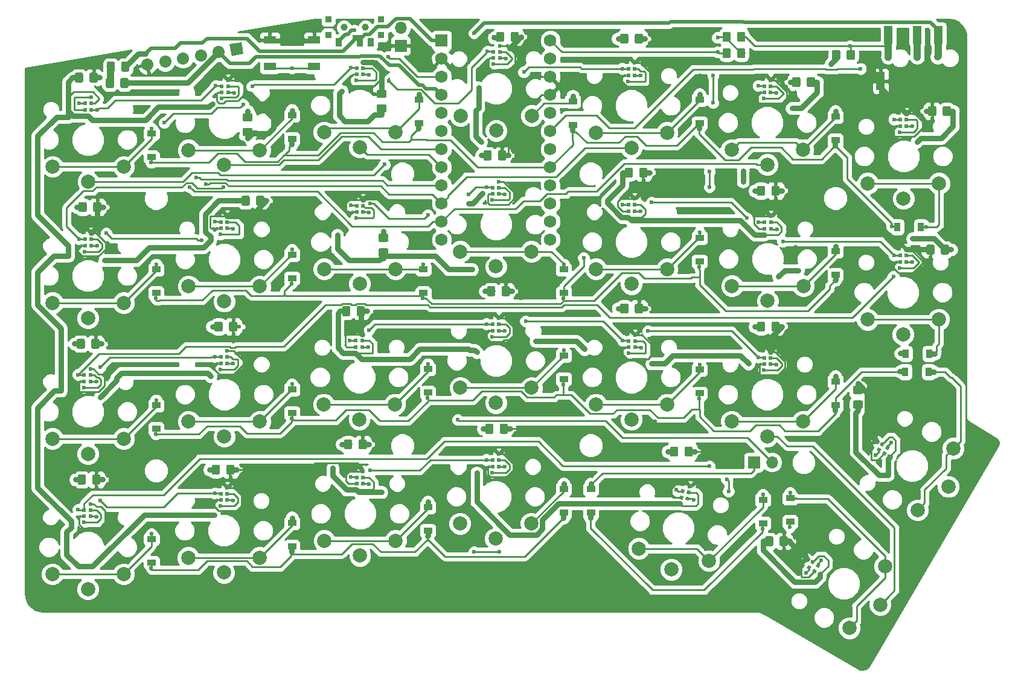
<source format=gbr>
G04 #@! TF.GenerationSoftware,KiCad,Pcbnew,(5.0.0)*
G04 #@! TF.CreationDate,2019-11-12T20:48:11-06:00*
G04 #@! TF.ProjectId,ErgoTravel,4572676F54726176656C2E6B69636164,rev?*
G04 #@! TF.SameCoordinates,Original*
G04 #@! TF.FileFunction,Copper,L2,Bot,Signal*
G04 #@! TF.FilePolarity,Positive*
%FSLAX46Y46*%
G04 Gerber Fmt 4.6, Leading zero omitted, Abs format (unit mm)*
G04 Created by KiCad (PCBNEW (5.0.0)) date 11/12/19 20:48:11*
%MOMM*%
%LPD*%
G01*
G04 APERTURE LIST*
G04 #@! TA.AperFunction,ComponentPad*
%ADD10C,2.000000*%
G04 #@! TD*
G04 #@! TA.AperFunction,SMDPad,CuDef*
%ADD11R,1.800000X1.100000*%
G04 #@! TD*
G04 #@! TA.AperFunction,ComponentPad*
%ADD12C,1.752600*%
G04 #@! TD*
G04 #@! TA.AperFunction,ComponentPad*
%ADD13R,1.752600X1.752600*%
G04 #@! TD*
G04 #@! TA.AperFunction,ComponentPad*
%ADD14C,1.700000*%
G04 #@! TD*
G04 #@! TA.AperFunction,Conductor*
%ADD15C,1.700000*%
G04 #@! TD*
G04 #@! TA.AperFunction,Conductor*
%ADD16C,0.100000*%
G04 #@! TD*
G04 #@! TA.AperFunction,SMDPad,CuDef*
%ADD17C,1.150000*%
G04 #@! TD*
G04 #@! TA.AperFunction,WasherPad*
%ADD18C,1.000000*%
G04 #@! TD*
G04 #@! TA.AperFunction,SMDPad,CuDef*
%ADD19R,0.900000X0.900000*%
G04 #@! TD*
G04 #@! TA.AperFunction,SMDPad,CuDef*
%ADD20R,0.900000X1.250000*%
G04 #@! TD*
G04 #@! TA.AperFunction,Conductor*
%ADD21R,0.500000X0.500000*%
G04 #@! TD*
G04 #@! TA.AperFunction,ViaPad*
%ADD22C,0.600000*%
G04 #@! TD*
G04 #@! TA.AperFunction,SMDPad,CuDef*
%ADD23R,1.200000X0.900000*%
G04 #@! TD*
G04 #@! TA.AperFunction,SMDPad,CuDef*
%ADD24R,0.900000X1.200000*%
G04 #@! TD*
G04 #@! TA.AperFunction,SMDPad,CuDef*
%ADD25R,0.500000X0.500000*%
G04 #@! TD*
G04 #@! TA.AperFunction,SMDPad,CuDef*
%ADD26C,0.500000*%
G04 #@! TD*
G04 #@! TA.AperFunction,SMDPad,CuDef*
%ADD27R,1.200000X2.500000*%
G04 #@! TD*
G04 #@! TA.AperFunction,ComponentPad*
%ADD28R,1.700000X1.700000*%
G04 #@! TD*
G04 #@! TA.AperFunction,ComponentPad*
%ADD29O,1.700000X1.700000*%
G04 #@! TD*
G04 #@! TA.AperFunction,Conductor*
%ADD30C,0.250000*%
G04 #@! TD*
G04 #@! TA.AperFunction,Conductor*
%ADD31C,0.750000*%
G04 #@! TD*
G04 #@! TA.AperFunction,Conductor*
%ADD32C,1.000000*%
G04 #@! TD*
G04 #@! TA.AperFunction,Conductor*
%ADD33C,0.500000*%
G04 #@! TD*
G04 #@! TA.AperFunction,Conductor*
%ADD34C,0.254000*%
G04 #@! TD*
G04 APERTURE END LIST*
D10*
G04 #@! TO.P,K24,2*
G04 #@! TO.N,Net-(D24-Pad2)*
X191193421Y-132450687D03*
G04 #@! TO.P,K24,1*
G04 #@! TO.N,MOSI*
X195512074Y-129170560D03*
G04 #@! TO.P,K24,2*
G04 #@! TO.N,Net-(D24-Pad2)*
X196193421Y-123790433D03*
G04 #@! TD*
D11*
G04 #@! TO.P,SW2,2*
G04 #@! TO.N,GND*
X116130000Y-49966000D03*
X109930000Y-49966000D03*
G04 #@! TO.P,SW2,1*
G04 #@! TO.N,RESET*
X116130000Y-53666000D03*
X109930000Y-53666000D03*
G04 #@! TD*
D12*
G04 #@! TO.P,U1,13*
G04 #@! TO.N,RGBPM*
X149260038Y-50054000D03*
G04 #@! TO.P,U1,14*
G04 #@! TO.N,N/C*
X149260038Y-52594000D03*
G04 #@! TO.P,U1,15*
G04 #@! TO.N,GND*
X149260038Y-55134000D03*
G04 #@! TO.P,U1,16*
X149260038Y-57674000D03*
G04 #@! TO.P,U1,17*
G04 #@! TO.N,N/C*
X149260038Y-60214000D03*
G04 #@! TO.P,U1,18*
G04 #@! TO.N,scl*
X149260038Y-62754000D03*
G04 #@! TO.P,U1,19*
G04 #@! TO.N,N/C*
X149260038Y-65294000D03*
G04 #@! TO.P,U1,20*
G04 #@! TO.N,row0*
X149260038Y-67834000D03*
G04 #@! TO.P,U1,21*
G04 #@! TO.N,row1*
X149260038Y-70374000D03*
G04 #@! TO.P,U1,22*
G04 #@! TO.N,row2*
X149260038Y-72914000D03*
G04 #@! TO.P,U1,23*
G04 #@! TO.N,row3*
X149260038Y-75454000D03*
G04 #@! TO.P,U1,24*
G04 #@! TO.N,N/C*
X149260038Y-77994000D03*
G04 #@! TO.P,U1,12*
G04 #@! TO.N,col6*
X134020038Y-77994000D03*
G04 #@! TO.P,U1,11*
G04 #@! TO.N,MOSI*
X134020038Y-75454000D03*
G04 #@! TO.P,U1,10*
G04 #@! TO.N,MISO*
X134020038Y-72914000D03*
G04 #@! TO.P,U1,9*
G04 #@! TO.N,SCK*
X134020038Y-70374000D03*
G04 #@! TO.P,U1,8*
G04 #@! TO.N,col2*
X134020038Y-67834000D03*
G04 #@! TO.P,U1,7*
G04 #@! TO.N,col1*
X134020038Y-65294000D03*
G04 #@! TO.P,U1,6*
G04 #@! TO.N,col0*
X134020038Y-62754000D03*
G04 #@! TO.P,U1,5*
G04 #@! TO.N,N/C*
X134020038Y-60214000D03*
G04 #@! TO.P,U1,4*
G04 #@! TO.N,VCC*
X134020038Y-57674000D03*
G04 #@! TO.P,U1,3*
G04 #@! TO.N,RESET*
X134020038Y-55134000D03*
G04 #@! TO.P,U1,2*
G04 #@! TO.N,GND*
X134020038Y-52594000D03*
D13*
G04 #@! TO.P,U1,1*
G04 #@! TO.N,/RAW*
X134020038Y-50054000D03*
G04 #@! TD*
D14*
G04 #@! TO.P,J4,6*
G04 #@! TO.N,GND*
X92748589Y-53455332D03*
D15*
G04 #@! TD*
G04 #@! TO.N,GND*
G04 #@! TO.C,J4*
X92748589Y-53455332D02*
X92748589Y-53455332D01*
D14*
G04 #@! TO.P,J4,5*
G04 #@! TO.N,RESET*
X95250000Y-53014265D03*
D15*
G04 #@! TD*
G04 #@! TO.N,RESET*
G04 #@! TO.C,J4*
X95250000Y-53014265D02*
X95250000Y-53014265D01*
D14*
G04 #@! TO.P,J4,4*
G04 #@! TO.N,MOSI*
X97751412Y-52573199D03*
D15*
G04 #@! TD*
G04 #@! TO.N,MOSI*
G04 #@! TO.C,J4*
X97751412Y-52573199D02*
X97751412Y-52573199D01*
D14*
G04 #@! TO.P,J4,3*
G04 #@! TO.N,SCK*
X100252824Y-52132133D03*
D15*
G04 #@! TD*
G04 #@! TO.N,SCK*
G04 #@! TO.C,J4*
X100252824Y-52132133D02*
X100252824Y-52132133D01*
D14*
G04 #@! TO.P,J4,2*
G04 #@! TO.N,VCC*
X102754235Y-51691066D03*
D15*
G04 #@! TD*
G04 #@! TO.N,VCC*
G04 #@! TO.C,J4*
X102754235Y-51691066D02*
X102754235Y-51691066D01*
D14*
G04 #@! TO.P,J4,1*
G04 #@! TO.N,MISO*
X105255647Y-51250000D03*
D16*
G04 #@! TD*
G04 #@! TO.N,MISO*
G04 #@! TO.C,J4*
G36*
X104270959Y-50560514D02*
X105945133Y-50265312D01*
X106240335Y-51939486D01*
X104566161Y-52234688D01*
X104270959Y-50560514D01*
X104270959Y-50560514D01*
G37*
G04 #@! TO.N,RGB*
G04 #@! TO.C,R3*
G36*
X176380505Y-48831204D02*
X176404773Y-48834804D01*
X176428572Y-48840765D01*
X176451671Y-48849030D01*
X176473850Y-48859520D01*
X176494893Y-48872132D01*
X176514599Y-48886747D01*
X176532777Y-48903223D01*
X176549253Y-48921401D01*
X176563868Y-48941107D01*
X176576480Y-48962150D01*
X176586970Y-48984329D01*
X176595235Y-49007428D01*
X176601196Y-49031227D01*
X176604796Y-49055495D01*
X176606000Y-49079999D01*
X176606000Y-49980001D01*
X176604796Y-50004505D01*
X176601196Y-50028773D01*
X176595235Y-50052572D01*
X176586970Y-50075671D01*
X176576480Y-50097850D01*
X176563868Y-50118893D01*
X176549253Y-50138599D01*
X176532777Y-50156777D01*
X176514599Y-50173253D01*
X176494893Y-50187868D01*
X176473850Y-50200480D01*
X176451671Y-50210970D01*
X176428572Y-50219235D01*
X176404773Y-50225196D01*
X176380505Y-50228796D01*
X176356001Y-50230000D01*
X175705999Y-50230000D01*
X175681495Y-50228796D01*
X175657227Y-50225196D01*
X175633428Y-50219235D01*
X175610329Y-50210970D01*
X175588150Y-50200480D01*
X175567107Y-50187868D01*
X175547401Y-50173253D01*
X175529223Y-50156777D01*
X175512747Y-50138599D01*
X175498132Y-50118893D01*
X175485520Y-50097850D01*
X175475030Y-50075671D01*
X175466765Y-50052572D01*
X175460804Y-50028773D01*
X175457204Y-50004505D01*
X175456000Y-49980001D01*
X175456000Y-49079999D01*
X175457204Y-49055495D01*
X175460804Y-49031227D01*
X175466765Y-49007428D01*
X175475030Y-48984329D01*
X175485520Y-48962150D01*
X175498132Y-48941107D01*
X175512747Y-48921401D01*
X175529223Y-48903223D01*
X175547401Y-48886747D01*
X175567107Y-48872132D01*
X175588150Y-48859520D01*
X175610329Y-48849030D01*
X175633428Y-48840765D01*
X175657227Y-48834804D01*
X175681495Y-48831204D01*
X175705999Y-48830000D01*
X176356001Y-48830000D01*
X176380505Y-48831204D01*
X176380505Y-48831204D01*
G37*
D17*
G04 #@! TD*
G04 #@! TO.P,R3,2*
G04 #@! TO.N,RGB*
X176031000Y-49530000D03*
D16*
G04 #@! TO.N,RGBData*
G04 #@! TO.C,R3*
G36*
X174330505Y-48831204D02*
X174354773Y-48834804D01*
X174378572Y-48840765D01*
X174401671Y-48849030D01*
X174423850Y-48859520D01*
X174444893Y-48872132D01*
X174464599Y-48886747D01*
X174482777Y-48903223D01*
X174499253Y-48921401D01*
X174513868Y-48941107D01*
X174526480Y-48962150D01*
X174536970Y-48984329D01*
X174545235Y-49007428D01*
X174551196Y-49031227D01*
X174554796Y-49055495D01*
X174556000Y-49079999D01*
X174556000Y-49980001D01*
X174554796Y-50004505D01*
X174551196Y-50028773D01*
X174545235Y-50052572D01*
X174536970Y-50075671D01*
X174526480Y-50097850D01*
X174513868Y-50118893D01*
X174499253Y-50138599D01*
X174482777Y-50156777D01*
X174464599Y-50173253D01*
X174444893Y-50187868D01*
X174423850Y-50200480D01*
X174401671Y-50210970D01*
X174378572Y-50219235D01*
X174354773Y-50225196D01*
X174330505Y-50228796D01*
X174306001Y-50230000D01*
X173655999Y-50230000D01*
X173631495Y-50228796D01*
X173607227Y-50225196D01*
X173583428Y-50219235D01*
X173560329Y-50210970D01*
X173538150Y-50200480D01*
X173517107Y-50187868D01*
X173497401Y-50173253D01*
X173479223Y-50156777D01*
X173462747Y-50138599D01*
X173448132Y-50118893D01*
X173435520Y-50097850D01*
X173425030Y-50075671D01*
X173416765Y-50052572D01*
X173410804Y-50028773D01*
X173407204Y-50004505D01*
X173406000Y-49980001D01*
X173406000Y-49079999D01*
X173407204Y-49055495D01*
X173410804Y-49031227D01*
X173416765Y-49007428D01*
X173425030Y-48984329D01*
X173435520Y-48962150D01*
X173448132Y-48941107D01*
X173462747Y-48921401D01*
X173479223Y-48903223D01*
X173497401Y-48886747D01*
X173517107Y-48872132D01*
X173538150Y-48859520D01*
X173560329Y-48849030D01*
X173583428Y-48840765D01*
X173607227Y-48834804D01*
X173631495Y-48831204D01*
X173655999Y-48830000D01*
X174306001Y-48830000D01*
X174330505Y-48831204D01*
X174330505Y-48831204D01*
G37*
D17*
G04 #@! TD*
G04 #@! TO.P,R3,1*
G04 #@! TO.N,RGBData*
X173981000Y-49530000D03*
D16*
G04 #@! TO.N,/RAW*
G04 #@! TO.C,R7*
G36*
X90011505Y-53022204D02*
X90035773Y-53025804D01*
X90059572Y-53031765D01*
X90082671Y-53040030D01*
X90104850Y-53050520D01*
X90125893Y-53063132D01*
X90145599Y-53077747D01*
X90163777Y-53094223D01*
X90180253Y-53112401D01*
X90194868Y-53132107D01*
X90207480Y-53153150D01*
X90217970Y-53175329D01*
X90226235Y-53198428D01*
X90232196Y-53222227D01*
X90235796Y-53246495D01*
X90237000Y-53270999D01*
X90237000Y-54171001D01*
X90235796Y-54195505D01*
X90232196Y-54219773D01*
X90226235Y-54243572D01*
X90217970Y-54266671D01*
X90207480Y-54288850D01*
X90194868Y-54309893D01*
X90180253Y-54329599D01*
X90163777Y-54347777D01*
X90145599Y-54364253D01*
X90125893Y-54378868D01*
X90104850Y-54391480D01*
X90082671Y-54401970D01*
X90059572Y-54410235D01*
X90035773Y-54416196D01*
X90011505Y-54419796D01*
X89987001Y-54421000D01*
X89336999Y-54421000D01*
X89312495Y-54419796D01*
X89288227Y-54416196D01*
X89264428Y-54410235D01*
X89241329Y-54401970D01*
X89219150Y-54391480D01*
X89198107Y-54378868D01*
X89178401Y-54364253D01*
X89160223Y-54347777D01*
X89143747Y-54329599D01*
X89129132Y-54309893D01*
X89116520Y-54288850D01*
X89106030Y-54266671D01*
X89097765Y-54243572D01*
X89091804Y-54219773D01*
X89088204Y-54195505D01*
X89087000Y-54171001D01*
X89087000Y-53270999D01*
X89088204Y-53246495D01*
X89091804Y-53222227D01*
X89097765Y-53198428D01*
X89106030Y-53175329D01*
X89116520Y-53153150D01*
X89129132Y-53132107D01*
X89143747Y-53112401D01*
X89160223Y-53094223D01*
X89178401Y-53077747D01*
X89198107Y-53063132D01*
X89219150Y-53050520D01*
X89241329Y-53040030D01*
X89264428Y-53031765D01*
X89288227Y-53025804D01*
X89312495Y-53022204D01*
X89336999Y-53021000D01*
X89987001Y-53021000D01*
X90011505Y-53022204D01*
X90011505Y-53022204D01*
G37*
D17*
G04 #@! TD*
G04 #@! TO.P,R7,2*
G04 #@! TO.N,/RAW*
X89662000Y-53721000D03*
D16*
G04 #@! TO.N,RGBPower*
G04 #@! TO.C,R7*
G36*
X87961505Y-53022204D02*
X87985773Y-53025804D01*
X88009572Y-53031765D01*
X88032671Y-53040030D01*
X88054850Y-53050520D01*
X88075893Y-53063132D01*
X88095599Y-53077747D01*
X88113777Y-53094223D01*
X88130253Y-53112401D01*
X88144868Y-53132107D01*
X88157480Y-53153150D01*
X88167970Y-53175329D01*
X88176235Y-53198428D01*
X88182196Y-53222227D01*
X88185796Y-53246495D01*
X88187000Y-53270999D01*
X88187000Y-54171001D01*
X88185796Y-54195505D01*
X88182196Y-54219773D01*
X88176235Y-54243572D01*
X88167970Y-54266671D01*
X88157480Y-54288850D01*
X88144868Y-54309893D01*
X88130253Y-54329599D01*
X88113777Y-54347777D01*
X88095599Y-54364253D01*
X88075893Y-54378868D01*
X88054850Y-54391480D01*
X88032671Y-54401970D01*
X88009572Y-54410235D01*
X87985773Y-54416196D01*
X87961505Y-54419796D01*
X87937001Y-54421000D01*
X87286999Y-54421000D01*
X87262495Y-54419796D01*
X87238227Y-54416196D01*
X87214428Y-54410235D01*
X87191329Y-54401970D01*
X87169150Y-54391480D01*
X87148107Y-54378868D01*
X87128401Y-54364253D01*
X87110223Y-54347777D01*
X87093747Y-54329599D01*
X87079132Y-54309893D01*
X87066520Y-54288850D01*
X87056030Y-54266671D01*
X87047765Y-54243572D01*
X87041804Y-54219773D01*
X87038204Y-54195505D01*
X87037000Y-54171001D01*
X87037000Y-53270999D01*
X87038204Y-53246495D01*
X87041804Y-53222227D01*
X87047765Y-53198428D01*
X87056030Y-53175329D01*
X87066520Y-53153150D01*
X87079132Y-53132107D01*
X87093747Y-53112401D01*
X87110223Y-53094223D01*
X87128401Y-53077747D01*
X87148107Y-53063132D01*
X87169150Y-53050520D01*
X87191329Y-53040030D01*
X87214428Y-53031765D01*
X87238227Y-53025804D01*
X87262495Y-53022204D01*
X87286999Y-53021000D01*
X87937001Y-53021000D01*
X87961505Y-53022204D01*
X87961505Y-53022204D01*
G37*
D17*
G04 #@! TD*
G04 #@! TO.P,R7,1*
G04 #@! TO.N,RGBPower*
X87612000Y-53721000D03*
D18*
G04 #@! TO.P,SW3,*
G04 #@! TO.N,*
X120329000Y-48217000D03*
X123329000Y-48217000D03*
G04 #@! TD*
D19*
G04 #@! TO.P,SW4,0*
G04 #@! TO.N,N/C*
X125529000Y-47117000D03*
X125529000Y-49317000D03*
X118129000Y-49317000D03*
X118129000Y-47117000D03*
D20*
G04 #@! TO.P,SW4,1*
G04 #@! TO.N,Net-(J14-Pad2)*
X119579000Y-50292000D03*
G04 #@! TO.P,SW4,3*
G04 #@! TO.N,N/C*
X124079000Y-50292000D03*
G04 #@! TO.P,SW4,2*
G04 #@! TO.N,/RAW*
X122579000Y-50292000D03*
D18*
G04 #@! TO.P,SW4,*
G04 #@! TO.N,*
X123329000Y-48217000D03*
X120329000Y-48217000D03*
G04 #@! TD*
D10*
G04 #@! TO.P,K1,2*
G04 #@! TO.N,Net-(D1-Pad2)*
X79444288Y-67743812D03*
G04 #@! TO.P,K1,1*
G04 #@! TO.N,col0*
X84444288Y-69843812D03*
G04 #@! TO.P,K1,2*
G04 #@! TO.N,Net-(D1-Pad2)*
X89444288Y-67743812D03*
G04 #@! TD*
G04 #@! TO.P,K2,2*
G04 #@! TO.N,Net-(D2-Pad2)*
X79424884Y-86855510D03*
G04 #@! TO.P,K2,1*
G04 #@! TO.N,col0*
X84424884Y-88955510D03*
G04 #@! TO.P,K2,2*
G04 #@! TO.N,Net-(D2-Pad2)*
X89424884Y-86855510D03*
G04 #@! TD*
G04 #@! TO.P,K3,2*
G04 #@! TO.N,Net-(D3-Pad2)*
X79424884Y-105907670D03*
G04 #@! TO.P,K3,1*
G04 #@! TO.N,col0*
X84424884Y-108007670D03*
G04 #@! TO.P,K3,2*
G04 #@! TO.N,Net-(D3-Pad2)*
X89424884Y-105907670D03*
G04 #@! TD*
G04 #@! TO.P,K4,2*
G04 #@! TO.N,Net-(D4-Pad2)*
X79424884Y-124900292D03*
G04 #@! TO.P,K4,1*
G04 #@! TO.N,col0*
X84424884Y-127000292D03*
G04 #@! TO.P,K4,2*
G04 #@! TO.N,Net-(D4-Pad2)*
X89424884Y-124900292D03*
G04 #@! TD*
G04 #@! TO.P,K5,2*
G04 #@! TO.N,Net-(D5-Pad2)*
X98536582Y-65421830D03*
G04 #@! TO.P,K5,1*
G04 #@! TO.N,col1*
X103536582Y-67521830D03*
G04 #@! TO.P,K5,2*
G04 #@! TO.N,Net-(D5-Pad2)*
X108536582Y-65421830D03*
G04 #@! TD*
G04 #@! TO.P,K6,2*
G04 #@! TO.N,Net-(D6-Pad2)*
X98536582Y-84533528D03*
G04 #@! TO.P,K6,1*
G04 #@! TO.N,col1*
X103536582Y-86633528D03*
G04 #@! TO.P,K6,2*
G04 #@! TO.N,Net-(D6-Pad2)*
X108536582Y-84533528D03*
G04 #@! TD*
G04 #@! TO.P,K7,2*
G04 #@! TO.N,Net-(D7-Pad2)*
X98536582Y-103466612D03*
G04 #@! TO.P,K7,1*
G04 #@! TO.N,col1*
X103536582Y-105566612D03*
G04 #@! TO.P,K7,2*
G04 #@! TO.N,Net-(D7-Pad2)*
X108536582Y-103466612D03*
G04 #@! TD*
G04 #@! TO.P,K8,2*
G04 #@! TO.N,Net-(D8-Pad2)*
X98477044Y-122578310D03*
G04 #@! TO.P,K8,1*
G04 #@! TO.N,col1*
X103477044Y-124678310D03*
G04 #@! TO.P,K8,2*
G04 #@! TO.N,Net-(D8-Pad2)*
X108477044Y-122578310D03*
G04 #@! TD*
G04 #@! TO.P,K9,2*
G04 #@! TO.N,Net-(D9-Pad2)*
X117529204Y-62921234D03*
G04 #@! TO.P,K9,1*
G04 #@! TO.N,col2*
X122529204Y-65021234D03*
G04 #@! TO.P,K9,2*
G04 #@! TO.N,Net-(D9-Pad2)*
X127529204Y-62921234D03*
G04 #@! TD*
G04 #@! TO.P,K10,2*
G04 #@! TO.N,Net-(D10-Pad2)*
X117529204Y-82092470D03*
G04 #@! TO.P,K10,1*
G04 #@! TO.N,col2*
X122529204Y-84192470D03*
G04 #@! TO.P,K10,2*
G04 #@! TO.N,Net-(D10-Pad2)*
X127529204Y-82092470D03*
G04 #@! TD*
G04 #@! TO.P,K11,2*
G04 #@! TO.N,Net-(D11-Pad2)*
X117469666Y-101085092D03*
G04 #@! TO.P,K11,1*
G04 #@! TO.N,col2*
X122469666Y-103185092D03*
G04 #@! TO.P,K11,2*
G04 #@! TO.N,Net-(D11-Pad2)*
X127469666Y-101085092D03*
G04 #@! TD*
G04 #@! TO.P,K12,2*
G04 #@! TO.N,Net-(D12-Pad2)*
X117569472Y-120196790D03*
G04 #@! TO.P,K12,1*
G04 #@! TO.N,col2*
X122569472Y-122296790D03*
G04 #@! TO.P,K12,2*
G04 #@! TO.N,Net-(D12-Pad2)*
X127569472Y-120196790D03*
G04 #@! TD*
G04 #@! TO.P,K13,2*
G04 #@! TO.N,Net-(D13-Pad2)*
X136660172Y-60599252D03*
G04 #@! TO.P,K13,1*
G04 #@! TO.N,SCK*
X141660172Y-62699252D03*
G04 #@! TO.P,K13,2*
G04 #@! TO.N,Net-(D13-Pad2)*
X146660172Y-60599252D03*
G04 #@! TD*
G04 #@! TO.P,K14,2*
G04 #@! TO.N,Net-(D14-Pad2)*
X136621632Y-79651412D03*
G04 #@! TO.P,K14,1*
G04 #@! TO.N,SCK*
X141621632Y-81751412D03*
G04 #@! TO.P,K14,2*
G04 #@! TO.N,Net-(D14-Pad2)*
X146621632Y-79651412D03*
G04 #@! TD*
G04 #@! TO.P,K15,2*
G04 #@! TO.N,Net-(D15-Pad2)*
X136640902Y-98763110D03*
G04 #@! TO.P,K15,1*
G04 #@! TO.N,SCK*
X141640902Y-100863110D03*
G04 #@! TO.P,K15,2*
G04 #@! TO.N,Net-(D15-Pad2)*
X146640902Y-98763110D03*
G04 #@! TD*
G04 #@! TO.P,K16,2*
G04 #@! TO.N,Net-(D16-Pad2)*
X136581364Y-117815270D03*
G04 #@! TO.P,K16,1*
G04 #@! TO.N,SCK*
X141581364Y-119915270D03*
G04 #@! TO.P,K16,2*
G04 #@! TO.N,Net-(D16-Pad2)*
X146581364Y-117815270D03*
G04 #@! TD*
G04 #@! TO.P,K17,2*
G04 #@! TO.N,Net-(D17-Pad2)*
X155633524Y-62980772D03*
G04 #@! TO.P,K17,1*
G04 #@! TO.N,MISO*
X160633524Y-65080772D03*
G04 #@! TO.P,K17,2*
G04 #@! TO.N,Net-(D17-Pad2)*
X165633524Y-62980772D03*
G04 #@! TD*
G04 #@! TO.P,K18,2*
G04 #@! TO.N,Net-(D18-Pad2)*
X155633524Y-82092470D03*
G04 #@! TO.P,K18,1*
G04 #@! TO.N,MISO*
X160633524Y-84192470D03*
G04 #@! TO.P,K18,2*
G04 #@! TO.N,Net-(D18-Pad2)*
X165633524Y-82092470D03*
G04 #@! TD*
G04 #@! TO.P,K19,2*
G04 #@! TO.N,Net-(D19-Pad2)*
X155633524Y-101085092D03*
G04 #@! TO.P,K19,1*
G04 #@! TO.N,MISO*
X160633524Y-103185092D03*
G04 #@! TO.P,K19,2*
G04 #@! TO.N,Net-(D19-Pad2)*
X165633524Y-101085092D03*
G04 #@! TD*
G04 #@! TO.P,K20,2*
G04 #@! TO.N,Net-(D20-Pad2)*
X161658340Y-121295111D03*
G04 #@! TO.P,K20,1*
G04 #@! TO.N,MISO*
X166217718Y-124231448D03*
G04 #@! TO.P,K20,2*
G04 #@! TO.N,Net-(D20-Pad2)*
X171506418Y-123031592D03*
G04 #@! TD*
G04 #@! TO.P,K21,2*
G04 #@! TO.N,Net-(D21-Pad2)*
X174685684Y-65362292D03*
G04 #@! TO.P,K21,1*
G04 #@! TO.N,MOSI*
X179685684Y-67462292D03*
G04 #@! TO.P,K21,2*
G04 #@! TO.N,Net-(D21-Pad2)*
X184685684Y-65362292D03*
G04 #@! TD*
G04 #@! TO.P,K22,2*
G04 #@! TO.N,Net-(D22-Pad2)*
X174745222Y-84473990D03*
G04 #@! TO.P,K22,1*
G04 #@! TO.N,MOSI*
X179745222Y-86573990D03*
G04 #@! TO.P,K22,2*
G04 #@! TO.N,Net-(D22-Pad2)*
X184745222Y-84473990D03*
G04 #@! TD*
G04 #@! TO.P,K23,2*
G04 #@! TO.N,Net-(D23-Pad2)*
X174685684Y-103466612D03*
G04 #@! TO.P,K23,1*
G04 #@! TO.N,MOSI*
X179685684Y-105566612D03*
G04 #@! TO.P,K23,2*
G04 #@! TO.N,Net-(D23-Pad2)*
X184685684Y-103466612D03*
G04 #@! TD*
G04 #@! TO.P,K26,2*
G04 #@! TO.N,Net-(D25-Pad2)*
X193777978Y-70092754D03*
G04 #@! TO.P,K26,1*
G04 #@! TO.N,col6*
X198777978Y-72192754D03*
G04 #@! TO.P,K26,2*
G04 #@! TO.N,Net-(D25-Pad2)*
X203777978Y-70092754D03*
G04 #@! TD*
G04 #@! TO.P,K27,2*
G04 #@! TO.N,Net-(D26-Pad2)*
X193737844Y-89177492D03*
G04 #@! TO.P,K27,1*
G04 #@! TO.N,col6*
X198737844Y-91277492D03*
G04 #@! TO.P,K27,2*
G04 #@! TO.N,Net-(D26-Pad2)*
X203737844Y-89177492D03*
G04 #@! TD*
G04 #@! TO.P,K28,2*
G04 #@! TO.N,Net-(D27-Pad2)*
X200758905Y-115905526D03*
G04 #@! TO.P,K28,1*
G04 #@! TO.N,col6*
X205077558Y-112625399D03*
G04 #@! TO.P,K28,2*
G04 #@! TO.N,Net-(D27-Pad2)*
X205758905Y-107245272D03*
G04 #@! TD*
D16*
G04 #@! TO.N,RGBPM*
G04 #@! TO.C,R1*
G36*
X174330505Y-51117204D02*
X174354773Y-51120804D01*
X174378572Y-51126765D01*
X174401671Y-51135030D01*
X174423850Y-51145520D01*
X174444893Y-51158132D01*
X174464599Y-51172747D01*
X174482777Y-51189223D01*
X174499253Y-51207401D01*
X174513868Y-51227107D01*
X174526480Y-51248150D01*
X174536970Y-51270329D01*
X174545235Y-51293428D01*
X174551196Y-51317227D01*
X174554796Y-51341495D01*
X174556000Y-51365999D01*
X174556000Y-52266001D01*
X174554796Y-52290505D01*
X174551196Y-52314773D01*
X174545235Y-52338572D01*
X174536970Y-52361671D01*
X174526480Y-52383850D01*
X174513868Y-52404893D01*
X174499253Y-52424599D01*
X174482777Y-52442777D01*
X174464599Y-52459253D01*
X174444893Y-52473868D01*
X174423850Y-52486480D01*
X174401671Y-52496970D01*
X174378572Y-52505235D01*
X174354773Y-52511196D01*
X174330505Y-52514796D01*
X174306001Y-52516000D01*
X173655999Y-52516000D01*
X173631495Y-52514796D01*
X173607227Y-52511196D01*
X173583428Y-52505235D01*
X173560329Y-52496970D01*
X173538150Y-52486480D01*
X173517107Y-52473868D01*
X173497401Y-52459253D01*
X173479223Y-52442777D01*
X173462747Y-52424599D01*
X173448132Y-52404893D01*
X173435520Y-52383850D01*
X173425030Y-52361671D01*
X173416765Y-52338572D01*
X173410804Y-52314773D01*
X173407204Y-52290505D01*
X173406000Y-52266001D01*
X173406000Y-51365999D01*
X173407204Y-51341495D01*
X173410804Y-51317227D01*
X173416765Y-51293428D01*
X173425030Y-51270329D01*
X173435520Y-51248150D01*
X173448132Y-51227107D01*
X173462747Y-51207401D01*
X173479223Y-51189223D01*
X173497401Y-51172747D01*
X173517107Y-51158132D01*
X173538150Y-51145520D01*
X173560329Y-51135030D01*
X173583428Y-51126765D01*
X173607227Y-51120804D01*
X173631495Y-51117204D01*
X173655999Y-51116000D01*
X174306001Y-51116000D01*
X174330505Y-51117204D01*
X174330505Y-51117204D01*
G37*
D17*
G04 #@! TD*
G04 #@! TO.P,R1,2*
G04 #@! TO.N,RGBPM*
X173981000Y-51816000D03*
D16*
G04 #@! TO.N,RGBData*
G04 #@! TO.C,R1*
G36*
X176380505Y-51117204D02*
X176404773Y-51120804D01*
X176428572Y-51126765D01*
X176451671Y-51135030D01*
X176473850Y-51145520D01*
X176494893Y-51158132D01*
X176514599Y-51172747D01*
X176532777Y-51189223D01*
X176549253Y-51207401D01*
X176563868Y-51227107D01*
X176576480Y-51248150D01*
X176586970Y-51270329D01*
X176595235Y-51293428D01*
X176601196Y-51317227D01*
X176604796Y-51341495D01*
X176606000Y-51365999D01*
X176606000Y-52266001D01*
X176604796Y-52290505D01*
X176601196Y-52314773D01*
X176595235Y-52338572D01*
X176586970Y-52361671D01*
X176576480Y-52383850D01*
X176563868Y-52404893D01*
X176549253Y-52424599D01*
X176532777Y-52442777D01*
X176514599Y-52459253D01*
X176494893Y-52473868D01*
X176473850Y-52486480D01*
X176451671Y-52496970D01*
X176428572Y-52505235D01*
X176404773Y-52511196D01*
X176380505Y-52514796D01*
X176356001Y-52516000D01*
X175705999Y-52516000D01*
X175681495Y-52514796D01*
X175657227Y-52511196D01*
X175633428Y-52505235D01*
X175610329Y-52496970D01*
X175588150Y-52486480D01*
X175567107Y-52473868D01*
X175547401Y-52459253D01*
X175529223Y-52442777D01*
X175512747Y-52424599D01*
X175498132Y-52404893D01*
X175485520Y-52383850D01*
X175475030Y-52361671D01*
X175466765Y-52338572D01*
X175460804Y-52314773D01*
X175457204Y-52290505D01*
X175456000Y-52266001D01*
X175456000Y-51365999D01*
X175457204Y-51341495D01*
X175460804Y-51317227D01*
X175466765Y-51293428D01*
X175475030Y-51270329D01*
X175485520Y-51248150D01*
X175498132Y-51227107D01*
X175512747Y-51207401D01*
X175529223Y-51189223D01*
X175547401Y-51172747D01*
X175567107Y-51158132D01*
X175588150Y-51145520D01*
X175610329Y-51135030D01*
X175633428Y-51126765D01*
X175657227Y-51120804D01*
X175681495Y-51117204D01*
X175705999Y-51116000D01*
X176356001Y-51116000D01*
X176380505Y-51117204D01*
X176380505Y-51117204D01*
G37*
D17*
G04 #@! TD*
G04 #@! TO.P,R1,1*
G04 #@! TO.N,RGBData*
X176031000Y-51816000D03*
D16*
G04 #@! TO.N,RGBOut*
G04 #@! TO.C,R5*
G36*
X189697505Y-51371204D02*
X189721773Y-51374804D01*
X189745572Y-51380765D01*
X189768671Y-51389030D01*
X189790850Y-51399520D01*
X189811893Y-51412132D01*
X189831599Y-51426747D01*
X189849777Y-51443223D01*
X189866253Y-51461401D01*
X189880868Y-51481107D01*
X189893480Y-51502150D01*
X189903970Y-51524329D01*
X189912235Y-51547428D01*
X189918196Y-51571227D01*
X189921796Y-51595495D01*
X189923000Y-51619999D01*
X189923000Y-52520001D01*
X189921796Y-52544505D01*
X189918196Y-52568773D01*
X189912235Y-52592572D01*
X189903970Y-52615671D01*
X189893480Y-52637850D01*
X189880868Y-52658893D01*
X189866253Y-52678599D01*
X189849777Y-52696777D01*
X189831599Y-52713253D01*
X189811893Y-52727868D01*
X189790850Y-52740480D01*
X189768671Y-52750970D01*
X189745572Y-52759235D01*
X189721773Y-52765196D01*
X189697505Y-52768796D01*
X189673001Y-52770000D01*
X189022999Y-52770000D01*
X188998495Y-52768796D01*
X188974227Y-52765196D01*
X188950428Y-52759235D01*
X188927329Y-52750970D01*
X188905150Y-52740480D01*
X188884107Y-52727868D01*
X188864401Y-52713253D01*
X188846223Y-52696777D01*
X188829747Y-52678599D01*
X188815132Y-52658893D01*
X188802520Y-52637850D01*
X188792030Y-52615671D01*
X188783765Y-52592572D01*
X188777804Y-52568773D01*
X188774204Y-52544505D01*
X188773000Y-52520001D01*
X188773000Y-51619999D01*
X188774204Y-51595495D01*
X188777804Y-51571227D01*
X188783765Y-51547428D01*
X188792030Y-51524329D01*
X188802520Y-51502150D01*
X188815132Y-51481107D01*
X188829747Y-51461401D01*
X188846223Y-51443223D01*
X188864401Y-51426747D01*
X188884107Y-51412132D01*
X188905150Y-51399520D01*
X188927329Y-51389030D01*
X188950428Y-51380765D01*
X188974227Y-51374804D01*
X188998495Y-51371204D01*
X189022999Y-51370000D01*
X189673001Y-51370000D01*
X189697505Y-51371204D01*
X189697505Y-51371204D01*
G37*
D17*
G04 #@! TD*
G04 #@! TO.P,R5,2*
G04 #@! TO.N,RGBOut*
X189348000Y-52070000D03*
D16*
G04 #@! TO.N,RGB*
G04 #@! TO.C,R5*
G36*
X191747505Y-51371204D02*
X191771773Y-51374804D01*
X191795572Y-51380765D01*
X191818671Y-51389030D01*
X191840850Y-51399520D01*
X191861893Y-51412132D01*
X191881599Y-51426747D01*
X191899777Y-51443223D01*
X191916253Y-51461401D01*
X191930868Y-51481107D01*
X191943480Y-51502150D01*
X191953970Y-51524329D01*
X191962235Y-51547428D01*
X191968196Y-51571227D01*
X191971796Y-51595495D01*
X191973000Y-51619999D01*
X191973000Y-52520001D01*
X191971796Y-52544505D01*
X191968196Y-52568773D01*
X191962235Y-52592572D01*
X191953970Y-52615671D01*
X191943480Y-52637850D01*
X191930868Y-52658893D01*
X191916253Y-52678599D01*
X191899777Y-52696777D01*
X191881599Y-52713253D01*
X191861893Y-52727868D01*
X191840850Y-52740480D01*
X191818671Y-52750970D01*
X191795572Y-52759235D01*
X191771773Y-52765196D01*
X191747505Y-52768796D01*
X191723001Y-52770000D01*
X191072999Y-52770000D01*
X191048495Y-52768796D01*
X191024227Y-52765196D01*
X191000428Y-52759235D01*
X190977329Y-52750970D01*
X190955150Y-52740480D01*
X190934107Y-52727868D01*
X190914401Y-52713253D01*
X190896223Y-52696777D01*
X190879747Y-52678599D01*
X190865132Y-52658893D01*
X190852520Y-52637850D01*
X190842030Y-52615671D01*
X190833765Y-52592572D01*
X190827804Y-52568773D01*
X190824204Y-52544505D01*
X190823000Y-52520001D01*
X190823000Y-51619999D01*
X190824204Y-51595495D01*
X190827804Y-51571227D01*
X190833765Y-51547428D01*
X190842030Y-51524329D01*
X190852520Y-51502150D01*
X190865132Y-51481107D01*
X190879747Y-51461401D01*
X190896223Y-51443223D01*
X190914401Y-51426747D01*
X190934107Y-51412132D01*
X190955150Y-51399520D01*
X190977329Y-51389030D01*
X191000428Y-51380765D01*
X191024227Y-51374804D01*
X191048495Y-51371204D01*
X191072999Y-51370000D01*
X191723001Y-51370000D01*
X191747505Y-51371204D01*
X191747505Y-51371204D01*
G37*
D17*
G04 #@! TD*
G04 #@! TO.P,R5,1*
G04 #@! TO.N,RGB*
X191398000Y-52070000D03*
D21*
G04 #@! TO.N,GND*
G04 #@! TO.C,C1*
X182575000Y-120269000D03*
G04 #@! TO.N,RGBPower*
X179325000Y-120269000D03*
D22*
G04 #@! TO.N,GND*
X182875000Y-120269000D03*
G04 #@! TO.N,RGBPower*
X179075000Y-120269000D03*
D16*
G36*
X180299910Y-119570202D02*
X180324135Y-119573795D01*
X180347891Y-119579746D01*
X180370949Y-119587996D01*
X180393087Y-119598467D01*
X180414093Y-119611057D01*
X180433763Y-119625645D01*
X180451908Y-119642092D01*
X180468355Y-119660237D01*
X180482943Y-119679907D01*
X180495533Y-119700913D01*
X180506004Y-119723051D01*
X180514254Y-119746109D01*
X180520205Y-119769865D01*
X180523798Y-119794090D01*
X180525000Y-119818550D01*
X180525000Y-120719450D01*
X180523798Y-120743910D01*
X180520205Y-120768135D01*
X180514254Y-120791891D01*
X180506004Y-120814949D01*
X180495533Y-120837087D01*
X180482943Y-120858093D01*
X180468355Y-120877763D01*
X180451908Y-120895908D01*
X180433763Y-120912355D01*
X180414093Y-120926943D01*
X180393087Y-120939533D01*
X180370949Y-120950004D01*
X180347891Y-120958254D01*
X180324135Y-120964205D01*
X180299910Y-120967798D01*
X180275450Y-120969000D01*
X179624550Y-120969000D01*
X179600090Y-120967798D01*
X179575865Y-120964205D01*
X179552109Y-120958254D01*
X179529051Y-120950004D01*
X179506913Y-120939533D01*
X179485907Y-120926943D01*
X179466237Y-120912355D01*
X179448092Y-120895908D01*
X179431645Y-120877763D01*
X179417057Y-120858093D01*
X179404467Y-120837087D01*
X179393996Y-120814949D01*
X179385746Y-120791891D01*
X179379795Y-120768135D01*
X179376202Y-120743910D01*
X179375000Y-120719450D01*
X179375000Y-119818550D01*
X179376202Y-119794090D01*
X179379795Y-119769865D01*
X179385746Y-119746109D01*
X179393996Y-119723051D01*
X179404467Y-119700913D01*
X179417057Y-119679907D01*
X179431645Y-119660237D01*
X179448092Y-119642092D01*
X179466237Y-119625645D01*
X179485907Y-119611057D01*
X179506913Y-119598467D01*
X179529051Y-119587996D01*
X179552109Y-119579746D01*
X179575865Y-119573795D01*
X179600090Y-119570202D01*
X179624550Y-119569000D01*
X180275450Y-119569000D01*
X180299910Y-119570202D01*
X180299910Y-119570202D01*
G37*
D17*
G04 #@! TD*
G04 #@! TO.P,C1,1*
G04 #@! TO.N,RGBPower*
X179950000Y-120269000D03*
D16*
G04 #@! TO.N,GND*
G04 #@! TO.C,C1*
G36*
X182349910Y-119570202D02*
X182374135Y-119573795D01*
X182397891Y-119579746D01*
X182420949Y-119587996D01*
X182443087Y-119598467D01*
X182464093Y-119611057D01*
X182483763Y-119625645D01*
X182501908Y-119642092D01*
X182518355Y-119660237D01*
X182532943Y-119679907D01*
X182545533Y-119700913D01*
X182556004Y-119723051D01*
X182564254Y-119746109D01*
X182570205Y-119769865D01*
X182573798Y-119794090D01*
X182575000Y-119818550D01*
X182575000Y-120719450D01*
X182573798Y-120743910D01*
X182570205Y-120768135D01*
X182564254Y-120791891D01*
X182556004Y-120814949D01*
X182545533Y-120837087D01*
X182532943Y-120858093D01*
X182518355Y-120877763D01*
X182501908Y-120895908D01*
X182483763Y-120912355D01*
X182464093Y-120926943D01*
X182443087Y-120939533D01*
X182420949Y-120950004D01*
X182397891Y-120958254D01*
X182374135Y-120964205D01*
X182349910Y-120967798D01*
X182325450Y-120969000D01*
X181674550Y-120969000D01*
X181650090Y-120967798D01*
X181625865Y-120964205D01*
X181602109Y-120958254D01*
X181579051Y-120950004D01*
X181556913Y-120939533D01*
X181535907Y-120926943D01*
X181516237Y-120912355D01*
X181498092Y-120895908D01*
X181481645Y-120877763D01*
X181467057Y-120858093D01*
X181454467Y-120837087D01*
X181443996Y-120814949D01*
X181435746Y-120791891D01*
X181429795Y-120768135D01*
X181426202Y-120743910D01*
X181425000Y-120719450D01*
X181425000Y-119818550D01*
X181426202Y-119794090D01*
X181429795Y-119769865D01*
X181435746Y-119746109D01*
X181443996Y-119723051D01*
X181454467Y-119700913D01*
X181467057Y-119679907D01*
X181481645Y-119660237D01*
X181498092Y-119642092D01*
X181516237Y-119625645D01*
X181535907Y-119611057D01*
X181556913Y-119598467D01*
X181579051Y-119587996D01*
X181602109Y-119579746D01*
X181625865Y-119573795D01*
X181650090Y-119570202D01*
X181674550Y-119569000D01*
X182325450Y-119569000D01*
X182349910Y-119570202D01*
X182349910Y-119570202D01*
G37*
D17*
G04 #@! TD*
G04 #@! TO.P,C1,2*
G04 #@! TO.N,GND*
X182000000Y-120269000D03*
D21*
G04 #@! TO.N,GND*
G04 #@! TO.C,C2*
X183185000Y-55880000D03*
G04 #@! TO.N,RGBPower*
X186435000Y-55880000D03*
D22*
G04 #@! TO.N,GND*
X182885000Y-55880000D03*
G04 #@! TO.N,RGBPower*
X186685000Y-55880000D03*
D16*
G36*
X186159910Y-55181202D02*
X186184135Y-55184795D01*
X186207891Y-55190746D01*
X186230949Y-55198996D01*
X186253087Y-55209467D01*
X186274093Y-55222057D01*
X186293763Y-55236645D01*
X186311908Y-55253092D01*
X186328355Y-55271237D01*
X186342943Y-55290907D01*
X186355533Y-55311913D01*
X186366004Y-55334051D01*
X186374254Y-55357109D01*
X186380205Y-55380865D01*
X186383798Y-55405090D01*
X186385000Y-55429550D01*
X186385000Y-56330450D01*
X186383798Y-56354910D01*
X186380205Y-56379135D01*
X186374254Y-56402891D01*
X186366004Y-56425949D01*
X186355533Y-56448087D01*
X186342943Y-56469093D01*
X186328355Y-56488763D01*
X186311908Y-56506908D01*
X186293763Y-56523355D01*
X186274093Y-56537943D01*
X186253087Y-56550533D01*
X186230949Y-56561004D01*
X186207891Y-56569254D01*
X186184135Y-56575205D01*
X186159910Y-56578798D01*
X186135450Y-56580000D01*
X185484550Y-56580000D01*
X185460090Y-56578798D01*
X185435865Y-56575205D01*
X185412109Y-56569254D01*
X185389051Y-56561004D01*
X185366913Y-56550533D01*
X185345907Y-56537943D01*
X185326237Y-56523355D01*
X185308092Y-56506908D01*
X185291645Y-56488763D01*
X185277057Y-56469093D01*
X185264467Y-56448087D01*
X185253996Y-56425949D01*
X185245746Y-56402891D01*
X185239795Y-56379135D01*
X185236202Y-56354910D01*
X185235000Y-56330450D01*
X185235000Y-55429550D01*
X185236202Y-55405090D01*
X185239795Y-55380865D01*
X185245746Y-55357109D01*
X185253996Y-55334051D01*
X185264467Y-55311913D01*
X185277057Y-55290907D01*
X185291645Y-55271237D01*
X185308092Y-55253092D01*
X185326237Y-55236645D01*
X185345907Y-55222057D01*
X185366913Y-55209467D01*
X185389051Y-55198996D01*
X185412109Y-55190746D01*
X185435865Y-55184795D01*
X185460090Y-55181202D01*
X185484550Y-55180000D01*
X186135450Y-55180000D01*
X186159910Y-55181202D01*
X186159910Y-55181202D01*
G37*
D17*
G04 #@! TD*
G04 #@! TO.P,C2,1*
G04 #@! TO.N,RGBPower*
X185810000Y-55880000D03*
D16*
G04 #@! TO.N,GND*
G04 #@! TO.C,C2*
G36*
X184109910Y-55181202D02*
X184134135Y-55184795D01*
X184157891Y-55190746D01*
X184180949Y-55198996D01*
X184203087Y-55209467D01*
X184224093Y-55222057D01*
X184243763Y-55236645D01*
X184261908Y-55253092D01*
X184278355Y-55271237D01*
X184292943Y-55290907D01*
X184305533Y-55311913D01*
X184316004Y-55334051D01*
X184324254Y-55357109D01*
X184330205Y-55380865D01*
X184333798Y-55405090D01*
X184335000Y-55429550D01*
X184335000Y-56330450D01*
X184333798Y-56354910D01*
X184330205Y-56379135D01*
X184324254Y-56402891D01*
X184316004Y-56425949D01*
X184305533Y-56448087D01*
X184292943Y-56469093D01*
X184278355Y-56488763D01*
X184261908Y-56506908D01*
X184243763Y-56523355D01*
X184224093Y-56537943D01*
X184203087Y-56550533D01*
X184180949Y-56561004D01*
X184157891Y-56569254D01*
X184134135Y-56575205D01*
X184109910Y-56578798D01*
X184085450Y-56580000D01*
X183434550Y-56580000D01*
X183410090Y-56578798D01*
X183385865Y-56575205D01*
X183362109Y-56569254D01*
X183339051Y-56561004D01*
X183316913Y-56550533D01*
X183295907Y-56537943D01*
X183276237Y-56523355D01*
X183258092Y-56506908D01*
X183241645Y-56488763D01*
X183227057Y-56469093D01*
X183214467Y-56448087D01*
X183203996Y-56425949D01*
X183195746Y-56402891D01*
X183189795Y-56379135D01*
X183186202Y-56354910D01*
X183185000Y-56330450D01*
X183185000Y-55429550D01*
X183186202Y-55405090D01*
X183189795Y-55380865D01*
X183195746Y-55357109D01*
X183203996Y-55334051D01*
X183214467Y-55311913D01*
X183227057Y-55290907D01*
X183241645Y-55271237D01*
X183258092Y-55253092D01*
X183276237Y-55236645D01*
X183295907Y-55222057D01*
X183316913Y-55209467D01*
X183339051Y-55198996D01*
X183362109Y-55190746D01*
X183385865Y-55184795D01*
X183410090Y-55181202D01*
X183434550Y-55180000D01*
X184085450Y-55180000D01*
X184109910Y-55181202D01*
X184109910Y-55181202D01*
G37*
D17*
G04 #@! TD*
G04 #@! TO.P,C2,2*
G04 #@! TO.N,GND*
X183760000Y-55880000D03*
D21*
G04 #@! TO.N,GND*
G04 #@! TO.C,C3*
X125603000Y-56947000D03*
G04 #@! TO.N,RGBPower*
X125603000Y-60197000D03*
D22*
G04 #@! TO.N,GND*
X125603000Y-56647000D03*
G04 #@! TO.N,RGBPower*
X125603000Y-60447000D03*
D16*
G36*
X126077910Y-58998202D02*
X126102135Y-59001795D01*
X126125891Y-59007746D01*
X126148949Y-59015996D01*
X126171087Y-59026467D01*
X126192093Y-59039057D01*
X126211763Y-59053645D01*
X126229908Y-59070092D01*
X126246355Y-59088237D01*
X126260943Y-59107907D01*
X126273533Y-59128913D01*
X126284004Y-59151051D01*
X126292254Y-59174109D01*
X126298205Y-59197865D01*
X126301798Y-59222090D01*
X126303000Y-59246550D01*
X126303000Y-59897450D01*
X126301798Y-59921910D01*
X126298205Y-59946135D01*
X126292254Y-59969891D01*
X126284004Y-59992949D01*
X126273533Y-60015087D01*
X126260943Y-60036093D01*
X126246355Y-60055763D01*
X126229908Y-60073908D01*
X126211763Y-60090355D01*
X126192093Y-60104943D01*
X126171087Y-60117533D01*
X126148949Y-60128004D01*
X126125891Y-60136254D01*
X126102135Y-60142205D01*
X126077910Y-60145798D01*
X126053450Y-60147000D01*
X125152550Y-60147000D01*
X125128090Y-60145798D01*
X125103865Y-60142205D01*
X125080109Y-60136254D01*
X125057051Y-60128004D01*
X125034913Y-60117533D01*
X125013907Y-60104943D01*
X124994237Y-60090355D01*
X124976092Y-60073908D01*
X124959645Y-60055763D01*
X124945057Y-60036093D01*
X124932467Y-60015087D01*
X124921996Y-59992949D01*
X124913746Y-59969891D01*
X124907795Y-59946135D01*
X124904202Y-59921910D01*
X124903000Y-59897450D01*
X124903000Y-59246550D01*
X124904202Y-59222090D01*
X124907795Y-59197865D01*
X124913746Y-59174109D01*
X124921996Y-59151051D01*
X124932467Y-59128913D01*
X124945057Y-59107907D01*
X124959645Y-59088237D01*
X124976092Y-59070092D01*
X124994237Y-59053645D01*
X125013907Y-59039057D01*
X125034913Y-59026467D01*
X125057051Y-59015996D01*
X125080109Y-59007746D01*
X125103865Y-59001795D01*
X125128090Y-58998202D01*
X125152550Y-58997000D01*
X126053450Y-58997000D01*
X126077910Y-58998202D01*
X126077910Y-58998202D01*
G37*
D17*
G04 #@! TD*
G04 #@! TO.P,C3,1*
G04 #@! TO.N,RGBPower*
X125603000Y-59572000D03*
D16*
G04 #@! TO.N,GND*
G04 #@! TO.C,C3*
G36*
X126077910Y-56948202D02*
X126102135Y-56951795D01*
X126125891Y-56957746D01*
X126148949Y-56965996D01*
X126171087Y-56976467D01*
X126192093Y-56989057D01*
X126211763Y-57003645D01*
X126229908Y-57020092D01*
X126246355Y-57038237D01*
X126260943Y-57057907D01*
X126273533Y-57078913D01*
X126284004Y-57101051D01*
X126292254Y-57124109D01*
X126298205Y-57147865D01*
X126301798Y-57172090D01*
X126303000Y-57196550D01*
X126303000Y-57847450D01*
X126301798Y-57871910D01*
X126298205Y-57896135D01*
X126292254Y-57919891D01*
X126284004Y-57942949D01*
X126273533Y-57965087D01*
X126260943Y-57986093D01*
X126246355Y-58005763D01*
X126229908Y-58023908D01*
X126211763Y-58040355D01*
X126192093Y-58054943D01*
X126171087Y-58067533D01*
X126148949Y-58078004D01*
X126125891Y-58086254D01*
X126102135Y-58092205D01*
X126077910Y-58095798D01*
X126053450Y-58097000D01*
X125152550Y-58097000D01*
X125128090Y-58095798D01*
X125103865Y-58092205D01*
X125080109Y-58086254D01*
X125057051Y-58078004D01*
X125034913Y-58067533D01*
X125013907Y-58054943D01*
X124994237Y-58040355D01*
X124976092Y-58023908D01*
X124959645Y-58005763D01*
X124945057Y-57986093D01*
X124932467Y-57965087D01*
X124921996Y-57942949D01*
X124913746Y-57919891D01*
X124907795Y-57896135D01*
X124904202Y-57871910D01*
X124903000Y-57847450D01*
X124903000Y-57196550D01*
X124904202Y-57172090D01*
X124907795Y-57147865D01*
X124913746Y-57124109D01*
X124921996Y-57101051D01*
X124932467Y-57078913D01*
X124945057Y-57057907D01*
X124959645Y-57038237D01*
X124976092Y-57020092D01*
X124994237Y-57003645D01*
X125013907Y-56989057D01*
X125034913Y-56976467D01*
X125057051Y-56965996D01*
X125080109Y-56957746D01*
X125103865Y-56951795D01*
X125128090Y-56948202D01*
X125152550Y-56947000D01*
X126053450Y-56947000D01*
X126077910Y-56948202D01*
X126077910Y-56948202D01*
G37*
D17*
G04 #@! TD*
G04 #@! TO.P,C3,2*
G04 #@! TO.N,GND*
X125603000Y-57522000D03*
D21*
G04 #@! TO.N,GND*
G04 #@! TO.C,C4*
X181432000Y-90170000D03*
G04 #@! TO.N,RGBPower*
X178182000Y-90170000D03*
D22*
G04 #@! TO.N,GND*
X181732000Y-90170000D03*
G04 #@! TO.N,RGBPower*
X177932000Y-90170000D03*
D16*
G36*
X179156910Y-89471202D02*
X179181135Y-89474795D01*
X179204891Y-89480746D01*
X179227949Y-89488996D01*
X179250087Y-89499467D01*
X179271093Y-89512057D01*
X179290763Y-89526645D01*
X179308908Y-89543092D01*
X179325355Y-89561237D01*
X179339943Y-89580907D01*
X179352533Y-89601913D01*
X179363004Y-89624051D01*
X179371254Y-89647109D01*
X179377205Y-89670865D01*
X179380798Y-89695090D01*
X179382000Y-89719550D01*
X179382000Y-90620450D01*
X179380798Y-90644910D01*
X179377205Y-90669135D01*
X179371254Y-90692891D01*
X179363004Y-90715949D01*
X179352533Y-90738087D01*
X179339943Y-90759093D01*
X179325355Y-90778763D01*
X179308908Y-90796908D01*
X179290763Y-90813355D01*
X179271093Y-90827943D01*
X179250087Y-90840533D01*
X179227949Y-90851004D01*
X179204891Y-90859254D01*
X179181135Y-90865205D01*
X179156910Y-90868798D01*
X179132450Y-90870000D01*
X178481550Y-90870000D01*
X178457090Y-90868798D01*
X178432865Y-90865205D01*
X178409109Y-90859254D01*
X178386051Y-90851004D01*
X178363913Y-90840533D01*
X178342907Y-90827943D01*
X178323237Y-90813355D01*
X178305092Y-90796908D01*
X178288645Y-90778763D01*
X178274057Y-90759093D01*
X178261467Y-90738087D01*
X178250996Y-90715949D01*
X178242746Y-90692891D01*
X178236795Y-90669135D01*
X178233202Y-90644910D01*
X178232000Y-90620450D01*
X178232000Y-89719550D01*
X178233202Y-89695090D01*
X178236795Y-89670865D01*
X178242746Y-89647109D01*
X178250996Y-89624051D01*
X178261467Y-89601913D01*
X178274057Y-89580907D01*
X178288645Y-89561237D01*
X178305092Y-89543092D01*
X178323237Y-89526645D01*
X178342907Y-89512057D01*
X178363913Y-89499467D01*
X178386051Y-89488996D01*
X178409109Y-89480746D01*
X178432865Y-89474795D01*
X178457090Y-89471202D01*
X178481550Y-89470000D01*
X179132450Y-89470000D01*
X179156910Y-89471202D01*
X179156910Y-89471202D01*
G37*
D17*
G04 #@! TD*
G04 #@! TO.P,C4,1*
G04 #@! TO.N,RGBPower*
X178807000Y-90170000D03*
D16*
G04 #@! TO.N,GND*
G04 #@! TO.C,C4*
G36*
X181206910Y-89471202D02*
X181231135Y-89474795D01*
X181254891Y-89480746D01*
X181277949Y-89488996D01*
X181300087Y-89499467D01*
X181321093Y-89512057D01*
X181340763Y-89526645D01*
X181358908Y-89543092D01*
X181375355Y-89561237D01*
X181389943Y-89580907D01*
X181402533Y-89601913D01*
X181413004Y-89624051D01*
X181421254Y-89647109D01*
X181427205Y-89670865D01*
X181430798Y-89695090D01*
X181432000Y-89719550D01*
X181432000Y-90620450D01*
X181430798Y-90644910D01*
X181427205Y-90669135D01*
X181421254Y-90692891D01*
X181413004Y-90715949D01*
X181402533Y-90738087D01*
X181389943Y-90759093D01*
X181375355Y-90778763D01*
X181358908Y-90796908D01*
X181340763Y-90813355D01*
X181321093Y-90827943D01*
X181300087Y-90840533D01*
X181277949Y-90851004D01*
X181254891Y-90859254D01*
X181231135Y-90865205D01*
X181206910Y-90868798D01*
X181182450Y-90870000D01*
X180531550Y-90870000D01*
X180507090Y-90868798D01*
X180482865Y-90865205D01*
X180459109Y-90859254D01*
X180436051Y-90851004D01*
X180413913Y-90840533D01*
X180392907Y-90827943D01*
X180373237Y-90813355D01*
X180355092Y-90796908D01*
X180338645Y-90778763D01*
X180324057Y-90759093D01*
X180311467Y-90738087D01*
X180300996Y-90715949D01*
X180292746Y-90692891D01*
X180286795Y-90669135D01*
X180283202Y-90644910D01*
X180282000Y-90620450D01*
X180282000Y-89719550D01*
X180283202Y-89695090D01*
X180286795Y-89670865D01*
X180292746Y-89647109D01*
X180300996Y-89624051D01*
X180311467Y-89601913D01*
X180324057Y-89580907D01*
X180338645Y-89561237D01*
X180355092Y-89543092D01*
X180373237Y-89526645D01*
X180392907Y-89512057D01*
X180413913Y-89499467D01*
X180436051Y-89488996D01*
X180459109Y-89480746D01*
X180482865Y-89474795D01*
X180507090Y-89471202D01*
X180531550Y-89470000D01*
X181182450Y-89470000D01*
X181206910Y-89471202D01*
X181206910Y-89471202D01*
G37*
D17*
G04 #@! TD*
G04 #@! TO.P,C4,2*
G04 #@! TO.N,GND*
X180857000Y-90170000D03*
D21*
G04 #@! TO.N,GND*
G04 #@! TO.C,C5*
X181423000Y-71120000D03*
G04 #@! TO.N,RGBPower*
X178173000Y-71120000D03*
D22*
G04 #@! TO.N,GND*
X181723000Y-71120000D03*
G04 #@! TO.N,RGBPower*
X177923000Y-71120000D03*
D16*
G36*
X179147910Y-70421202D02*
X179172135Y-70424795D01*
X179195891Y-70430746D01*
X179218949Y-70438996D01*
X179241087Y-70449467D01*
X179262093Y-70462057D01*
X179281763Y-70476645D01*
X179299908Y-70493092D01*
X179316355Y-70511237D01*
X179330943Y-70530907D01*
X179343533Y-70551913D01*
X179354004Y-70574051D01*
X179362254Y-70597109D01*
X179368205Y-70620865D01*
X179371798Y-70645090D01*
X179373000Y-70669550D01*
X179373000Y-71570450D01*
X179371798Y-71594910D01*
X179368205Y-71619135D01*
X179362254Y-71642891D01*
X179354004Y-71665949D01*
X179343533Y-71688087D01*
X179330943Y-71709093D01*
X179316355Y-71728763D01*
X179299908Y-71746908D01*
X179281763Y-71763355D01*
X179262093Y-71777943D01*
X179241087Y-71790533D01*
X179218949Y-71801004D01*
X179195891Y-71809254D01*
X179172135Y-71815205D01*
X179147910Y-71818798D01*
X179123450Y-71820000D01*
X178472550Y-71820000D01*
X178448090Y-71818798D01*
X178423865Y-71815205D01*
X178400109Y-71809254D01*
X178377051Y-71801004D01*
X178354913Y-71790533D01*
X178333907Y-71777943D01*
X178314237Y-71763355D01*
X178296092Y-71746908D01*
X178279645Y-71728763D01*
X178265057Y-71709093D01*
X178252467Y-71688087D01*
X178241996Y-71665949D01*
X178233746Y-71642891D01*
X178227795Y-71619135D01*
X178224202Y-71594910D01*
X178223000Y-71570450D01*
X178223000Y-70669550D01*
X178224202Y-70645090D01*
X178227795Y-70620865D01*
X178233746Y-70597109D01*
X178241996Y-70574051D01*
X178252467Y-70551913D01*
X178265057Y-70530907D01*
X178279645Y-70511237D01*
X178296092Y-70493092D01*
X178314237Y-70476645D01*
X178333907Y-70462057D01*
X178354913Y-70449467D01*
X178377051Y-70438996D01*
X178400109Y-70430746D01*
X178423865Y-70424795D01*
X178448090Y-70421202D01*
X178472550Y-70420000D01*
X179123450Y-70420000D01*
X179147910Y-70421202D01*
X179147910Y-70421202D01*
G37*
D17*
G04 #@! TD*
G04 #@! TO.P,C5,1*
G04 #@! TO.N,RGBPower*
X178798000Y-71120000D03*
D16*
G04 #@! TO.N,GND*
G04 #@! TO.C,C5*
G36*
X181197910Y-70421202D02*
X181222135Y-70424795D01*
X181245891Y-70430746D01*
X181268949Y-70438996D01*
X181291087Y-70449467D01*
X181312093Y-70462057D01*
X181331763Y-70476645D01*
X181349908Y-70493092D01*
X181366355Y-70511237D01*
X181380943Y-70530907D01*
X181393533Y-70551913D01*
X181404004Y-70574051D01*
X181412254Y-70597109D01*
X181418205Y-70620865D01*
X181421798Y-70645090D01*
X181423000Y-70669550D01*
X181423000Y-71570450D01*
X181421798Y-71594910D01*
X181418205Y-71619135D01*
X181412254Y-71642891D01*
X181404004Y-71665949D01*
X181393533Y-71688087D01*
X181380943Y-71709093D01*
X181366355Y-71728763D01*
X181349908Y-71746908D01*
X181331763Y-71763355D01*
X181312093Y-71777943D01*
X181291087Y-71790533D01*
X181268949Y-71801004D01*
X181245891Y-71809254D01*
X181222135Y-71815205D01*
X181197910Y-71818798D01*
X181173450Y-71820000D01*
X180522550Y-71820000D01*
X180498090Y-71818798D01*
X180473865Y-71815205D01*
X180450109Y-71809254D01*
X180427051Y-71801004D01*
X180404913Y-71790533D01*
X180383907Y-71777943D01*
X180364237Y-71763355D01*
X180346092Y-71746908D01*
X180329645Y-71728763D01*
X180315057Y-71709093D01*
X180302467Y-71688087D01*
X180291996Y-71665949D01*
X180283746Y-71642891D01*
X180277795Y-71619135D01*
X180274202Y-71594910D01*
X180273000Y-71570450D01*
X180273000Y-70669550D01*
X180274202Y-70645090D01*
X180277795Y-70620865D01*
X180283746Y-70597109D01*
X180291996Y-70574051D01*
X180302467Y-70551913D01*
X180315057Y-70530907D01*
X180329645Y-70511237D01*
X180346092Y-70493092D01*
X180364237Y-70476645D01*
X180383907Y-70462057D01*
X180404913Y-70449467D01*
X180427051Y-70438996D01*
X180450109Y-70430746D01*
X180473865Y-70424795D01*
X180498090Y-70421202D01*
X180522550Y-70420000D01*
X181173450Y-70420000D01*
X181197910Y-70421202D01*
X181197910Y-70421202D01*
G37*
D17*
G04 #@! TD*
G04 #@! TO.P,C5,2*
G04 #@! TO.N,GND*
X180848000Y-71120000D03*
D21*
G04 #@! TO.N,GND*
G04 #@! TO.C,C6*
X125857000Y-77140000D03*
G04 #@! TO.N,RGBPower*
X125857000Y-80390000D03*
D22*
G04 #@! TO.N,GND*
X125857000Y-76840000D03*
G04 #@! TO.N,RGBPower*
X125857000Y-80640000D03*
D16*
G36*
X126331910Y-79191202D02*
X126356135Y-79194795D01*
X126379891Y-79200746D01*
X126402949Y-79208996D01*
X126425087Y-79219467D01*
X126446093Y-79232057D01*
X126465763Y-79246645D01*
X126483908Y-79263092D01*
X126500355Y-79281237D01*
X126514943Y-79300907D01*
X126527533Y-79321913D01*
X126538004Y-79344051D01*
X126546254Y-79367109D01*
X126552205Y-79390865D01*
X126555798Y-79415090D01*
X126557000Y-79439550D01*
X126557000Y-80090450D01*
X126555798Y-80114910D01*
X126552205Y-80139135D01*
X126546254Y-80162891D01*
X126538004Y-80185949D01*
X126527533Y-80208087D01*
X126514943Y-80229093D01*
X126500355Y-80248763D01*
X126483908Y-80266908D01*
X126465763Y-80283355D01*
X126446093Y-80297943D01*
X126425087Y-80310533D01*
X126402949Y-80321004D01*
X126379891Y-80329254D01*
X126356135Y-80335205D01*
X126331910Y-80338798D01*
X126307450Y-80340000D01*
X125406550Y-80340000D01*
X125382090Y-80338798D01*
X125357865Y-80335205D01*
X125334109Y-80329254D01*
X125311051Y-80321004D01*
X125288913Y-80310533D01*
X125267907Y-80297943D01*
X125248237Y-80283355D01*
X125230092Y-80266908D01*
X125213645Y-80248763D01*
X125199057Y-80229093D01*
X125186467Y-80208087D01*
X125175996Y-80185949D01*
X125167746Y-80162891D01*
X125161795Y-80139135D01*
X125158202Y-80114910D01*
X125157000Y-80090450D01*
X125157000Y-79439550D01*
X125158202Y-79415090D01*
X125161795Y-79390865D01*
X125167746Y-79367109D01*
X125175996Y-79344051D01*
X125186467Y-79321913D01*
X125199057Y-79300907D01*
X125213645Y-79281237D01*
X125230092Y-79263092D01*
X125248237Y-79246645D01*
X125267907Y-79232057D01*
X125288913Y-79219467D01*
X125311051Y-79208996D01*
X125334109Y-79200746D01*
X125357865Y-79194795D01*
X125382090Y-79191202D01*
X125406550Y-79190000D01*
X126307450Y-79190000D01*
X126331910Y-79191202D01*
X126331910Y-79191202D01*
G37*
D17*
G04 #@! TD*
G04 #@! TO.P,C6,1*
G04 #@! TO.N,RGBPower*
X125857000Y-79765000D03*
D16*
G04 #@! TO.N,GND*
G04 #@! TO.C,C6*
G36*
X126331910Y-77141202D02*
X126356135Y-77144795D01*
X126379891Y-77150746D01*
X126402949Y-77158996D01*
X126425087Y-77169467D01*
X126446093Y-77182057D01*
X126465763Y-77196645D01*
X126483908Y-77213092D01*
X126500355Y-77231237D01*
X126514943Y-77250907D01*
X126527533Y-77271913D01*
X126538004Y-77294051D01*
X126546254Y-77317109D01*
X126552205Y-77340865D01*
X126555798Y-77365090D01*
X126557000Y-77389550D01*
X126557000Y-78040450D01*
X126555798Y-78064910D01*
X126552205Y-78089135D01*
X126546254Y-78112891D01*
X126538004Y-78135949D01*
X126527533Y-78158087D01*
X126514943Y-78179093D01*
X126500355Y-78198763D01*
X126483908Y-78216908D01*
X126465763Y-78233355D01*
X126446093Y-78247943D01*
X126425087Y-78260533D01*
X126402949Y-78271004D01*
X126379891Y-78279254D01*
X126356135Y-78285205D01*
X126331910Y-78288798D01*
X126307450Y-78290000D01*
X125406550Y-78290000D01*
X125382090Y-78288798D01*
X125357865Y-78285205D01*
X125334109Y-78279254D01*
X125311051Y-78271004D01*
X125288913Y-78260533D01*
X125267907Y-78247943D01*
X125248237Y-78233355D01*
X125230092Y-78216908D01*
X125213645Y-78198763D01*
X125199057Y-78179093D01*
X125186467Y-78158087D01*
X125175996Y-78135949D01*
X125167746Y-78112891D01*
X125161795Y-78089135D01*
X125158202Y-78064910D01*
X125157000Y-78040450D01*
X125157000Y-77389550D01*
X125158202Y-77365090D01*
X125161795Y-77340865D01*
X125167746Y-77317109D01*
X125175996Y-77294051D01*
X125186467Y-77271913D01*
X125199057Y-77250907D01*
X125213645Y-77231237D01*
X125230092Y-77213092D01*
X125248237Y-77196645D01*
X125267907Y-77182057D01*
X125288913Y-77169467D01*
X125311051Y-77158996D01*
X125334109Y-77150746D01*
X125357865Y-77144795D01*
X125382090Y-77141202D01*
X125406550Y-77140000D01*
X126307450Y-77140000D01*
X126331910Y-77141202D01*
X126331910Y-77141202D01*
G37*
D17*
G04 #@! TD*
G04 #@! TO.P,C6,2*
G04 #@! TO.N,GND*
X125857000Y-77715000D03*
D21*
G04 #@! TO.N,GND*
G04 #@! TO.C,C7*
X106807000Y-63457999D03*
G04 #@! TO.N,RGBPower*
X106807000Y-60207999D03*
D22*
G04 #@! TO.N,GND*
X106807000Y-63757999D03*
G04 #@! TO.N,RGBPower*
X106807000Y-59957999D03*
D16*
G36*
X107281910Y-60259201D02*
X107306135Y-60262794D01*
X107329891Y-60268745D01*
X107352949Y-60276995D01*
X107375087Y-60287466D01*
X107396093Y-60300056D01*
X107415763Y-60314644D01*
X107433908Y-60331091D01*
X107450355Y-60349236D01*
X107464943Y-60368906D01*
X107477533Y-60389912D01*
X107488004Y-60412050D01*
X107496254Y-60435108D01*
X107502205Y-60458864D01*
X107505798Y-60483089D01*
X107507000Y-60507549D01*
X107507000Y-61158449D01*
X107505798Y-61182909D01*
X107502205Y-61207134D01*
X107496254Y-61230890D01*
X107488004Y-61253948D01*
X107477533Y-61276086D01*
X107464943Y-61297092D01*
X107450355Y-61316762D01*
X107433908Y-61334907D01*
X107415763Y-61351354D01*
X107396093Y-61365942D01*
X107375087Y-61378532D01*
X107352949Y-61389003D01*
X107329891Y-61397253D01*
X107306135Y-61403204D01*
X107281910Y-61406797D01*
X107257450Y-61407999D01*
X106356550Y-61407999D01*
X106332090Y-61406797D01*
X106307865Y-61403204D01*
X106284109Y-61397253D01*
X106261051Y-61389003D01*
X106238913Y-61378532D01*
X106217907Y-61365942D01*
X106198237Y-61351354D01*
X106180092Y-61334907D01*
X106163645Y-61316762D01*
X106149057Y-61297092D01*
X106136467Y-61276086D01*
X106125996Y-61253948D01*
X106117746Y-61230890D01*
X106111795Y-61207134D01*
X106108202Y-61182909D01*
X106107000Y-61158449D01*
X106107000Y-60507549D01*
X106108202Y-60483089D01*
X106111795Y-60458864D01*
X106117746Y-60435108D01*
X106125996Y-60412050D01*
X106136467Y-60389912D01*
X106149057Y-60368906D01*
X106163645Y-60349236D01*
X106180092Y-60331091D01*
X106198237Y-60314644D01*
X106217907Y-60300056D01*
X106238913Y-60287466D01*
X106261051Y-60276995D01*
X106284109Y-60268745D01*
X106307865Y-60262794D01*
X106332090Y-60259201D01*
X106356550Y-60257999D01*
X107257450Y-60257999D01*
X107281910Y-60259201D01*
X107281910Y-60259201D01*
G37*
D17*
G04 #@! TD*
G04 #@! TO.P,C7,1*
G04 #@! TO.N,RGBPower*
X106807000Y-60832999D03*
D16*
G04 #@! TO.N,GND*
G04 #@! TO.C,C7*
G36*
X107281910Y-62309201D02*
X107306135Y-62312794D01*
X107329891Y-62318745D01*
X107352949Y-62326995D01*
X107375087Y-62337466D01*
X107396093Y-62350056D01*
X107415763Y-62364644D01*
X107433908Y-62381091D01*
X107450355Y-62399236D01*
X107464943Y-62418906D01*
X107477533Y-62439912D01*
X107488004Y-62462050D01*
X107496254Y-62485108D01*
X107502205Y-62508864D01*
X107505798Y-62533089D01*
X107507000Y-62557549D01*
X107507000Y-63208449D01*
X107505798Y-63232909D01*
X107502205Y-63257134D01*
X107496254Y-63280890D01*
X107488004Y-63303948D01*
X107477533Y-63326086D01*
X107464943Y-63347092D01*
X107450355Y-63366762D01*
X107433908Y-63384907D01*
X107415763Y-63401354D01*
X107396093Y-63415942D01*
X107375087Y-63428532D01*
X107352949Y-63439003D01*
X107329891Y-63447253D01*
X107306135Y-63453204D01*
X107281910Y-63456797D01*
X107257450Y-63457999D01*
X106356550Y-63457999D01*
X106332090Y-63456797D01*
X106307865Y-63453204D01*
X106284109Y-63447253D01*
X106261051Y-63439003D01*
X106238913Y-63428532D01*
X106217907Y-63415942D01*
X106198237Y-63401354D01*
X106180092Y-63384907D01*
X106163645Y-63366762D01*
X106149057Y-63347092D01*
X106136467Y-63326086D01*
X106125996Y-63303948D01*
X106117746Y-63280890D01*
X106111795Y-63257134D01*
X106108202Y-63232909D01*
X106107000Y-63208449D01*
X106107000Y-62557549D01*
X106108202Y-62533089D01*
X106111795Y-62508864D01*
X106117746Y-62485108D01*
X106125996Y-62462050D01*
X106136467Y-62439912D01*
X106149057Y-62418906D01*
X106163645Y-62399236D01*
X106180092Y-62381091D01*
X106198237Y-62364644D01*
X106217907Y-62350056D01*
X106238913Y-62337466D01*
X106261051Y-62326995D01*
X106284109Y-62318745D01*
X106307865Y-62312794D01*
X106332090Y-62309201D01*
X106356550Y-62307999D01*
X107257450Y-62307999D01*
X107281910Y-62309201D01*
X107281910Y-62309201D01*
G37*
D17*
G04 #@! TD*
G04 #@! TO.P,C7,2*
G04 #@! TO.N,GND*
X106807000Y-62882999D03*
D21*
G04 #@! TO.N,GND*
G04 #@! TO.C,C8*
X169240000Y-107696000D03*
G04 #@! TO.N,RGBPower*
X165990000Y-107696000D03*
D22*
G04 #@! TO.N,GND*
X169540000Y-107696000D03*
G04 #@! TO.N,RGBPower*
X165740000Y-107696000D03*
D16*
G36*
X166964910Y-106997202D02*
X166989135Y-107000795D01*
X167012891Y-107006746D01*
X167035949Y-107014996D01*
X167058087Y-107025467D01*
X167079093Y-107038057D01*
X167098763Y-107052645D01*
X167116908Y-107069092D01*
X167133355Y-107087237D01*
X167147943Y-107106907D01*
X167160533Y-107127913D01*
X167171004Y-107150051D01*
X167179254Y-107173109D01*
X167185205Y-107196865D01*
X167188798Y-107221090D01*
X167190000Y-107245550D01*
X167190000Y-108146450D01*
X167188798Y-108170910D01*
X167185205Y-108195135D01*
X167179254Y-108218891D01*
X167171004Y-108241949D01*
X167160533Y-108264087D01*
X167147943Y-108285093D01*
X167133355Y-108304763D01*
X167116908Y-108322908D01*
X167098763Y-108339355D01*
X167079093Y-108353943D01*
X167058087Y-108366533D01*
X167035949Y-108377004D01*
X167012891Y-108385254D01*
X166989135Y-108391205D01*
X166964910Y-108394798D01*
X166940450Y-108396000D01*
X166289550Y-108396000D01*
X166265090Y-108394798D01*
X166240865Y-108391205D01*
X166217109Y-108385254D01*
X166194051Y-108377004D01*
X166171913Y-108366533D01*
X166150907Y-108353943D01*
X166131237Y-108339355D01*
X166113092Y-108322908D01*
X166096645Y-108304763D01*
X166082057Y-108285093D01*
X166069467Y-108264087D01*
X166058996Y-108241949D01*
X166050746Y-108218891D01*
X166044795Y-108195135D01*
X166041202Y-108170910D01*
X166040000Y-108146450D01*
X166040000Y-107245550D01*
X166041202Y-107221090D01*
X166044795Y-107196865D01*
X166050746Y-107173109D01*
X166058996Y-107150051D01*
X166069467Y-107127913D01*
X166082057Y-107106907D01*
X166096645Y-107087237D01*
X166113092Y-107069092D01*
X166131237Y-107052645D01*
X166150907Y-107038057D01*
X166171913Y-107025467D01*
X166194051Y-107014996D01*
X166217109Y-107006746D01*
X166240865Y-107000795D01*
X166265090Y-106997202D01*
X166289550Y-106996000D01*
X166940450Y-106996000D01*
X166964910Y-106997202D01*
X166964910Y-106997202D01*
G37*
D17*
G04 #@! TD*
G04 #@! TO.P,C8,1*
G04 #@! TO.N,RGBPower*
X166615000Y-107696000D03*
D16*
G04 #@! TO.N,GND*
G04 #@! TO.C,C8*
G36*
X169014910Y-106997202D02*
X169039135Y-107000795D01*
X169062891Y-107006746D01*
X169085949Y-107014996D01*
X169108087Y-107025467D01*
X169129093Y-107038057D01*
X169148763Y-107052645D01*
X169166908Y-107069092D01*
X169183355Y-107087237D01*
X169197943Y-107106907D01*
X169210533Y-107127913D01*
X169221004Y-107150051D01*
X169229254Y-107173109D01*
X169235205Y-107196865D01*
X169238798Y-107221090D01*
X169240000Y-107245550D01*
X169240000Y-108146450D01*
X169238798Y-108170910D01*
X169235205Y-108195135D01*
X169229254Y-108218891D01*
X169221004Y-108241949D01*
X169210533Y-108264087D01*
X169197943Y-108285093D01*
X169183355Y-108304763D01*
X169166908Y-108322908D01*
X169148763Y-108339355D01*
X169129093Y-108353943D01*
X169108087Y-108366533D01*
X169085949Y-108377004D01*
X169062891Y-108385254D01*
X169039135Y-108391205D01*
X169014910Y-108394798D01*
X168990450Y-108396000D01*
X168339550Y-108396000D01*
X168315090Y-108394798D01*
X168290865Y-108391205D01*
X168267109Y-108385254D01*
X168244051Y-108377004D01*
X168221913Y-108366533D01*
X168200907Y-108353943D01*
X168181237Y-108339355D01*
X168163092Y-108322908D01*
X168146645Y-108304763D01*
X168132057Y-108285093D01*
X168119467Y-108264087D01*
X168108996Y-108241949D01*
X168100746Y-108218891D01*
X168094795Y-108195135D01*
X168091202Y-108170910D01*
X168090000Y-108146450D01*
X168090000Y-107245550D01*
X168091202Y-107221090D01*
X168094795Y-107196865D01*
X168100746Y-107173109D01*
X168108996Y-107150051D01*
X168119467Y-107127913D01*
X168132057Y-107106907D01*
X168146645Y-107087237D01*
X168163092Y-107069092D01*
X168181237Y-107052645D01*
X168200907Y-107038057D01*
X168221913Y-107025467D01*
X168244051Y-107014996D01*
X168267109Y-107006746D01*
X168290865Y-107000795D01*
X168315090Y-106997202D01*
X168339550Y-106996000D01*
X168990450Y-106996000D01*
X169014910Y-106997202D01*
X169014910Y-106997202D01*
G37*
D17*
G04 #@! TD*
G04 #@! TO.P,C8,2*
G04 #@! TO.N,GND*
X168665000Y-107696000D03*
D21*
G04 #@! TO.N,GND*
G04 #@! TO.C,C9*
X162264000Y-87630000D03*
G04 #@! TO.N,RGBPower*
X159014000Y-87630000D03*
D22*
G04 #@! TO.N,GND*
X162564000Y-87630000D03*
G04 #@! TO.N,RGBPower*
X158764000Y-87630000D03*
D16*
G36*
X159988910Y-86931202D02*
X160013135Y-86934795D01*
X160036891Y-86940746D01*
X160059949Y-86948996D01*
X160082087Y-86959467D01*
X160103093Y-86972057D01*
X160122763Y-86986645D01*
X160140908Y-87003092D01*
X160157355Y-87021237D01*
X160171943Y-87040907D01*
X160184533Y-87061913D01*
X160195004Y-87084051D01*
X160203254Y-87107109D01*
X160209205Y-87130865D01*
X160212798Y-87155090D01*
X160214000Y-87179550D01*
X160214000Y-88080450D01*
X160212798Y-88104910D01*
X160209205Y-88129135D01*
X160203254Y-88152891D01*
X160195004Y-88175949D01*
X160184533Y-88198087D01*
X160171943Y-88219093D01*
X160157355Y-88238763D01*
X160140908Y-88256908D01*
X160122763Y-88273355D01*
X160103093Y-88287943D01*
X160082087Y-88300533D01*
X160059949Y-88311004D01*
X160036891Y-88319254D01*
X160013135Y-88325205D01*
X159988910Y-88328798D01*
X159964450Y-88330000D01*
X159313550Y-88330000D01*
X159289090Y-88328798D01*
X159264865Y-88325205D01*
X159241109Y-88319254D01*
X159218051Y-88311004D01*
X159195913Y-88300533D01*
X159174907Y-88287943D01*
X159155237Y-88273355D01*
X159137092Y-88256908D01*
X159120645Y-88238763D01*
X159106057Y-88219093D01*
X159093467Y-88198087D01*
X159082996Y-88175949D01*
X159074746Y-88152891D01*
X159068795Y-88129135D01*
X159065202Y-88104910D01*
X159064000Y-88080450D01*
X159064000Y-87179550D01*
X159065202Y-87155090D01*
X159068795Y-87130865D01*
X159074746Y-87107109D01*
X159082996Y-87084051D01*
X159093467Y-87061913D01*
X159106057Y-87040907D01*
X159120645Y-87021237D01*
X159137092Y-87003092D01*
X159155237Y-86986645D01*
X159174907Y-86972057D01*
X159195913Y-86959467D01*
X159218051Y-86948996D01*
X159241109Y-86940746D01*
X159264865Y-86934795D01*
X159289090Y-86931202D01*
X159313550Y-86930000D01*
X159964450Y-86930000D01*
X159988910Y-86931202D01*
X159988910Y-86931202D01*
G37*
D17*
G04 #@! TD*
G04 #@! TO.P,C9,1*
G04 #@! TO.N,RGBPower*
X159639000Y-87630000D03*
D16*
G04 #@! TO.N,GND*
G04 #@! TO.C,C9*
G36*
X162038910Y-86931202D02*
X162063135Y-86934795D01*
X162086891Y-86940746D01*
X162109949Y-86948996D01*
X162132087Y-86959467D01*
X162153093Y-86972057D01*
X162172763Y-86986645D01*
X162190908Y-87003092D01*
X162207355Y-87021237D01*
X162221943Y-87040907D01*
X162234533Y-87061913D01*
X162245004Y-87084051D01*
X162253254Y-87107109D01*
X162259205Y-87130865D01*
X162262798Y-87155090D01*
X162264000Y-87179550D01*
X162264000Y-88080450D01*
X162262798Y-88104910D01*
X162259205Y-88129135D01*
X162253254Y-88152891D01*
X162245004Y-88175949D01*
X162234533Y-88198087D01*
X162221943Y-88219093D01*
X162207355Y-88238763D01*
X162190908Y-88256908D01*
X162172763Y-88273355D01*
X162153093Y-88287943D01*
X162132087Y-88300533D01*
X162109949Y-88311004D01*
X162086891Y-88319254D01*
X162063135Y-88325205D01*
X162038910Y-88328798D01*
X162014450Y-88330000D01*
X161363550Y-88330000D01*
X161339090Y-88328798D01*
X161314865Y-88325205D01*
X161291109Y-88319254D01*
X161268051Y-88311004D01*
X161245913Y-88300533D01*
X161224907Y-88287943D01*
X161205237Y-88273355D01*
X161187092Y-88256908D01*
X161170645Y-88238763D01*
X161156057Y-88219093D01*
X161143467Y-88198087D01*
X161132996Y-88175949D01*
X161124746Y-88152891D01*
X161118795Y-88129135D01*
X161115202Y-88104910D01*
X161114000Y-88080450D01*
X161114000Y-87179550D01*
X161115202Y-87155090D01*
X161118795Y-87130865D01*
X161124746Y-87107109D01*
X161132996Y-87084051D01*
X161143467Y-87061913D01*
X161156057Y-87040907D01*
X161170645Y-87021237D01*
X161187092Y-87003092D01*
X161205237Y-86986645D01*
X161224907Y-86972057D01*
X161245913Y-86959467D01*
X161268051Y-86948996D01*
X161291109Y-86940746D01*
X161314865Y-86934795D01*
X161339090Y-86931202D01*
X161363550Y-86930000D01*
X162014450Y-86930000D01*
X162038910Y-86931202D01*
X162038910Y-86931202D01*
G37*
D17*
G04 #@! TD*
G04 #@! TO.P,C9,2*
G04 #@! TO.N,GND*
X161689000Y-87630000D03*
D21*
G04 #@! TO.N,GND*
G04 #@! TO.C,C10*
X86309000Y-73406000D03*
G04 #@! TO.N,RGBPower*
X83059000Y-73406000D03*
D22*
G04 #@! TO.N,GND*
X86609000Y-73406000D03*
G04 #@! TO.N,RGBPower*
X82809000Y-73406000D03*
D16*
G36*
X84033910Y-72707202D02*
X84058135Y-72710795D01*
X84081891Y-72716746D01*
X84104949Y-72724996D01*
X84127087Y-72735467D01*
X84148093Y-72748057D01*
X84167763Y-72762645D01*
X84185908Y-72779092D01*
X84202355Y-72797237D01*
X84216943Y-72816907D01*
X84229533Y-72837913D01*
X84240004Y-72860051D01*
X84248254Y-72883109D01*
X84254205Y-72906865D01*
X84257798Y-72931090D01*
X84259000Y-72955550D01*
X84259000Y-73856450D01*
X84257798Y-73880910D01*
X84254205Y-73905135D01*
X84248254Y-73928891D01*
X84240004Y-73951949D01*
X84229533Y-73974087D01*
X84216943Y-73995093D01*
X84202355Y-74014763D01*
X84185908Y-74032908D01*
X84167763Y-74049355D01*
X84148093Y-74063943D01*
X84127087Y-74076533D01*
X84104949Y-74087004D01*
X84081891Y-74095254D01*
X84058135Y-74101205D01*
X84033910Y-74104798D01*
X84009450Y-74106000D01*
X83358550Y-74106000D01*
X83334090Y-74104798D01*
X83309865Y-74101205D01*
X83286109Y-74095254D01*
X83263051Y-74087004D01*
X83240913Y-74076533D01*
X83219907Y-74063943D01*
X83200237Y-74049355D01*
X83182092Y-74032908D01*
X83165645Y-74014763D01*
X83151057Y-73995093D01*
X83138467Y-73974087D01*
X83127996Y-73951949D01*
X83119746Y-73928891D01*
X83113795Y-73905135D01*
X83110202Y-73880910D01*
X83109000Y-73856450D01*
X83109000Y-72955550D01*
X83110202Y-72931090D01*
X83113795Y-72906865D01*
X83119746Y-72883109D01*
X83127996Y-72860051D01*
X83138467Y-72837913D01*
X83151057Y-72816907D01*
X83165645Y-72797237D01*
X83182092Y-72779092D01*
X83200237Y-72762645D01*
X83219907Y-72748057D01*
X83240913Y-72735467D01*
X83263051Y-72724996D01*
X83286109Y-72716746D01*
X83309865Y-72710795D01*
X83334090Y-72707202D01*
X83358550Y-72706000D01*
X84009450Y-72706000D01*
X84033910Y-72707202D01*
X84033910Y-72707202D01*
G37*
D17*
G04 #@! TD*
G04 #@! TO.P,C10,1*
G04 #@! TO.N,RGBPower*
X83684000Y-73406000D03*
D16*
G04 #@! TO.N,GND*
G04 #@! TO.C,C10*
G36*
X86083910Y-72707202D02*
X86108135Y-72710795D01*
X86131891Y-72716746D01*
X86154949Y-72724996D01*
X86177087Y-72735467D01*
X86198093Y-72748057D01*
X86217763Y-72762645D01*
X86235908Y-72779092D01*
X86252355Y-72797237D01*
X86266943Y-72816907D01*
X86279533Y-72837913D01*
X86290004Y-72860051D01*
X86298254Y-72883109D01*
X86304205Y-72906865D01*
X86307798Y-72931090D01*
X86309000Y-72955550D01*
X86309000Y-73856450D01*
X86307798Y-73880910D01*
X86304205Y-73905135D01*
X86298254Y-73928891D01*
X86290004Y-73951949D01*
X86279533Y-73974087D01*
X86266943Y-73995093D01*
X86252355Y-74014763D01*
X86235908Y-74032908D01*
X86217763Y-74049355D01*
X86198093Y-74063943D01*
X86177087Y-74076533D01*
X86154949Y-74087004D01*
X86131891Y-74095254D01*
X86108135Y-74101205D01*
X86083910Y-74104798D01*
X86059450Y-74106000D01*
X85408550Y-74106000D01*
X85384090Y-74104798D01*
X85359865Y-74101205D01*
X85336109Y-74095254D01*
X85313051Y-74087004D01*
X85290913Y-74076533D01*
X85269907Y-74063943D01*
X85250237Y-74049355D01*
X85232092Y-74032908D01*
X85215645Y-74014763D01*
X85201057Y-73995093D01*
X85188467Y-73974087D01*
X85177996Y-73951949D01*
X85169746Y-73928891D01*
X85163795Y-73905135D01*
X85160202Y-73880910D01*
X85159000Y-73856450D01*
X85159000Y-72955550D01*
X85160202Y-72931090D01*
X85163795Y-72906865D01*
X85169746Y-72883109D01*
X85177996Y-72860051D01*
X85188467Y-72837913D01*
X85201057Y-72816907D01*
X85215645Y-72797237D01*
X85232092Y-72779092D01*
X85250237Y-72762645D01*
X85269907Y-72748057D01*
X85290913Y-72735467D01*
X85313051Y-72724996D01*
X85336109Y-72716746D01*
X85359865Y-72710795D01*
X85384090Y-72707202D01*
X85408550Y-72706000D01*
X86059450Y-72706000D01*
X86083910Y-72707202D01*
X86083910Y-72707202D01*
G37*
D17*
G04 #@! TD*
G04 #@! TO.P,C10,2*
G04 #@! TO.N,GND*
X85734000Y-73406000D03*
D21*
G04 #@! TO.N,GND*
G04 #@! TO.C,C11*
X162890000Y-68580000D03*
G04 #@! TO.N,RGBPower*
X159640000Y-68580000D03*
D22*
G04 #@! TO.N,GND*
X163190000Y-68580000D03*
G04 #@! TO.N,RGBPower*
X159390000Y-68580000D03*
D16*
G36*
X160614910Y-67881202D02*
X160639135Y-67884795D01*
X160662891Y-67890746D01*
X160685949Y-67898996D01*
X160708087Y-67909467D01*
X160729093Y-67922057D01*
X160748763Y-67936645D01*
X160766908Y-67953092D01*
X160783355Y-67971237D01*
X160797943Y-67990907D01*
X160810533Y-68011913D01*
X160821004Y-68034051D01*
X160829254Y-68057109D01*
X160835205Y-68080865D01*
X160838798Y-68105090D01*
X160840000Y-68129550D01*
X160840000Y-69030450D01*
X160838798Y-69054910D01*
X160835205Y-69079135D01*
X160829254Y-69102891D01*
X160821004Y-69125949D01*
X160810533Y-69148087D01*
X160797943Y-69169093D01*
X160783355Y-69188763D01*
X160766908Y-69206908D01*
X160748763Y-69223355D01*
X160729093Y-69237943D01*
X160708087Y-69250533D01*
X160685949Y-69261004D01*
X160662891Y-69269254D01*
X160639135Y-69275205D01*
X160614910Y-69278798D01*
X160590450Y-69280000D01*
X159939550Y-69280000D01*
X159915090Y-69278798D01*
X159890865Y-69275205D01*
X159867109Y-69269254D01*
X159844051Y-69261004D01*
X159821913Y-69250533D01*
X159800907Y-69237943D01*
X159781237Y-69223355D01*
X159763092Y-69206908D01*
X159746645Y-69188763D01*
X159732057Y-69169093D01*
X159719467Y-69148087D01*
X159708996Y-69125949D01*
X159700746Y-69102891D01*
X159694795Y-69079135D01*
X159691202Y-69054910D01*
X159690000Y-69030450D01*
X159690000Y-68129550D01*
X159691202Y-68105090D01*
X159694795Y-68080865D01*
X159700746Y-68057109D01*
X159708996Y-68034051D01*
X159719467Y-68011913D01*
X159732057Y-67990907D01*
X159746645Y-67971237D01*
X159763092Y-67953092D01*
X159781237Y-67936645D01*
X159800907Y-67922057D01*
X159821913Y-67909467D01*
X159844051Y-67898996D01*
X159867109Y-67890746D01*
X159890865Y-67884795D01*
X159915090Y-67881202D01*
X159939550Y-67880000D01*
X160590450Y-67880000D01*
X160614910Y-67881202D01*
X160614910Y-67881202D01*
G37*
D17*
G04 #@! TD*
G04 #@! TO.P,C11,1*
G04 #@! TO.N,RGBPower*
X160265000Y-68580000D03*
D16*
G04 #@! TO.N,GND*
G04 #@! TO.C,C11*
G36*
X162664910Y-67881202D02*
X162689135Y-67884795D01*
X162712891Y-67890746D01*
X162735949Y-67898996D01*
X162758087Y-67909467D01*
X162779093Y-67922057D01*
X162798763Y-67936645D01*
X162816908Y-67953092D01*
X162833355Y-67971237D01*
X162847943Y-67990907D01*
X162860533Y-68011913D01*
X162871004Y-68034051D01*
X162879254Y-68057109D01*
X162885205Y-68080865D01*
X162888798Y-68105090D01*
X162890000Y-68129550D01*
X162890000Y-69030450D01*
X162888798Y-69054910D01*
X162885205Y-69079135D01*
X162879254Y-69102891D01*
X162871004Y-69125949D01*
X162860533Y-69148087D01*
X162847943Y-69169093D01*
X162833355Y-69188763D01*
X162816908Y-69206908D01*
X162798763Y-69223355D01*
X162779093Y-69237943D01*
X162758087Y-69250533D01*
X162735949Y-69261004D01*
X162712891Y-69269254D01*
X162689135Y-69275205D01*
X162664910Y-69278798D01*
X162640450Y-69280000D01*
X161989550Y-69280000D01*
X161965090Y-69278798D01*
X161940865Y-69275205D01*
X161917109Y-69269254D01*
X161894051Y-69261004D01*
X161871913Y-69250533D01*
X161850907Y-69237943D01*
X161831237Y-69223355D01*
X161813092Y-69206908D01*
X161796645Y-69188763D01*
X161782057Y-69169093D01*
X161769467Y-69148087D01*
X161758996Y-69125949D01*
X161750746Y-69102891D01*
X161744795Y-69079135D01*
X161741202Y-69054910D01*
X161740000Y-69030450D01*
X161740000Y-68129550D01*
X161741202Y-68105090D01*
X161744795Y-68080865D01*
X161750746Y-68057109D01*
X161758996Y-68034051D01*
X161769467Y-68011913D01*
X161782057Y-67990907D01*
X161796645Y-67971237D01*
X161813092Y-67953092D01*
X161831237Y-67936645D01*
X161850907Y-67922057D01*
X161871913Y-67909467D01*
X161894051Y-67898996D01*
X161917109Y-67890746D01*
X161940865Y-67884795D01*
X161965090Y-67881202D01*
X161989550Y-67880000D01*
X162640450Y-67880000D01*
X162664910Y-67881202D01*
X162664910Y-67881202D01*
G37*
D17*
G04 #@! TD*
G04 #@! TO.P,C11,2*
G04 #@! TO.N,GND*
X162315000Y-68580000D03*
D21*
G04 #@! TO.N,GND*
G04 #@! TO.C,C12*
X86046000Y-92583000D03*
G04 #@! TO.N,RGBPower*
X82796000Y-92583000D03*
D22*
G04 #@! TO.N,GND*
X86346000Y-92583000D03*
G04 #@! TO.N,RGBPower*
X82546000Y-92583000D03*
D16*
G36*
X83770910Y-91884202D02*
X83795135Y-91887795D01*
X83818891Y-91893746D01*
X83841949Y-91901996D01*
X83864087Y-91912467D01*
X83885093Y-91925057D01*
X83904763Y-91939645D01*
X83922908Y-91956092D01*
X83939355Y-91974237D01*
X83953943Y-91993907D01*
X83966533Y-92014913D01*
X83977004Y-92037051D01*
X83985254Y-92060109D01*
X83991205Y-92083865D01*
X83994798Y-92108090D01*
X83996000Y-92132550D01*
X83996000Y-93033450D01*
X83994798Y-93057910D01*
X83991205Y-93082135D01*
X83985254Y-93105891D01*
X83977004Y-93128949D01*
X83966533Y-93151087D01*
X83953943Y-93172093D01*
X83939355Y-93191763D01*
X83922908Y-93209908D01*
X83904763Y-93226355D01*
X83885093Y-93240943D01*
X83864087Y-93253533D01*
X83841949Y-93264004D01*
X83818891Y-93272254D01*
X83795135Y-93278205D01*
X83770910Y-93281798D01*
X83746450Y-93283000D01*
X83095550Y-93283000D01*
X83071090Y-93281798D01*
X83046865Y-93278205D01*
X83023109Y-93272254D01*
X83000051Y-93264004D01*
X82977913Y-93253533D01*
X82956907Y-93240943D01*
X82937237Y-93226355D01*
X82919092Y-93209908D01*
X82902645Y-93191763D01*
X82888057Y-93172093D01*
X82875467Y-93151087D01*
X82864996Y-93128949D01*
X82856746Y-93105891D01*
X82850795Y-93082135D01*
X82847202Y-93057910D01*
X82846000Y-93033450D01*
X82846000Y-92132550D01*
X82847202Y-92108090D01*
X82850795Y-92083865D01*
X82856746Y-92060109D01*
X82864996Y-92037051D01*
X82875467Y-92014913D01*
X82888057Y-91993907D01*
X82902645Y-91974237D01*
X82919092Y-91956092D01*
X82937237Y-91939645D01*
X82956907Y-91925057D01*
X82977913Y-91912467D01*
X83000051Y-91901996D01*
X83023109Y-91893746D01*
X83046865Y-91887795D01*
X83071090Y-91884202D01*
X83095550Y-91883000D01*
X83746450Y-91883000D01*
X83770910Y-91884202D01*
X83770910Y-91884202D01*
G37*
D17*
G04 #@! TD*
G04 #@! TO.P,C12,1*
G04 #@! TO.N,RGBPower*
X83421000Y-92583000D03*
D16*
G04 #@! TO.N,GND*
G04 #@! TO.C,C12*
G36*
X85820910Y-91884202D02*
X85845135Y-91887795D01*
X85868891Y-91893746D01*
X85891949Y-91901996D01*
X85914087Y-91912467D01*
X85935093Y-91925057D01*
X85954763Y-91939645D01*
X85972908Y-91956092D01*
X85989355Y-91974237D01*
X86003943Y-91993907D01*
X86016533Y-92014913D01*
X86027004Y-92037051D01*
X86035254Y-92060109D01*
X86041205Y-92083865D01*
X86044798Y-92108090D01*
X86046000Y-92132550D01*
X86046000Y-93033450D01*
X86044798Y-93057910D01*
X86041205Y-93082135D01*
X86035254Y-93105891D01*
X86027004Y-93128949D01*
X86016533Y-93151087D01*
X86003943Y-93172093D01*
X85989355Y-93191763D01*
X85972908Y-93209908D01*
X85954763Y-93226355D01*
X85935093Y-93240943D01*
X85914087Y-93253533D01*
X85891949Y-93264004D01*
X85868891Y-93272254D01*
X85845135Y-93278205D01*
X85820910Y-93281798D01*
X85796450Y-93283000D01*
X85145550Y-93283000D01*
X85121090Y-93281798D01*
X85096865Y-93278205D01*
X85073109Y-93272254D01*
X85050051Y-93264004D01*
X85027913Y-93253533D01*
X85006907Y-93240943D01*
X84987237Y-93226355D01*
X84969092Y-93209908D01*
X84952645Y-93191763D01*
X84938057Y-93172093D01*
X84925467Y-93151087D01*
X84914996Y-93128949D01*
X84906746Y-93105891D01*
X84900795Y-93082135D01*
X84897202Y-93057910D01*
X84896000Y-93033450D01*
X84896000Y-92132550D01*
X84897202Y-92108090D01*
X84900795Y-92083865D01*
X84906746Y-92060109D01*
X84914996Y-92037051D01*
X84925467Y-92014913D01*
X84938057Y-91993907D01*
X84952645Y-91974237D01*
X84969092Y-91956092D01*
X84987237Y-91939645D01*
X85006907Y-91925057D01*
X85027913Y-91912467D01*
X85050051Y-91901996D01*
X85073109Y-91893746D01*
X85096865Y-91887795D01*
X85121090Y-91884202D01*
X85145550Y-91883000D01*
X85796450Y-91883000D01*
X85820910Y-91884202D01*
X85820910Y-91884202D01*
G37*
D17*
G04 #@! TD*
G04 #@! TO.P,C12,2*
G04 #@! TO.N,GND*
X85471000Y-92583000D03*
D21*
G04 #@! TO.N,GND*
G04 #@! TO.C,C13*
X143323000Y-104521000D03*
G04 #@! TO.N,RGBPower*
X140073000Y-104521000D03*
D22*
G04 #@! TO.N,GND*
X143623000Y-104521000D03*
G04 #@! TO.N,RGBPower*
X139823000Y-104521000D03*
D16*
G36*
X141047910Y-103822202D02*
X141072135Y-103825795D01*
X141095891Y-103831746D01*
X141118949Y-103839996D01*
X141141087Y-103850467D01*
X141162093Y-103863057D01*
X141181763Y-103877645D01*
X141199908Y-103894092D01*
X141216355Y-103912237D01*
X141230943Y-103931907D01*
X141243533Y-103952913D01*
X141254004Y-103975051D01*
X141262254Y-103998109D01*
X141268205Y-104021865D01*
X141271798Y-104046090D01*
X141273000Y-104070550D01*
X141273000Y-104971450D01*
X141271798Y-104995910D01*
X141268205Y-105020135D01*
X141262254Y-105043891D01*
X141254004Y-105066949D01*
X141243533Y-105089087D01*
X141230943Y-105110093D01*
X141216355Y-105129763D01*
X141199908Y-105147908D01*
X141181763Y-105164355D01*
X141162093Y-105178943D01*
X141141087Y-105191533D01*
X141118949Y-105202004D01*
X141095891Y-105210254D01*
X141072135Y-105216205D01*
X141047910Y-105219798D01*
X141023450Y-105221000D01*
X140372550Y-105221000D01*
X140348090Y-105219798D01*
X140323865Y-105216205D01*
X140300109Y-105210254D01*
X140277051Y-105202004D01*
X140254913Y-105191533D01*
X140233907Y-105178943D01*
X140214237Y-105164355D01*
X140196092Y-105147908D01*
X140179645Y-105129763D01*
X140165057Y-105110093D01*
X140152467Y-105089087D01*
X140141996Y-105066949D01*
X140133746Y-105043891D01*
X140127795Y-105020135D01*
X140124202Y-104995910D01*
X140123000Y-104971450D01*
X140123000Y-104070550D01*
X140124202Y-104046090D01*
X140127795Y-104021865D01*
X140133746Y-103998109D01*
X140141996Y-103975051D01*
X140152467Y-103952913D01*
X140165057Y-103931907D01*
X140179645Y-103912237D01*
X140196092Y-103894092D01*
X140214237Y-103877645D01*
X140233907Y-103863057D01*
X140254913Y-103850467D01*
X140277051Y-103839996D01*
X140300109Y-103831746D01*
X140323865Y-103825795D01*
X140348090Y-103822202D01*
X140372550Y-103821000D01*
X141023450Y-103821000D01*
X141047910Y-103822202D01*
X141047910Y-103822202D01*
G37*
D17*
G04 #@! TD*
G04 #@! TO.P,C13,1*
G04 #@! TO.N,RGBPower*
X140698000Y-104521000D03*
D16*
G04 #@! TO.N,GND*
G04 #@! TO.C,C13*
G36*
X143097910Y-103822202D02*
X143122135Y-103825795D01*
X143145891Y-103831746D01*
X143168949Y-103839996D01*
X143191087Y-103850467D01*
X143212093Y-103863057D01*
X143231763Y-103877645D01*
X143249908Y-103894092D01*
X143266355Y-103912237D01*
X143280943Y-103931907D01*
X143293533Y-103952913D01*
X143304004Y-103975051D01*
X143312254Y-103998109D01*
X143318205Y-104021865D01*
X143321798Y-104046090D01*
X143323000Y-104070550D01*
X143323000Y-104971450D01*
X143321798Y-104995910D01*
X143318205Y-105020135D01*
X143312254Y-105043891D01*
X143304004Y-105066949D01*
X143293533Y-105089087D01*
X143280943Y-105110093D01*
X143266355Y-105129763D01*
X143249908Y-105147908D01*
X143231763Y-105164355D01*
X143212093Y-105178943D01*
X143191087Y-105191533D01*
X143168949Y-105202004D01*
X143145891Y-105210254D01*
X143122135Y-105216205D01*
X143097910Y-105219798D01*
X143073450Y-105221000D01*
X142422550Y-105221000D01*
X142398090Y-105219798D01*
X142373865Y-105216205D01*
X142350109Y-105210254D01*
X142327051Y-105202004D01*
X142304913Y-105191533D01*
X142283907Y-105178943D01*
X142264237Y-105164355D01*
X142246092Y-105147908D01*
X142229645Y-105129763D01*
X142215057Y-105110093D01*
X142202467Y-105089087D01*
X142191996Y-105066949D01*
X142183746Y-105043891D01*
X142177795Y-105020135D01*
X142174202Y-104995910D01*
X142173000Y-104971450D01*
X142173000Y-104070550D01*
X142174202Y-104046090D01*
X142177795Y-104021865D01*
X142183746Y-103998109D01*
X142191996Y-103975051D01*
X142202467Y-103952913D01*
X142215057Y-103931907D01*
X142229645Y-103912237D01*
X142246092Y-103894092D01*
X142264237Y-103877645D01*
X142283907Y-103863057D01*
X142304913Y-103850467D01*
X142327051Y-103839996D01*
X142350109Y-103831746D01*
X142373865Y-103825795D01*
X142398090Y-103822202D01*
X142422550Y-103821000D01*
X143073450Y-103821000D01*
X143097910Y-103822202D01*
X143097910Y-103822202D01*
G37*
D17*
G04 #@! TD*
G04 #@! TO.P,C13,2*
G04 #@! TO.N,GND*
X142748000Y-104521000D03*
D21*
G04 #@! TO.N,GND*
G04 #@! TO.C,C14*
X143078000Y-66167000D03*
G04 #@! TO.N,RGBPower*
X139828000Y-66167000D03*
D22*
G04 #@! TO.N,GND*
X143378000Y-66167000D03*
G04 #@! TO.N,RGBPower*
X139578000Y-66167000D03*
D16*
G36*
X140802910Y-65468202D02*
X140827135Y-65471795D01*
X140850891Y-65477746D01*
X140873949Y-65485996D01*
X140896087Y-65496467D01*
X140917093Y-65509057D01*
X140936763Y-65523645D01*
X140954908Y-65540092D01*
X140971355Y-65558237D01*
X140985943Y-65577907D01*
X140998533Y-65598913D01*
X141009004Y-65621051D01*
X141017254Y-65644109D01*
X141023205Y-65667865D01*
X141026798Y-65692090D01*
X141028000Y-65716550D01*
X141028000Y-66617450D01*
X141026798Y-66641910D01*
X141023205Y-66666135D01*
X141017254Y-66689891D01*
X141009004Y-66712949D01*
X140998533Y-66735087D01*
X140985943Y-66756093D01*
X140971355Y-66775763D01*
X140954908Y-66793908D01*
X140936763Y-66810355D01*
X140917093Y-66824943D01*
X140896087Y-66837533D01*
X140873949Y-66848004D01*
X140850891Y-66856254D01*
X140827135Y-66862205D01*
X140802910Y-66865798D01*
X140778450Y-66867000D01*
X140127550Y-66867000D01*
X140103090Y-66865798D01*
X140078865Y-66862205D01*
X140055109Y-66856254D01*
X140032051Y-66848004D01*
X140009913Y-66837533D01*
X139988907Y-66824943D01*
X139969237Y-66810355D01*
X139951092Y-66793908D01*
X139934645Y-66775763D01*
X139920057Y-66756093D01*
X139907467Y-66735087D01*
X139896996Y-66712949D01*
X139888746Y-66689891D01*
X139882795Y-66666135D01*
X139879202Y-66641910D01*
X139878000Y-66617450D01*
X139878000Y-65716550D01*
X139879202Y-65692090D01*
X139882795Y-65667865D01*
X139888746Y-65644109D01*
X139896996Y-65621051D01*
X139907467Y-65598913D01*
X139920057Y-65577907D01*
X139934645Y-65558237D01*
X139951092Y-65540092D01*
X139969237Y-65523645D01*
X139988907Y-65509057D01*
X140009913Y-65496467D01*
X140032051Y-65485996D01*
X140055109Y-65477746D01*
X140078865Y-65471795D01*
X140103090Y-65468202D01*
X140127550Y-65467000D01*
X140778450Y-65467000D01*
X140802910Y-65468202D01*
X140802910Y-65468202D01*
G37*
D17*
G04 #@! TD*
G04 #@! TO.P,C14,1*
G04 #@! TO.N,RGBPower*
X140453000Y-66167000D03*
D16*
G04 #@! TO.N,GND*
G04 #@! TO.C,C14*
G36*
X142852910Y-65468202D02*
X142877135Y-65471795D01*
X142900891Y-65477746D01*
X142923949Y-65485996D01*
X142946087Y-65496467D01*
X142967093Y-65509057D01*
X142986763Y-65523645D01*
X143004908Y-65540092D01*
X143021355Y-65558237D01*
X143035943Y-65577907D01*
X143048533Y-65598913D01*
X143059004Y-65621051D01*
X143067254Y-65644109D01*
X143073205Y-65667865D01*
X143076798Y-65692090D01*
X143078000Y-65716550D01*
X143078000Y-66617450D01*
X143076798Y-66641910D01*
X143073205Y-66666135D01*
X143067254Y-66689891D01*
X143059004Y-66712949D01*
X143048533Y-66735087D01*
X143035943Y-66756093D01*
X143021355Y-66775763D01*
X143004908Y-66793908D01*
X142986763Y-66810355D01*
X142967093Y-66824943D01*
X142946087Y-66837533D01*
X142923949Y-66848004D01*
X142900891Y-66856254D01*
X142877135Y-66862205D01*
X142852910Y-66865798D01*
X142828450Y-66867000D01*
X142177550Y-66867000D01*
X142153090Y-66865798D01*
X142128865Y-66862205D01*
X142105109Y-66856254D01*
X142082051Y-66848004D01*
X142059913Y-66837533D01*
X142038907Y-66824943D01*
X142019237Y-66810355D01*
X142001092Y-66793908D01*
X141984645Y-66775763D01*
X141970057Y-66756093D01*
X141957467Y-66735087D01*
X141946996Y-66712949D01*
X141938746Y-66689891D01*
X141932795Y-66666135D01*
X141929202Y-66641910D01*
X141928000Y-66617450D01*
X141928000Y-65716550D01*
X141929202Y-65692090D01*
X141932795Y-65667865D01*
X141938746Y-65644109D01*
X141946996Y-65621051D01*
X141957467Y-65598913D01*
X141970057Y-65577907D01*
X141984645Y-65558237D01*
X142001092Y-65540092D01*
X142019237Y-65523645D01*
X142038907Y-65509057D01*
X142059913Y-65496467D01*
X142082051Y-65485996D01*
X142105109Y-65477746D01*
X142128865Y-65471795D01*
X142153090Y-65468202D01*
X142177550Y-65467000D01*
X142828450Y-65467000D01*
X142852910Y-65468202D01*
X142852910Y-65468202D01*
G37*
D17*
G04 #@! TD*
G04 #@! TO.P,C14,2*
G04 #@! TO.N,GND*
X142503000Y-66167000D03*
D21*
G04 #@! TO.N,GND*
G04 #@! TO.C,C15*
X144856000Y-49530000D03*
G04 #@! TO.N,RGBPower*
X141606000Y-49530000D03*
D22*
G04 #@! TO.N,GND*
X145156000Y-49530000D03*
G04 #@! TO.N,RGBPower*
X141356000Y-49530000D03*
D16*
G36*
X142580910Y-48831202D02*
X142605135Y-48834795D01*
X142628891Y-48840746D01*
X142651949Y-48848996D01*
X142674087Y-48859467D01*
X142695093Y-48872057D01*
X142714763Y-48886645D01*
X142732908Y-48903092D01*
X142749355Y-48921237D01*
X142763943Y-48940907D01*
X142776533Y-48961913D01*
X142787004Y-48984051D01*
X142795254Y-49007109D01*
X142801205Y-49030865D01*
X142804798Y-49055090D01*
X142806000Y-49079550D01*
X142806000Y-49980450D01*
X142804798Y-50004910D01*
X142801205Y-50029135D01*
X142795254Y-50052891D01*
X142787004Y-50075949D01*
X142776533Y-50098087D01*
X142763943Y-50119093D01*
X142749355Y-50138763D01*
X142732908Y-50156908D01*
X142714763Y-50173355D01*
X142695093Y-50187943D01*
X142674087Y-50200533D01*
X142651949Y-50211004D01*
X142628891Y-50219254D01*
X142605135Y-50225205D01*
X142580910Y-50228798D01*
X142556450Y-50230000D01*
X141905550Y-50230000D01*
X141881090Y-50228798D01*
X141856865Y-50225205D01*
X141833109Y-50219254D01*
X141810051Y-50211004D01*
X141787913Y-50200533D01*
X141766907Y-50187943D01*
X141747237Y-50173355D01*
X141729092Y-50156908D01*
X141712645Y-50138763D01*
X141698057Y-50119093D01*
X141685467Y-50098087D01*
X141674996Y-50075949D01*
X141666746Y-50052891D01*
X141660795Y-50029135D01*
X141657202Y-50004910D01*
X141656000Y-49980450D01*
X141656000Y-49079550D01*
X141657202Y-49055090D01*
X141660795Y-49030865D01*
X141666746Y-49007109D01*
X141674996Y-48984051D01*
X141685467Y-48961913D01*
X141698057Y-48940907D01*
X141712645Y-48921237D01*
X141729092Y-48903092D01*
X141747237Y-48886645D01*
X141766907Y-48872057D01*
X141787913Y-48859467D01*
X141810051Y-48848996D01*
X141833109Y-48840746D01*
X141856865Y-48834795D01*
X141881090Y-48831202D01*
X141905550Y-48830000D01*
X142556450Y-48830000D01*
X142580910Y-48831202D01*
X142580910Y-48831202D01*
G37*
D17*
G04 #@! TD*
G04 #@! TO.P,C15,1*
G04 #@! TO.N,RGBPower*
X142231000Y-49530000D03*
D16*
G04 #@! TO.N,GND*
G04 #@! TO.C,C15*
G36*
X144630910Y-48831202D02*
X144655135Y-48834795D01*
X144678891Y-48840746D01*
X144701949Y-48848996D01*
X144724087Y-48859467D01*
X144745093Y-48872057D01*
X144764763Y-48886645D01*
X144782908Y-48903092D01*
X144799355Y-48921237D01*
X144813943Y-48940907D01*
X144826533Y-48961913D01*
X144837004Y-48984051D01*
X144845254Y-49007109D01*
X144851205Y-49030865D01*
X144854798Y-49055090D01*
X144856000Y-49079550D01*
X144856000Y-49980450D01*
X144854798Y-50004910D01*
X144851205Y-50029135D01*
X144845254Y-50052891D01*
X144837004Y-50075949D01*
X144826533Y-50098087D01*
X144813943Y-50119093D01*
X144799355Y-50138763D01*
X144782908Y-50156908D01*
X144764763Y-50173355D01*
X144745093Y-50187943D01*
X144724087Y-50200533D01*
X144701949Y-50211004D01*
X144678891Y-50219254D01*
X144655135Y-50225205D01*
X144630910Y-50228798D01*
X144606450Y-50230000D01*
X143955550Y-50230000D01*
X143931090Y-50228798D01*
X143906865Y-50225205D01*
X143883109Y-50219254D01*
X143860051Y-50211004D01*
X143837913Y-50200533D01*
X143816907Y-50187943D01*
X143797237Y-50173355D01*
X143779092Y-50156908D01*
X143762645Y-50138763D01*
X143748057Y-50119093D01*
X143735467Y-50098087D01*
X143724996Y-50075949D01*
X143716746Y-50052891D01*
X143710795Y-50029135D01*
X143707202Y-50004910D01*
X143706000Y-49980450D01*
X143706000Y-49079550D01*
X143707202Y-49055090D01*
X143710795Y-49030865D01*
X143716746Y-49007109D01*
X143724996Y-48984051D01*
X143735467Y-48961913D01*
X143748057Y-48940907D01*
X143762645Y-48921237D01*
X143779092Y-48903092D01*
X143797237Y-48886645D01*
X143816907Y-48872057D01*
X143837913Y-48859467D01*
X143860051Y-48848996D01*
X143883109Y-48840746D01*
X143906865Y-48834795D01*
X143931090Y-48831202D01*
X143955550Y-48830000D01*
X144606450Y-48830000D01*
X144630910Y-48831202D01*
X144630910Y-48831202D01*
G37*
D17*
G04 #@! TD*
G04 #@! TO.P,C15,2*
G04 #@! TO.N,GND*
X144281000Y-49530000D03*
D21*
G04 #@! TO.N,GND*
G04 #@! TO.C,C16*
X109160000Y-72517000D03*
G04 #@! TO.N,RGBPower*
X105910000Y-72517000D03*
D22*
G04 #@! TO.N,GND*
X109460000Y-72517000D03*
G04 #@! TO.N,RGBPower*
X105660000Y-72517000D03*
D16*
G36*
X106884910Y-71818202D02*
X106909135Y-71821795D01*
X106932891Y-71827746D01*
X106955949Y-71835996D01*
X106978087Y-71846467D01*
X106999093Y-71859057D01*
X107018763Y-71873645D01*
X107036908Y-71890092D01*
X107053355Y-71908237D01*
X107067943Y-71927907D01*
X107080533Y-71948913D01*
X107091004Y-71971051D01*
X107099254Y-71994109D01*
X107105205Y-72017865D01*
X107108798Y-72042090D01*
X107110000Y-72066550D01*
X107110000Y-72967450D01*
X107108798Y-72991910D01*
X107105205Y-73016135D01*
X107099254Y-73039891D01*
X107091004Y-73062949D01*
X107080533Y-73085087D01*
X107067943Y-73106093D01*
X107053355Y-73125763D01*
X107036908Y-73143908D01*
X107018763Y-73160355D01*
X106999093Y-73174943D01*
X106978087Y-73187533D01*
X106955949Y-73198004D01*
X106932891Y-73206254D01*
X106909135Y-73212205D01*
X106884910Y-73215798D01*
X106860450Y-73217000D01*
X106209550Y-73217000D01*
X106185090Y-73215798D01*
X106160865Y-73212205D01*
X106137109Y-73206254D01*
X106114051Y-73198004D01*
X106091913Y-73187533D01*
X106070907Y-73174943D01*
X106051237Y-73160355D01*
X106033092Y-73143908D01*
X106016645Y-73125763D01*
X106002057Y-73106093D01*
X105989467Y-73085087D01*
X105978996Y-73062949D01*
X105970746Y-73039891D01*
X105964795Y-73016135D01*
X105961202Y-72991910D01*
X105960000Y-72967450D01*
X105960000Y-72066550D01*
X105961202Y-72042090D01*
X105964795Y-72017865D01*
X105970746Y-71994109D01*
X105978996Y-71971051D01*
X105989467Y-71948913D01*
X106002057Y-71927907D01*
X106016645Y-71908237D01*
X106033092Y-71890092D01*
X106051237Y-71873645D01*
X106070907Y-71859057D01*
X106091913Y-71846467D01*
X106114051Y-71835996D01*
X106137109Y-71827746D01*
X106160865Y-71821795D01*
X106185090Y-71818202D01*
X106209550Y-71817000D01*
X106860450Y-71817000D01*
X106884910Y-71818202D01*
X106884910Y-71818202D01*
G37*
D17*
G04 #@! TD*
G04 #@! TO.P,C16,1*
G04 #@! TO.N,RGBPower*
X106535000Y-72517000D03*
D16*
G04 #@! TO.N,GND*
G04 #@! TO.C,C16*
G36*
X108934910Y-71818202D02*
X108959135Y-71821795D01*
X108982891Y-71827746D01*
X109005949Y-71835996D01*
X109028087Y-71846467D01*
X109049093Y-71859057D01*
X109068763Y-71873645D01*
X109086908Y-71890092D01*
X109103355Y-71908237D01*
X109117943Y-71927907D01*
X109130533Y-71948913D01*
X109141004Y-71971051D01*
X109149254Y-71994109D01*
X109155205Y-72017865D01*
X109158798Y-72042090D01*
X109160000Y-72066550D01*
X109160000Y-72967450D01*
X109158798Y-72991910D01*
X109155205Y-73016135D01*
X109149254Y-73039891D01*
X109141004Y-73062949D01*
X109130533Y-73085087D01*
X109117943Y-73106093D01*
X109103355Y-73125763D01*
X109086908Y-73143908D01*
X109068763Y-73160355D01*
X109049093Y-73174943D01*
X109028087Y-73187533D01*
X109005949Y-73198004D01*
X108982891Y-73206254D01*
X108959135Y-73212205D01*
X108934910Y-73215798D01*
X108910450Y-73217000D01*
X108259550Y-73217000D01*
X108235090Y-73215798D01*
X108210865Y-73212205D01*
X108187109Y-73206254D01*
X108164051Y-73198004D01*
X108141913Y-73187533D01*
X108120907Y-73174943D01*
X108101237Y-73160355D01*
X108083092Y-73143908D01*
X108066645Y-73125763D01*
X108052057Y-73106093D01*
X108039467Y-73085087D01*
X108028996Y-73062949D01*
X108020746Y-73039891D01*
X108014795Y-73016135D01*
X108011202Y-72991910D01*
X108010000Y-72967450D01*
X108010000Y-72066550D01*
X108011202Y-72042090D01*
X108014795Y-72017865D01*
X108020746Y-71994109D01*
X108028996Y-71971051D01*
X108039467Y-71948913D01*
X108052057Y-71927907D01*
X108066645Y-71908237D01*
X108083092Y-71890092D01*
X108101237Y-71873645D01*
X108120907Y-71859057D01*
X108141913Y-71846467D01*
X108164051Y-71835996D01*
X108187109Y-71827746D01*
X108210865Y-71821795D01*
X108235090Y-71818202D01*
X108259550Y-71817000D01*
X108910450Y-71817000D01*
X108934910Y-71818202D01*
X108934910Y-71818202D01*
G37*
D17*
G04 #@! TD*
G04 #@! TO.P,C16,2*
G04 #@! TO.N,GND*
X108585000Y-72517000D03*
D21*
G04 #@! TO.N,GND*
G04 #@! TO.C,C17*
X162255000Y-49784000D03*
G04 #@! TO.N,RGBPower*
X159005000Y-49784000D03*
D22*
G04 #@! TO.N,GND*
X162555000Y-49784000D03*
G04 #@! TO.N,RGBPower*
X158755000Y-49784000D03*
D16*
G36*
X159979910Y-49085202D02*
X160004135Y-49088795D01*
X160027891Y-49094746D01*
X160050949Y-49102996D01*
X160073087Y-49113467D01*
X160094093Y-49126057D01*
X160113763Y-49140645D01*
X160131908Y-49157092D01*
X160148355Y-49175237D01*
X160162943Y-49194907D01*
X160175533Y-49215913D01*
X160186004Y-49238051D01*
X160194254Y-49261109D01*
X160200205Y-49284865D01*
X160203798Y-49309090D01*
X160205000Y-49333550D01*
X160205000Y-50234450D01*
X160203798Y-50258910D01*
X160200205Y-50283135D01*
X160194254Y-50306891D01*
X160186004Y-50329949D01*
X160175533Y-50352087D01*
X160162943Y-50373093D01*
X160148355Y-50392763D01*
X160131908Y-50410908D01*
X160113763Y-50427355D01*
X160094093Y-50441943D01*
X160073087Y-50454533D01*
X160050949Y-50465004D01*
X160027891Y-50473254D01*
X160004135Y-50479205D01*
X159979910Y-50482798D01*
X159955450Y-50484000D01*
X159304550Y-50484000D01*
X159280090Y-50482798D01*
X159255865Y-50479205D01*
X159232109Y-50473254D01*
X159209051Y-50465004D01*
X159186913Y-50454533D01*
X159165907Y-50441943D01*
X159146237Y-50427355D01*
X159128092Y-50410908D01*
X159111645Y-50392763D01*
X159097057Y-50373093D01*
X159084467Y-50352087D01*
X159073996Y-50329949D01*
X159065746Y-50306891D01*
X159059795Y-50283135D01*
X159056202Y-50258910D01*
X159055000Y-50234450D01*
X159055000Y-49333550D01*
X159056202Y-49309090D01*
X159059795Y-49284865D01*
X159065746Y-49261109D01*
X159073996Y-49238051D01*
X159084467Y-49215913D01*
X159097057Y-49194907D01*
X159111645Y-49175237D01*
X159128092Y-49157092D01*
X159146237Y-49140645D01*
X159165907Y-49126057D01*
X159186913Y-49113467D01*
X159209051Y-49102996D01*
X159232109Y-49094746D01*
X159255865Y-49088795D01*
X159280090Y-49085202D01*
X159304550Y-49084000D01*
X159955450Y-49084000D01*
X159979910Y-49085202D01*
X159979910Y-49085202D01*
G37*
D17*
G04 #@! TD*
G04 #@! TO.P,C17,1*
G04 #@! TO.N,RGBPower*
X159630000Y-49784000D03*
D16*
G04 #@! TO.N,GND*
G04 #@! TO.C,C17*
G36*
X162029910Y-49085202D02*
X162054135Y-49088795D01*
X162077891Y-49094746D01*
X162100949Y-49102996D01*
X162123087Y-49113467D01*
X162144093Y-49126057D01*
X162163763Y-49140645D01*
X162181908Y-49157092D01*
X162198355Y-49175237D01*
X162212943Y-49194907D01*
X162225533Y-49215913D01*
X162236004Y-49238051D01*
X162244254Y-49261109D01*
X162250205Y-49284865D01*
X162253798Y-49309090D01*
X162255000Y-49333550D01*
X162255000Y-50234450D01*
X162253798Y-50258910D01*
X162250205Y-50283135D01*
X162244254Y-50306891D01*
X162236004Y-50329949D01*
X162225533Y-50352087D01*
X162212943Y-50373093D01*
X162198355Y-50392763D01*
X162181908Y-50410908D01*
X162163763Y-50427355D01*
X162144093Y-50441943D01*
X162123087Y-50454533D01*
X162100949Y-50465004D01*
X162077891Y-50473254D01*
X162054135Y-50479205D01*
X162029910Y-50482798D01*
X162005450Y-50484000D01*
X161354550Y-50484000D01*
X161330090Y-50482798D01*
X161305865Y-50479205D01*
X161282109Y-50473254D01*
X161259051Y-50465004D01*
X161236913Y-50454533D01*
X161215907Y-50441943D01*
X161196237Y-50427355D01*
X161178092Y-50410908D01*
X161161645Y-50392763D01*
X161147057Y-50373093D01*
X161134467Y-50352087D01*
X161123996Y-50329949D01*
X161115746Y-50306891D01*
X161109795Y-50283135D01*
X161106202Y-50258910D01*
X161105000Y-50234450D01*
X161105000Y-49333550D01*
X161106202Y-49309090D01*
X161109795Y-49284865D01*
X161115746Y-49261109D01*
X161123996Y-49238051D01*
X161134467Y-49215913D01*
X161147057Y-49194907D01*
X161161645Y-49175237D01*
X161178092Y-49157092D01*
X161196237Y-49140645D01*
X161215907Y-49126057D01*
X161236913Y-49113467D01*
X161259051Y-49102996D01*
X161282109Y-49094746D01*
X161305865Y-49088795D01*
X161330090Y-49085202D01*
X161354550Y-49084000D01*
X162005450Y-49084000D01*
X162029910Y-49085202D01*
X162029910Y-49085202D01*
G37*
D17*
G04 #@! TD*
G04 #@! TO.P,C17,2*
G04 #@! TO.N,GND*
X161680000Y-49784000D03*
D21*
G04 #@! TO.N,GND*
G04 #@! TO.C,C18*
X86173000Y-111633000D03*
G04 #@! TO.N,RGBPower*
X82923000Y-111633000D03*
D22*
G04 #@! TO.N,GND*
X86473000Y-111633000D03*
G04 #@! TO.N,RGBPower*
X82673000Y-111633000D03*
D16*
G36*
X83897910Y-110934202D02*
X83922135Y-110937795D01*
X83945891Y-110943746D01*
X83968949Y-110951996D01*
X83991087Y-110962467D01*
X84012093Y-110975057D01*
X84031763Y-110989645D01*
X84049908Y-111006092D01*
X84066355Y-111024237D01*
X84080943Y-111043907D01*
X84093533Y-111064913D01*
X84104004Y-111087051D01*
X84112254Y-111110109D01*
X84118205Y-111133865D01*
X84121798Y-111158090D01*
X84123000Y-111182550D01*
X84123000Y-112083450D01*
X84121798Y-112107910D01*
X84118205Y-112132135D01*
X84112254Y-112155891D01*
X84104004Y-112178949D01*
X84093533Y-112201087D01*
X84080943Y-112222093D01*
X84066355Y-112241763D01*
X84049908Y-112259908D01*
X84031763Y-112276355D01*
X84012093Y-112290943D01*
X83991087Y-112303533D01*
X83968949Y-112314004D01*
X83945891Y-112322254D01*
X83922135Y-112328205D01*
X83897910Y-112331798D01*
X83873450Y-112333000D01*
X83222550Y-112333000D01*
X83198090Y-112331798D01*
X83173865Y-112328205D01*
X83150109Y-112322254D01*
X83127051Y-112314004D01*
X83104913Y-112303533D01*
X83083907Y-112290943D01*
X83064237Y-112276355D01*
X83046092Y-112259908D01*
X83029645Y-112241763D01*
X83015057Y-112222093D01*
X83002467Y-112201087D01*
X82991996Y-112178949D01*
X82983746Y-112155891D01*
X82977795Y-112132135D01*
X82974202Y-112107910D01*
X82973000Y-112083450D01*
X82973000Y-111182550D01*
X82974202Y-111158090D01*
X82977795Y-111133865D01*
X82983746Y-111110109D01*
X82991996Y-111087051D01*
X83002467Y-111064913D01*
X83015057Y-111043907D01*
X83029645Y-111024237D01*
X83046092Y-111006092D01*
X83064237Y-110989645D01*
X83083907Y-110975057D01*
X83104913Y-110962467D01*
X83127051Y-110951996D01*
X83150109Y-110943746D01*
X83173865Y-110937795D01*
X83198090Y-110934202D01*
X83222550Y-110933000D01*
X83873450Y-110933000D01*
X83897910Y-110934202D01*
X83897910Y-110934202D01*
G37*
D17*
G04 #@! TD*
G04 #@! TO.P,C18,1*
G04 #@! TO.N,RGBPower*
X83548000Y-111633000D03*
D16*
G04 #@! TO.N,GND*
G04 #@! TO.C,C18*
G36*
X85947910Y-110934202D02*
X85972135Y-110937795D01*
X85995891Y-110943746D01*
X86018949Y-110951996D01*
X86041087Y-110962467D01*
X86062093Y-110975057D01*
X86081763Y-110989645D01*
X86099908Y-111006092D01*
X86116355Y-111024237D01*
X86130943Y-111043907D01*
X86143533Y-111064913D01*
X86154004Y-111087051D01*
X86162254Y-111110109D01*
X86168205Y-111133865D01*
X86171798Y-111158090D01*
X86173000Y-111182550D01*
X86173000Y-112083450D01*
X86171798Y-112107910D01*
X86168205Y-112132135D01*
X86162254Y-112155891D01*
X86154004Y-112178949D01*
X86143533Y-112201087D01*
X86130943Y-112222093D01*
X86116355Y-112241763D01*
X86099908Y-112259908D01*
X86081763Y-112276355D01*
X86062093Y-112290943D01*
X86041087Y-112303533D01*
X86018949Y-112314004D01*
X85995891Y-112322254D01*
X85972135Y-112328205D01*
X85947910Y-112331798D01*
X85923450Y-112333000D01*
X85272550Y-112333000D01*
X85248090Y-112331798D01*
X85223865Y-112328205D01*
X85200109Y-112322254D01*
X85177051Y-112314004D01*
X85154913Y-112303533D01*
X85133907Y-112290943D01*
X85114237Y-112276355D01*
X85096092Y-112259908D01*
X85079645Y-112241763D01*
X85065057Y-112222093D01*
X85052467Y-112201087D01*
X85041996Y-112178949D01*
X85033746Y-112155891D01*
X85027795Y-112132135D01*
X85024202Y-112107910D01*
X85023000Y-112083450D01*
X85023000Y-111182550D01*
X85024202Y-111158090D01*
X85027795Y-111133865D01*
X85033746Y-111110109D01*
X85041996Y-111087051D01*
X85052467Y-111064913D01*
X85065057Y-111043907D01*
X85079645Y-111024237D01*
X85096092Y-111006092D01*
X85114237Y-110989645D01*
X85133907Y-110975057D01*
X85154913Y-110962467D01*
X85177051Y-110951996D01*
X85200109Y-110943746D01*
X85223865Y-110937795D01*
X85248090Y-110934202D01*
X85272550Y-110933000D01*
X85923450Y-110933000D01*
X85947910Y-110934202D01*
X85947910Y-110934202D01*
G37*
D17*
G04 #@! TD*
G04 #@! TO.P,C18,2*
G04 #@! TO.N,GND*
X85598000Y-111633000D03*
D21*
G04 #@! TO.N,GND*
G04 #@! TO.C,C19*
X105359000Y-90170000D03*
G04 #@! TO.N,RGBPower*
X102109000Y-90170000D03*
D22*
G04 #@! TO.N,GND*
X105659000Y-90170000D03*
G04 #@! TO.N,RGBPower*
X101859000Y-90170000D03*
D16*
G36*
X103083910Y-89471202D02*
X103108135Y-89474795D01*
X103131891Y-89480746D01*
X103154949Y-89488996D01*
X103177087Y-89499467D01*
X103198093Y-89512057D01*
X103217763Y-89526645D01*
X103235908Y-89543092D01*
X103252355Y-89561237D01*
X103266943Y-89580907D01*
X103279533Y-89601913D01*
X103290004Y-89624051D01*
X103298254Y-89647109D01*
X103304205Y-89670865D01*
X103307798Y-89695090D01*
X103309000Y-89719550D01*
X103309000Y-90620450D01*
X103307798Y-90644910D01*
X103304205Y-90669135D01*
X103298254Y-90692891D01*
X103290004Y-90715949D01*
X103279533Y-90738087D01*
X103266943Y-90759093D01*
X103252355Y-90778763D01*
X103235908Y-90796908D01*
X103217763Y-90813355D01*
X103198093Y-90827943D01*
X103177087Y-90840533D01*
X103154949Y-90851004D01*
X103131891Y-90859254D01*
X103108135Y-90865205D01*
X103083910Y-90868798D01*
X103059450Y-90870000D01*
X102408550Y-90870000D01*
X102384090Y-90868798D01*
X102359865Y-90865205D01*
X102336109Y-90859254D01*
X102313051Y-90851004D01*
X102290913Y-90840533D01*
X102269907Y-90827943D01*
X102250237Y-90813355D01*
X102232092Y-90796908D01*
X102215645Y-90778763D01*
X102201057Y-90759093D01*
X102188467Y-90738087D01*
X102177996Y-90715949D01*
X102169746Y-90692891D01*
X102163795Y-90669135D01*
X102160202Y-90644910D01*
X102159000Y-90620450D01*
X102159000Y-89719550D01*
X102160202Y-89695090D01*
X102163795Y-89670865D01*
X102169746Y-89647109D01*
X102177996Y-89624051D01*
X102188467Y-89601913D01*
X102201057Y-89580907D01*
X102215645Y-89561237D01*
X102232092Y-89543092D01*
X102250237Y-89526645D01*
X102269907Y-89512057D01*
X102290913Y-89499467D01*
X102313051Y-89488996D01*
X102336109Y-89480746D01*
X102359865Y-89474795D01*
X102384090Y-89471202D01*
X102408550Y-89470000D01*
X103059450Y-89470000D01*
X103083910Y-89471202D01*
X103083910Y-89471202D01*
G37*
D17*
G04 #@! TD*
G04 #@! TO.P,C19,1*
G04 #@! TO.N,RGBPower*
X102734000Y-90170000D03*
D16*
G04 #@! TO.N,GND*
G04 #@! TO.C,C19*
G36*
X105133910Y-89471202D02*
X105158135Y-89474795D01*
X105181891Y-89480746D01*
X105204949Y-89488996D01*
X105227087Y-89499467D01*
X105248093Y-89512057D01*
X105267763Y-89526645D01*
X105285908Y-89543092D01*
X105302355Y-89561237D01*
X105316943Y-89580907D01*
X105329533Y-89601913D01*
X105340004Y-89624051D01*
X105348254Y-89647109D01*
X105354205Y-89670865D01*
X105357798Y-89695090D01*
X105359000Y-89719550D01*
X105359000Y-90620450D01*
X105357798Y-90644910D01*
X105354205Y-90669135D01*
X105348254Y-90692891D01*
X105340004Y-90715949D01*
X105329533Y-90738087D01*
X105316943Y-90759093D01*
X105302355Y-90778763D01*
X105285908Y-90796908D01*
X105267763Y-90813355D01*
X105248093Y-90827943D01*
X105227087Y-90840533D01*
X105204949Y-90851004D01*
X105181891Y-90859254D01*
X105158135Y-90865205D01*
X105133910Y-90868798D01*
X105109450Y-90870000D01*
X104458550Y-90870000D01*
X104434090Y-90868798D01*
X104409865Y-90865205D01*
X104386109Y-90859254D01*
X104363051Y-90851004D01*
X104340913Y-90840533D01*
X104319907Y-90827943D01*
X104300237Y-90813355D01*
X104282092Y-90796908D01*
X104265645Y-90778763D01*
X104251057Y-90759093D01*
X104238467Y-90738087D01*
X104227996Y-90715949D01*
X104219746Y-90692891D01*
X104213795Y-90669135D01*
X104210202Y-90644910D01*
X104209000Y-90620450D01*
X104209000Y-89719550D01*
X104210202Y-89695090D01*
X104213795Y-89670865D01*
X104219746Y-89647109D01*
X104227996Y-89624051D01*
X104238467Y-89601913D01*
X104251057Y-89580907D01*
X104265645Y-89561237D01*
X104282092Y-89543092D01*
X104300237Y-89526645D01*
X104319907Y-89512057D01*
X104340913Y-89499467D01*
X104363051Y-89488996D01*
X104386109Y-89480746D01*
X104409865Y-89474795D01*
X104434090Y-89471202D01*
X104458550Y-89470000D01*
X105109450Y-89470000D01*
X105133910Y-89471202D01*
X105133910Y-89471202D01*
G37*
D17*
G04 #@! TD*
G04 #@! TO.P,C19,2*
G04 #@! TO.N,GND*
X104784000Y-90170000D03*
D21*
G04 #@! TO.N,GND*
G04 #@! TO.C,C20*
X143595000Y-85217000D03*
G04 #@! TO.N,RGBPower*
X140345000Y-85217000D03*
D22*
G04 #@! TO.N,GND*
X143895000Y-85217000D03*
G04 #@! TO.N,RGBPower*
X140095000Y-85217000D03*
D16*
G36*
X141319910Y-84518202D02*
X141344135Y-84521795D01*
X141367891Y-84527746D01*
X141390949Y-84535996D01*
X141413087Y-84546467D01*
X141434093Y-84559057D01*
X141453763Y-84573645D01*
X141471908Y-84590092D01*
X141488355Y-84608237D01*
X141502943Y-84627907D01*
X141515533Y-84648913D01*
X141526004Y-84671051D01*
X141534254Y-84694109D01*
X141540205Y-84717865D01*
X141543798Y-84742090D01*
X141545000Y-84766550D01*
X141545000Y-85667450D01*
X141543798Y-85691910D01*
X141540205Y-85716135D01*
X141534254Y-85739891D01*
X141526004Y-85762949D01*
X141515533Y-85785087D01*
X141502943Y-85806093D01*
X141488355Y-85825763D01*
X141471908Y-85843908D01*
X141453763Y-85860355D01*
X141434093Y-85874943D01*
X141413087Y-85887533D01*
X141390949Y-85898004D01*
X141367891Y-85906254D01*
X141344135Y-85912205D01*
X141319910Y-85915798D01*
X141295450Y-85917000D01*
X140644550Y-85917000D01*
X140620090Y-85915798D01*
X140595865Y-85912205D01*
X140572109Y-85906254D01*
X140549051Y-85898004D01*
X140526913Y-85887533D01*
X140505907Y-85874943D01*
X140486237Y-85860355D01*
X140468092Y-85843908D01*
X140451645Y-85825763D01*
X140437057Y-85806093D01*
X140424467Y-85785087D01*
X140413996Y-85762949D01*
X140405746Y-85739891D01*
X140399795Y-85716135D01*
X140396202Y-85691910D01*
X140395000Y-85667450D01*
X140395000Y-84766550D01*
X140396202Y-84742090D01*
X140399795Y-84717865D01*
X140405746Y-84694109D01*
X140413996Y-84671051D01*
X140424467Y-84648913D01*
X140437057Y-84627907D01*
X140451645Y-84608237D01*
X140468092Y-84590092D01*
X140486237Y-84573645D01*
X140505907Y-84559057D01*
X140526913Y-84546467D01*
X140549051Y-84535996D01*
X140572109Y-84527746D01*
X140595865Y-84521795D01*
X140620090Y-84518202D01*
X140644550Y-84517000D01*
X141295450Y-84517000D01*
X141319910Y-84518202D01*
X141319910Y-84518202D01*
G37*
D17*
G04 #@! TD*
G04 #@! TO.P,C20,1*
G04 #@! TO.N,RGBPower*
X140970000Y-85217000D03*
D16*
G04 #@! TO.N,GND*
G04 #@! TO.C,C20*
G36*
X143369910Y-84518202D02*
X143394135Y-84521795D01*
X143417891Y-84527746D01*
X143440949Y-84535996D01*
X143463087Y-84546467D01*
X143484093Y-84559057D01*
X143503763Y-84573645D01*
X143521908Y-84590092D01*
X143538355Y-84608237D01*
X143552943Y-84627907D01*
X143565533Y-84648913D01*
X143576004Y-84671051D01*
X143584254Y-84694109D01*
X143590205Y-84717865D01*
X143593798Y-84742090D01*
X143595000Y-84766550D01*
X143595000Y-85667450D01*
X143593798Y-85691910D01*
X143590205Y-85716135D01*
X143584254Y-85739891D01*
X143576004Y-85762949D01*
X143565533Y-85785087D01*
X143552943Y-85806093D01*
X143538355Y-85825763D01*
X143521908Y-85843908D01*
X143503763Y-85860355D01*
X143484093Y-85874943D01*
X143463087Y-85887533D01*
X143440949Y-85898004D01*
X143417891Y-85906254D01*
X143394135Y-85912205D01*
X143369910Y-85915798D01*
X143345450Y-85917000D01*
X142694550Y-85917000D01*
X142670090Y-85915798D01*
X142645865Y-85912205D01*
X142622109Y-85906254D01*
X142599051Y-85898004D01*
X142576913Y-85887533D01*
X142555907Y-85874943D01*
X142536237Y-85860355D01*
X142518092Y-85843908D01*
X142501645Y-85825763D01*
X142487057Y-85806093D01*
X142474467Y-85785087D01*
X142463996Y-85762949D01*
X142455746Y-85739891D01*
X142449795Y-85716135D01*
X142446202Y-85691910D01*
X142445000Y-85667450D01*
X142445000Y-84766550D01*
X142446202Y-84742090D01*
X142449795Y-84717865D01*
X142455746Y-84694109D01*
X142463996Y-84671051D01*
X142474467Y-84648913D01*
X142487057Y-84627907D01*
X142501645Y-84608237D01*
X142518092Y-84590092D01*
X142536237Y-84573645D01*
X142555907Y-84559057D01*
X142576913Y-84546467D01*
X142599051Y-84535996D01*
X142622109Y-84527746D01*
X142645865Y-84521795D01*
X142670090Y-84518202D01*
X142694550Y-84517000D01*
X143345450Y-84517000D01*
X143369910Y-84518202D01*
X143369910Y-84518202D01*
G37*
D17*
G04 #@! TD*
G04 #@! TO.P,C20,2*
G04 #@! TO.N,GND*
X143020000Y-85217000D03*
D21*
G04 #@! TO.N,GND*
G04 #@! TO.C,C21*
X192405000Y-98476000D03*
G04 #@! TO.N,RGBPower*
X192405000Y-101726000D03*
D22*
G04 #@! TO.N,GND*
X192405000Y-98176000D03*
G04 #@! TO.N,RGBPower*
X192405000Y-101976000D03*
D16*
G36*
X192879910Y-100527202D02*
X192904135Y-100530795D01*
X192927891Y-100536746D01*
X192950949Y-100544996D01*
X192973087Y-100555467D01*
X192994093Y-100568057D01*
X193013763Y-100582645D01*
X193031908Y-100599092D01*
X193048355Y-100617237D01*
X193062943Y-100636907D01*
X193075533Y-100657913D01*
X193086004Y-100680051D01*
X193094254Y-100703109D01*
X193100205Y-100726865D01*
X193103798Y-100751090D01*
X193105000Y-100775550D01*
X193105000Y-101426450D01*
X193103798Y-101450910D01*
X193100205Y-101475135D01*
X193094254Y-101498891D01*
X193086004Y-101521949D01*
X193075533Y-101544087D01*
X193062943Y-101565093D01*
X193048355Y-101584763D01*
X193031908Y-101602908D01*
X193013763Y-101619355D01*
X192994093Y-101633943D01*
X192973087Y-101646533D01*
X192950949Y-101657004D01*
X192927891Y-101665254D01*
X192904135Y-101671205D01*
X192879910Y-101674798D01*
X192855450Y-101676000D01*
X191954550Y-101676000D01*
X191930090Y-101674798D01*
X191905865Y-101671205D01*
X191882109Y-101665254D01*
X191859051Y-101657004D01*
X191836913Y-101646533D01*
X191815907Y-101633943D01*
X191796237Y-101619355D01*
X191778092Y-101602908D01*
X191761645Y-101584763D01*
X191747057Y-101565093D01*
X191734467Y-101544087D01*
X191723996Y-101521949D01*
X191715746Y-101498891D01*
X191709795Y-101475135D01*
X191706202Y-101450910D01*
X191705000Y-101426450D01*
X191705000Y-100775550D01*
X191706202Y-100751090D01*
X191709795Y-100726865D01*
X191715746Y-100703109D01*
X191723996Y-100680051D01*
X191734467Y-100657913D01*
X191747057Y-100636907D01*
X191761645Y-100617237D01*
X191778092Y-100599092D01*
X191796237Y-100582645D01*
X191815907Y-100568057D01*
X191836913Y-100555467D01*
X191859051Y-100544996D01*
X191882109Y-100536746D01*
X191905865Y-100530795D01*
X191930090Y-100527202D01*
X191954550Y-100526000D01*
X192855450Y-100526000D01*
X192879910Y-100527202D01*
X192879910Y-100527202D01*
G37*
D17*
G04 #@! TD*
G04 #@! TO.P,C21,1*
G04 #@! TO.N,RGBPower*
X192405000Y-101101000D03*
D16*
G04 #@! TO.N,GND*
G04 #@! TO.C,C21*
G36*
X192879910Y-98477202D02*
X192904135Y-98480795D01*
X192927891Y-98486746D01*
X192950949Y-98494996D01*
X192973087Y-98505467D01*
X192994093Y-98518057D01*
X193013763Y-98532645D01*
X193031908Y-98549092D01*
X193048355Y-98567237D01*
X193062943Y-98586907D01*
X193075533Y-98607913D01*
X193086004Y-98630051D01*
X193094254Y-98653109D01*
X193100205Y-98676865D01*
X193103798Y-98701090D01*
X193105000Y-98725550D01*
X193105000Y-99376450D01*
X193103798Y-99400910D01*
X193100205Y-99425135D01*
X193094254Y-99448891D01*
X193086004Y-99471949D01*
X193075533Y-99494087D01*
X193062943Y-99515093D01*
X193048355Y-99534763D01*
X193031908Y-99552908D01*
X193013763Y-99569355D01*
X192994093Y-99583943D01*
X192973087Y-99596533D01*
X192950949Y-99607004D01*
X192927891Y-99615254D01*
X192904135Y-99621205D01*
X192879910Y-99624798D01*
X192855450Y-99626000D01*
X191954550Y-99626000D01*
X191930090Y-99624798D01*
X191905865Y-99621205D01*
X191882109Y-99615254D01*
X191859051Y-99607004D01*
X191836913Y-99596533D01*
X191815907Y-99583943D01*
X191796237Y-99569355D01*
X191778092Y-99552908D01*
X191761645Y-99534763D01*
X191747057Y-99515093D01*
X191734467Y-99494087D01*
X191723996Y-99471949D01*
X191715746Y-99448891D01*
X191709795Y-99425135D01*
X191706202Y-99400910D01*
X191705000Y-99376450D01*
X191705000Y-98725550D01*
X191706202Y-98701090D01*
X191709795Y-98676865D01*
X191715746Y-98653109D01*
X191723996Y-98630051D01*
X191734467Y-98607913D01*
X191747057Y-98586907D01*
X191761645Y-98567237D01*
X191778092Y-98549092D01*
X191796237Y-98532645D01*
X191815907Y-98518057D01*
X191836913Y-98505467D01*
X191859051Y-98494996D01*
X191882109Y-98486746D01*
X191905865Y-98480795D01*
X191930090Y-98477202D01*
X191954550Y-98476000D01*
X192855450Y-98476000D01*
X192879910Y-98477202D01*
X192879910Y-98477202D01*
G37*
D17*
G04 #@! TD*
G04 #@! TO.P,C21,2*
G04 #@! TO.N,GND*
X192405000Y-99051000D03*
D21*
G04 #@! TO.N,GND*
G04 #@! TO.C,C22*
X123529000Y-106680000D03*
G04 #@! TO.N,RGBPower*
X120279000Y-106680000D03*
D22*
G04 #@! TO.N,GND*
X123829000Y-106680000D03*
G04 #@! TO.N,RGBPower*
X120029000Y-106680000D03*
D16*
G36*
X121253910Y-105981202D02*
X121278135Y-105984795D01*
X121301891Y-105990746D01*
X121324949Y-105998996D01*
X121347087Y-106009467D01*
X121368093Y-106022057D01*
X121387763Y-106036645D01*
X121405908Y-106053092D01*
X121422355Y-106071237D01*
X121436943Y-106090907D01*
X121449533Y-106111913D01*
X121460004Y-106134051D01*
X121468254Y-106157109D01*
X121474205Y-106180865D01*
X121477798Y-106205090D01*
X121479000Y-106229550D01*
X121479000Y-107130450D01*
X121477798Y-107154910D01*
X121474205Y-107179135D01*
X121468254Y-107202891D01*
X121460004Y-107225949D01*
X121449533Y-107248087D01*
X121436943Y-107269093D01*
X121422355Y-107288763D01*
X121405908Y-107306908D01*
X121387763Y-107323355D01*
X121368093Y-107337943D01*
X121347087Y-107350533D01*
X121324949Y-107361004D01*
X121301891Y-107369254D01*
X121278135Y-107375205D01*
X121253910Y-107378798D01*
X121229450Y-107380000D01*
X120578550Y-107380000D01*
X120554090Y-107378798D01*
X120529865Y-107375205D01*
X120506109Y-107369254D01*
X120483051Y-107361004D01*
X120460913Y-107350533D01*
X120439907Y-107337943D01*
X120420237Y-107323355D01*
X120402092Y-107306908D01*
X120385645Y-107288763D01*
X120371057Y-107269093D01*
X120358467Y-107248087D01*
X120347996Y-107225949D01*
X120339746Y-107202891D01*
X120333795Y-107179135D01*
X120330202Y-107154910D01*
X120329000Y-107130450D01*
X120329000Y-106229550D01*
X120330202Y-106205090D01*
X120333795Y-106180865D01*
X120339746Y-106157109D01*
X120347996Y-106134051D01*
X120358467Y-106111913D01*
X120371057Y-106090907D01*
X120385645Y-106071237D01*
X120402092Y-106053092D01*
X120420237Y-106036645D01*
X120439907Y-106022057D01*
X120460913Y-106009467D01*
X120483051Y-105998996D01*
X120506109Y-105990746D01*
X120529865Y-105984795D01*
X120554090Y-105981202D01*
X120578550Y-105980000D01*
X121229450Y-105980000D01*
X121253910Y-105981202D01*
X121253910Y-105981202D01*
G37*
D17*
G04 #@! TD*
G04 #@! TO.P,C22,1*
G04 #@! TO.N,RGBPower*
X120904000Y-106680000D03*
D16*
G04 #@! TO.N,GND*
G04 #@! TO.C,C22*
G36*
X123303910Y-105981202D02*
X123328135Y-105984795D01*
X123351891Y-105990746D01*
X123374949Y-105998996D01*
X123397087Y-106009467D01*
X123418093Y-106022057D01*
X123437763Y-106036645D01*
X123455908Y-106053092D01*
X123472355Y-106071237D01*
X123486943Y-106090907D01*
X123499533Y-106111913D01*
X123510004Y-106134051D01*
X123518254Y-106157109D01*
X123524205Y-106180865D01*
X123527798Y-106205090D01*
X123529000Y-106229550D01*
X123529000Y-107130450D01*
X123527798Y-107154910D01*
X123524205Y-107179135D01*
X123518254Y-107202891D01*
X123510004Y-107225949D01*
X123499533Y-107248087D01*
X123486943Y-107269093D01*
X123472355Y-107288763D01*
X123455908Y-107306908D01*
X123437763Y-107323355D01*
X123418093Y-107337943D01*
X123397087Y-107350533D01*
X123374949Y-107361004D01*
X123351891Y-107369254D01*
X123328135Y-107375205D01*
X123303910Y-107378798D01*
X123279450Y-107380000D01*
X122628550Y-107380000D01*
X122604090Y-107378798D01*
X122579865Y-107375205D01*
X122556109Y-107369254D01*
X122533051Y-107361004D01*
X122510913Y-107350533D01*
X122489907Y-107337943D01*
X122470237Y-107323355D01*
X122452092Y-107306908D01*
X122435645Y-107288763D01*
X122421057Y-107269093D01*
X122408467Y-107248087D01*
X122397996Y-107225949D01*
X122389746Y-107202891D01*
X122383795Y-107179135D01*
X122380202Y-107154910D01*
X122379000Y-107130450D01*
X122379000Y-106229550D01*
X122380202Y-106205090D01*
X122383795Y-106180865D01*
X122389746Y-106157109D01*
X122397996Y-106134051D01*
X122408467Y-106111913D01*
X122421057Y-106090907D01*
X122435645Y-106071237D01*
X122452092Y-106053092D01*
X122470237Y-106036645D01*
X122489907Y-106022057D01*
X122510913Y-106009467D01*
X122533051Y-105998996D01*
X122556109Y-105990746D01*
X122579865Y-105984795D01*
X122604090Y-105981202D01*
X122628550Y-105980000D01*
X123279450Y-105980000D01*
X123303910Y-105981202D01*
X123303910Y-105981202D01*
G37*
D17*
G04 #@! TD*
G04 #@! TO.P,C22,2*
G04 #@! TO.N,GND*
X122954000Y-106680000D03*
D21*
G04 #@! TO.N,GND*
G04 #@! TO.C,C23*
X201981000Y-79375000D03*
G04 #@! TO.N,RGBPower*
X205231000Y-79375000D03*
D22*
G04 #@! TO.N,GND*
X201681000Y-79375000D03*
G04 #@! TO.N,RGBPower*
X205481000Y-79375000D03*
D16*
G36*
X204955910Y-78676202D02*
X204980135Y-78679795D01*
X205003891Y-78685746D01*
X205026949Y-78693996D01*
X205049087Y-78704467D01*
X205070093Y-78717057D01*
X205089763Y-78731645D01*
X205107908Y-78748092D01*
X205124355Y-78766237D01*
X205138943Y-78785907D01*
X205151533Y-78806913D01*
X205162004Y-78829051D01*
X205170254Y-78852109D01*
X205176205Y-78875865D01*
X205179798Y-78900090D01*
X205181000Y-78924550D01*
X205181000Y-79825450D01*
X205179798Y-79849910D01*
X205176205Y-79874135D01*
X205170254Y-79897891D01*
X205162004Y-79920949D01*
X205151533Y-79943087D01*
X205138943Y-79964093D01*
X205124355Y-79983763D01*
X205107908Y-80001908D01*
X205089763Y-80018355D01*
X205070093Y-80032943D01*
X205049087Y-80045533D01*
X205026949Y-80056004D01*
X205003891Y-80064254D01*
X204980135Y-80070205D01*
X204955910Y-80073798D01*
X204931450Y-80075000D01*
X204280550Y-80075000D01*
X204256090Y-80073798D01*
X204231865Y-80070205D01*
X204208109Y-80064254D01*
X204185051Y-80056004D01*
X204162913Y-80045533D01*
X204141907Y-80032943D01*
X204122237Y-80018355D01*
X204104092Y-80001908D01*
X204087645Y-79983763D01*
X204073057Y-79964093D01*
X204060467Y-79943087D01*
X204049996Y-79920949D01*
X204041746Y-79897891D01*
X204035795Y-79874135D01*
X204032202Y-79849910D01*
X204031000Y-79825450D01*
X204031000Y-78924550D01*
X204032202Y-78900090D01*
X204035795Y-78875865D01*
X204041746Y-78852109D01*
X204049996Y-78829051D01*
X204060467Y-78806913D01*
X204073057Y-78785907D01*
X204087645Y-78766237D01*
X204104092Y-78748092D01*
X204122237Y-78731645D01*
X204141907Y-78717057D01*
X204162913Y-78704467D01*
X204185051Y-78693996D01*
X204208109Y-78685746D01*
X204231865Y-78679795D01*
X204256090Y-78676202D01*
X204280550Y-78675000D01*
X204931450Y-78675000D01*
X204955910Y-78676202D01*
X204955910Y-78676202D01*
G37*
D17*
G04 #@! TD*
G04 #@! TO.P,C23,1*
G04 #@! TO.N,RGBPower*
X204606000Y-79375000D03*
D16*
G04 #@! TO.N,GND*
G04 #@! TO.C,C23*
G36*
X202905910Y-78676202D02*
X202930135Y-78679795D01*
X202953891Y-78685746D01*
X202976949Y-78693996D01*
X202999087Y-78704467D01*
X203020093Y-78717057D01*
X203039763Y-78731645D01*
X203057908Y-78748092D01*
X203074355Y-78766237D01*
X203088943Y-78785907D01*
X203101533Y-78806913D01*
X203112004Y-78829051D01*
X203120254Y-78852109D01*
X203126205Y-78875865D01*
X203129798Y-78900090D01*
X203131000Y-78924550D01*
X203131000Y-79825450D01*
X203129798Y-79849910D01*
X203126205Y-79874135D01*
X203120254Y-79897891D01*
X203112004Y-79920949D01*
X203101533Y-79943087D01*
X203088943Y-79964093D01*
X203074355Y-79983763D01*
X203057908Y-80001908D01*
X203039763Y-80018355D01*
X203020093Y-80032943D01*
X202999087Y-80045533D01*
X202976949Y-80056004D01*
X202953891Y-80064254D01*
X202930135Y-80070205D01*
X202905910Y-80073798D01*
X202881450Y-80075000D01*
X202230550Y-80075000D01*
X202206090Y-80073798D01*
X202181865Y-80070205D01*
X202158109Y-80064254D01*
X202135051Y-80056004D01*
X202112913Y-80045533D01*
X202091907Y-80032943D01*
X202072237Y-80018355D01*
X202054092Y-80001908D01*
X202037645Y-79983763D01*
X202023057Y-79964093D01*
X202010467Y-79943087D01*
X201999996Y-79920949D01*
X201991746Y-79897891D01*
X201985795Y-79874135D01*
X201982202Y-79849910D01*
X201981000Y-79825450D01*
X201981000Y-78924550D01*
X201982202Y-78900090D01*
X201985795Y-78875865D01*
X201991746Y-78852109D01*
X201999996Y-78829051D01*
X202010467Y-78806913D01*
X202023057Y-78785907D01*
X202037645Y-78766237D01*
X202054092Y-78748092D01*
X202072237Y-78731645D01*
X202091907Y-78717057D01*
X202112913Y-78704467D01*
X202135051Y-78693996D01*
X202158109Y-78685746D01*
X202181865Y-78679795D01*
X202206090Y-78676202D01*
X202230550Y-78675000D01*
X202881450Y-78675000D01*
X202905910Y-78676202D01*
X202905910Y-78676202D01*
G37*
D17*
G04 #@! TD*
G04 #@! TO.P,C23,2*
G04 #@! TO.N,GND*
X202556000Y-79375000D03*
D21*
G04 #@! TO.N,GND*
G04 #@! TO.C,C24*
X85792000Y-55245000D03*
G04 #@! TO.N,RGBPower*
X82542000Y-55245000D03*
D22*
G04 #@! TO.N,GND*
X86092000Y-55245000D03*
G04 #@! TO.N,RGBPower*
X82292000Y-55245000D03*
D16*
G36*
X83516910Y-54546202D02*
X83541135Y-54549795D01*
X83564891Y-54555746D01*
X83587949Y-54563996D01*
X83610087Y-54574467D01*
X83631093Y-54587057D01*
X83650763Y-54601645D01*
X83668908Y-54618092D01*
X83685355Y-54636237D01*
X83699943Y-54655907D01*
X83712533Y-54676913D01*
X83723004Y-54699051D01*
X83731254Y-54722109D01*
X83737205Y-54745865D01*
X83740798Y-54770090D01*
X83742000Y-54794550D01*
X83742000Y-55695450D01*
X83740798Y-55719910D01*
X83737205Y-55744135D01*
X83731254Y-55767891D01*
X83723004Y-55790949D01*
X83712533Y-55813087D01*
X83699943Y-55834093D01*
X83685355Y-55853763D01*
X83668908Y-55871908D01*
X83650763Y-55888355D01*
X83631093Y-55902943D01*
X83610087Y-55915533D01*
X83587949Y-55926004D01*
X83564891Y-55934254D01*
X83541135Y-55940205D01*
X83516910Y-55943798D01*
X83492450Y-55945000D01*
X82841550Y-55945000D01*
X82817090Y-55943798D01*
X82792865Y-55940205D01*
X82769109Y-55934254D01*
X82746051Y-55926004D01*
X82723913Y-55915533D01*
X82702907Y-55902943D01*
X82683237Y-55888355D01*
X82665092Y-55871908D01*
X82648645Y-55853763D01*
X82634057Y-55834093D01*
X82621467Y-55813087D01*
X82610996Y-55790949D01*
X82602746Y-55767891D01*
X82596795Y-55744135D01*
X82593202Y-55719910D01*
X82592000Y-55695450D01*
X82592000Y-54794550D01*
X82593202Y-54770090D01*
X82596795Y-54745865D01*
X82602746Y-54722109D01*
X82610996Y-54699051D01*
X82621467Y-54676913D01*
X82634057Y-54655907D01*
X82648645Y-54636237D01*
X82665092Y-54618092D01*
X82683237Y-54601645D01*
X82702907Y-54587057D01*
X82723913Y-54574467D01*
X82746051Y-54563996D01*
X82769109Y-54555746D01*
X82792865Y-54549795D01*
X82817090Y-54546202D01*
X82841550Y-54545000D01*
X83492450Y-54545000D01*
X83516910Y-54546202D01*
X83516910Y-54546202D01*
G37*
D17*
G04 #@! TD*
G04 #@! TO.P,C24,1*
G04 #@! TO.N,RGBPower*
X83167000Y-55245000D03*
D16*
G04 #@! TO.N,GND*
G04 #@! TO.C,C24*
G36*
X85566910Y-54546202D02*
X85591135Y-54549795D01*
X85614891Y-54555746D01*
X85637949Y-54563996D01*
X85660087Y-54574467D01*
X85681093Y-54587057D01*
X85700763Y-54601645D01*
X85718908Y-54618092D01*
X85735355Y-54636237D01*
X85749943Y-54655907D01*
X85762533Y-54676913D01*
X85773004Y-54699051D01*
X85781254Y-54722109D01*
X85787205Y-54745865D01*
X85790798Y-54770090D01*
X85792000Y-54794550D01*
X85792000Y-55695450D01*
X85790798Y-55719910D01*
X85787205Y-55744135D01*
X85781254Y-55767891D01*
X85773004Y-55790949D01*
X85762533Y-55813087D01*
X85749943Y-55834093D01*
X85735355Y-55853763D01*
X85718908Y-55871908D01*
X85700763Y-55888355D01*
X85681093Y-55902943D01*
X85660087Y-55915533D01*
X85637949Y-55926004D01*
X85614891Y-55934254D01*
X85591135Y-55940205D01*
X85566910Y-55943798D01*
X85542450Y-55945000D01*
X84891550Y-55945000D01*
X84867090Y-55943798D01*
X84842865Y-55940205D01*
X84819109Y-55934254D01*
X84796051Y-55926004D01*
X84773913Y-55915533D01*
X84752907Y-55902943D01*
X84733237Y-55888355D01*
X84715092Y-55871908D01*
X84698645Y-55853763D01*
X84684057Y-55834093D01*
X84671467Y-55813087D01*
X84660996Y-55790949D01*
X84652746Y-55767891D01*
X84646795Y-55744135D01*
X84643202Y-55719910D01*
X84642000Y-55695450D01*
X84642000Y-54794550D01*
X84643202Y-54770090D01*
X84646795Y-54745865D01*
X84652746Y-54722109D01*
X84660996Y-54699051D01*
X84671467Y-54676913D01*
X84684057Y-54655907D01*
X84698645Y-54636237D01*
X84715092Y-54618092D01*
X84733237Y-54601645D01*
X84752907Y-54587057D01*
X84773913Y-54574467D01*
X84796051Y-54563996D01*
X84819109Y-54555746D01*
X84842865Y-54549795D01*
X84867090Y-54546202D01*
X84891550Y-54545000D01*
X85542450Y-54545000D01*
X85566910Y-54546202D01*
X85566910Y-54546202D01*
G37*
D17*
G04 #@! TD*
G04 #@! TO.P,C24,2*
G04 #@! TO.N,GND*
X85217000Y-55245000D03*
D21*
G04 #@! TO.N,GND*
G04 #@! TO.C,C25*
X123266000Y-88011000D03*
G04 #@! TO.N,RGBPower*
X120016000Y-88011000D03*
D22*
G04 #@! TO.N,GND*
X123566000Y-88011000D03*
G04 #@! TO.N,RGBPower*
X119766000Y-88011000D03*
D16*
G36*
X120990910Y-87312202D02*
X121015135Y-87315795D01*
X121038891Y-87321746D01*
X121061949Y-87329996D01*
X121084087Y-87340467D01*
X121105093Y-87353057D01*
X121124763Y-87367645D01*
X121142908Y-87384092D01*
X121159355Y-87402237D01*
X121173943Y-87421907D01*
X121186533Y-87442913D01*
X121197004Y-87465051D01*
X121205254Y-87488109D01*
X121211205Y-87511865D01*
X121214798Y-87536090D01*
X121216000Y-87560550D01*
X121216000Y-88461450D01*
X121214798Y-88485910D01*
X121211205Y-88510135D01*
X121205254Y-88533891D01*
X121197004Y-88556949D01*
X121186533Y-88579087D01*
X121173943Y-88600093D01*
X121159355Y-88619763D01*
X121142908Y-88637908D01*
X121124763Y-88654355D01*
X121105093Y-88668943D01*
X121084087Y-88681533D01*
X121061949Y-88692004D01*
X121038891Y-88700254D01*
X121015135Y-88706205D01*
X120990910Y-88709798D01*
X120966450Y-88711000D01*
X120315550Y-88711000D01*
X120291090Y-88709798D01*
X120266865Y-88706205D01*
X120243109Y-88700254D01*
X120220051Y-88692004D01*
X120197913Y-88681533D01*
X120176907Y-88668943D01*
X120157237Y-88654355D01*
X120139092Y-88637908D01*
X120122645Y-88619763D01*
X120108057Y-88600093D01*
X120095467Y-88579087D01*
X120084996Y-88556949D01*
X120076746Y-88533891D01*
X120070795Y-88510135D01*
X120067202Y-88485910D01*
X120066000Y-88461450D01*
X120066000Y-87560550D01*
X120067202Y-87536090D01*
X120070795Y-87511865D01*
X120076746Y-87488109D01*
X120084996Y-87465051D01*
X120095467Y-87442913D01*
X120108057Y-87421907D01*
X120122645Y-87402237D01*
X120139092Y-87384092D01*
X120157237Y-87367645D01*
X120176907Y-87353057D01*
X120197913Y-87340467D01*
X120220051Y-87329996D01*
X120243109Y-87321746D01*
X120266865Y-87315795D01*
X120291090Y-87312202D01*
X120315550Y-87311000D01*
X120966450Y-87311000D01*
X120990910Y-87312202D01*
X120990910Y-87312202D01*
G37*
D17*
G04 #@! TD*
G04 #@! TO.P,C25,1*
G04 #@! TO.N,RGBPower*
X120641000Y-88011000D03*
D16*
G04 #@! TO.N,GND*
G04 #@! TO.C,C25*
G36*
X123040910Y-87312202D02*
X123065135Y-87315795D01*
X123088891Y-87321746D01*
X123111949Y-87329996D01*
X123134087Y-87340467D01*
X123155093Y-87353057D01*
X123174763Y-87367645D01*
X123192908Y-87384092D01*
X123209355Y-87402237D01*
X123223943Y-87421907D01*
X123236533Y-87442913D01*
X123247004Y-87465051D01*
X123255254Y-87488109D01*
X123261205Y-87511865D01*
X123264798Y-87536090D01*
X123266000Y-87560550D01*
X123266000Y-88461450D01*
X123264798Y-88485910D01*
X123261205Y-88510135D01*
X123255254Y-88533891D01*
X123247004Y-88556949D01*
X123236533Y-88579087D01*
X123223943Y-88600093D01*
X123209355Y-88619763D01*
X123192908Y-88637908D01*
X123174763Y-88654355D01*
X123155093Y-88668943D01*
X123134087Y-88681533D01*
X123111949Y-88692004D01*
X123088891Y-88700254D01*
X123065135Y-88706205D01*
X123040910Y-88709798D01*
X123016450Y-88711000D01*
X122365550Y-88711000D01*
X122341090Y-88709798D01*
X122316865Y-88706205D01*
X122293109Y-88700254D01*
X122270051Y-88692004D01*
X122247913Y-88681533D01*
X122226907Y-88668943D01*
X122207237Y-88654355D01*
X122189092Y-88637908D01*
X122172645Y-88619763D01*
X122158057Y-88600093D01*
X122145467Y-88579087D01*
X122134996Y-88556949D01*
X122126746Y-88533891D01*
X122120795Y-88510135D01*
X122117202Y-88485910D01*
X122116000Y-88461450D01*
X122116000Y-87560550D01*
X122117202Y-87536090D01*
X122120795Y-87511865D01*
X122126746Y-87488109D01*
X122134996Y-87465051D01*
X122145467Y-87442913D01*
X122158057Y-87421907D01*
X122172645Y-87402237D01*
X122189092Y-87384092D01*
X122207237Y-87367645D01*
X122226907Y-87353057D01*
X122247913Y-87340467D01*
X122270051Y-87329996D01*
X122293109Y-87321746D01*
X122316865Y-87315795D01*
X122341090Y-87312202D01*
X122365550Y-87311000D01*
X123016450Y-87311000D01*
X123040910Y-87312202D01*
X123040910Y-87312202D01*
G37*
D17*
G04 #@! TD*
G04 #@! TO.P,C25,2*
G04 #@! TO.N,GND*
X122691000Y-88011000D03*
D21*
G04 #@! TO.N,GND*
G04 #@! TO.C,C26*
X202235000Y-59944000D03*
G04 #@! TO.N,RGBPower*
X205485000Y-59944000D03*
D22*
G04 #@! TO.N,GND*
X201935000Y-59944000D03*
G04 #@! TO.N,RGBPower*
X205735000Y-59944000D03*
D16*
G36*
X205209910Y-59245202D02*
X205234135Y-59248795D01*
X205257891Y-59254746D01*
X205280949Y-59262996D01*
X205303087Y-59273467D01*
X205324093Y-59286057D01*
X205343763Y-59300645D01*
X205361908Y-59317092D01*
X205378355Y-59335237D01*
X205392943Y-59354907D01*
X205405533Y-59375913D01*
X205416004Y-59398051D01*
X205424254Y-59421109D01*
X205430205Y-59444865D01*
X205433798Y-59469090D01*
X205435000Y-59493550D01*
X205435000Y-60394450D01*
X205433798Y-60418910D01*
X205430205Y-60443135D01*
X205424254Y-60466891D01*
X205416004Y-60489949D01*
X205405533Y-60512087D01*
X205392943Y-60533093D01*
X205378355Y-60552763D01*
X205361908Y-60570908D01*
X205343763Y-60587355D01*
X205324093Y-60601943D01*
X205303087Y-60614533D01*
X205280949Y-60625004D01*
X205257891Y-60633254D01*
X205234135Y-60639205D01*
X205209910Y-60642798D01*
X205185450Y-60644000D01*
X204534550Y-60644000D01*
X204510090Y-60642798D01*
X204485865Y-60639205D01*
X204462109Y-60633254D01*
X204439051Y-60625004D01*
X204416913Y-60614533D01*
X204395907Y-60601943D01*
X204376237Y-60587355D01*
X204358092Y-60570908D01*
X204341645Y-60552763D01*
X204327057Y-60533093D01*
X204314467Y-60512087D01*
X204303996Y-60489949D01*
X204295746Y-60466891D01*
X204289795Y-60443135D01*
X204286202Y-60418910D01*
X204285000Y-60394450D01*
X204285000Y-59493550D01*
X204286202Y-59469090D01*
X204289795Y-59444865D01*
X204295746Y-59421109D01*
X204303996Y-59398051D01*
X204314467Y-59375913D01*
X204327057Y-59354907D01*
X204341645Y-59335237D01*
X204358092Y-59317092D01*
X204376237Y-59300645D01*
X204395907Y-59286057D01*
X204416913Y-59273467D01*
X204439051Y-59262996D01*
X204462109Y-59254746D01*
X204485865Y-59248795D01*
X204510090Y-59245202D01*
X204534550Y-59244000D01*
X205185450Y-59244000D01*
X205209910Y-59245202D01*
X205209910Y-59245202D01*
G37*
D17*
G04 #@! TD*
G04 #@! TO.P,C26,1*
G04 #@! TO.N,RGBPower*
X204860000Y-59944000D03*
D16*
G04 #@! TO.N,GND*
G04 #@! TO.C,C26*
G36*
X203159910Y-59245202D02*
X203184135Y-59248795D01*
X203207891Y-59254746D01*
X203230949Y-59262996D01*
X203253087Y-59273467D01*
X203274093Y-59286057D01*
X203293763Y-59300645D01*
X203311908Y-59317092D01*
X203328355Y-59335237D01*
X203342943Y-59354907D01*
X203355533Y-59375913D01*
X203366004Y-59398051D01*
X203374254Y-59421109D01*
X203380205Y-59444865D01*
X203383798Y-59469090D01*
X203385000Y-59493550D01*
X203385000Y-60394450D01*
X203383798Y-60418910D01*
X203380205Y-60443135D01*
X203374254Y-60466891D01*
X203366004Y-60489949D01*
X203355533Y-60512087D01*
X203342943Y-60533093D01*
X203328355Y-60552763D01*
X203311908Y-60570908D01*
X203293763Y-60587355D01*
X203274093Y-60601943D01*
X203253087Y-60614533D01*
X203230949Y-60625004D01*
X203207891Y-60633254D01*
X203184135Y-60639205D01*
X203159910Y-60642798D01*
X203135450Y-60644000D01*
X202484550Y-60644000D01*
X202460090Y-60642798D01*
X202435865Y-60639205D01*
X202412109Y-60633254D01*
X202389051Y-60625004D01*
X202366913Y-60614533D01*
X202345907Y-60601943D01*
X202326237Y-60587355D01*
X202308092Y-60570908D01*
X202291645Y-60552763D01*
X202277057Y-60533093D01*
X202264467Y-60512087D01*
X202253996Y-60489949D01*
X202245746Y-60466891D01*
X202239795Y-60443135D01*
X202236202Y-60418910D01*
X202235000Y-60394450D01*
X202235000Y-59493550D01*
X202236202Y-59469090D01*
X202239795Y-59444865D01*
X202245746Y-59421109D01*
X202253996Y-59398051D01*
X202264467Y-59375913D01*
X202277057Y-59354907D01*
X202291645Y-59335237D01*
X202308092Y-59317092D01*
X202326237Y-59300645D01*
X202345907Y-59286057D01*
X202366913Y-59273467D01*
X202389051Y-59262996D01*
X202412109Y-59254746D01*
X202435865Y-59248795D01*
X202460090Y-59245202D01*
X202484550Y-59244000D01*
X203135450Y-59244000D01*
X203159910Y-59245202D01*
X203159910Y-59245202D01*
G37*
D17*
G04 #@! TD*
G04 #@! TO.P,C26,2*
G04 #@! TO.N,GND*
X202810000Y-59944000D03*
D21*
G04 #@! TO.N,GND*
G04 #@! TO.C,C27*
X104978000Y-110236000D03*
G04 #@! TO.N,RGBPower*
X101728000Y-110236000D03*
D22*
G04 #@! TO.N,GND*
X105278000Y-110236000D03*
G04 #@! TO.N,RGBPower*
X101478000Y-110236000D03*
D16*
G36*
X102702910Y-109537202D02*
X102727135Y-109540795D01*
X102750891Y-109546746D01*
X102773949Y-109554996D01*
X102796087Y-109565467D01*
X102817093Y-109578057D01*
X102836763Y-109592645D01*
X102854908Y-109609092D01*
X102871355Y-109627237D01*
X102885943Y-109646907D01*
X102898533Y-109667913D01*
X102909004Y-109690051D01*
X102917254Y-109713109D01*
X102923205Y-109736865D01*
X102926798Y-109761090D01*
X102928000Y-109785550D01*
X102928000Y-110686450D01*
X102926798Y-110710910D01*
X102923205Y-110735135D01*
X102917254Y-110758891D01*
X102909004Y-110781949D01*
X102898533Y-110804087D01*
X102885943Y-110825093D01*
X102871355Y-110844763D01*
X102854908Y-110862908D01*
X102836763Y-110879355D01*
X102817093Y-110893943D01*
X102796087Y-110906533D01*
X102773949Y-110917004D01*
X102750891Y-110925254D01*
X102727135Y-110931205D01*
X102702910Y-110934798D01*
X102678450Y-110936000D01*
X102027550Y-110936000D01*
X102003090Y-110934798D01*
X101978865Y-110931205D01*
X101955109Y-110925254D01*
X101932051Y-110917004D01*
X101909913Y-110906533D01*
X101888907Y-110893943D01*
X101869237Y-110879355D01*
X101851092Y-110862908D01*
X101834645Y-110844763D01*
X101820057Y-110825093D01*
X101807467Y-110804087D01*
X101796996Y-110781949D01*
X101788746Y-110758891D01*
X101782795Y-110735135D01*
X101779202Y-110710910D01*
X101778000Y-110686450D01*
X101778000Y-109785550D01*
X101779202Y-109761090D01*
X101782795Y-109736865D01*
X101788746Y-109713109D01*
X101796996Y-109690051D01*
X101807467Y-109667913D01*
X101820057Y-109646907D01*
X101834645Y-109627237D01*
X101851092Y-109609092D01*
X101869237Y-109592645D01*
X101888907Y-109578057D01*
X101909913Y-109565467D01*
X101932051Y-109554996D01*
X101955109Y-109546746D01*
X101978865Y-109540795D01*
X102003090Y-109537202D01*
X102027550Y-109536000D01*
X102678450Y-109536000D01*
X102702910Y-109537202D01*
X102702910Y-109537202D01*
G37*
D17*
G04 #@! TD*
G04 #@! TO.P,C27,1*
G04 #@! TO.N,RGBPower*
X102353000Y-110236000D03*
D16*
G04 #@! TO.N,GND*
G04 #@! TO.C,C27*
G36*
X104752910Y-109537202D02*
X104777135Y-109540795D01*
X104800891Y-109546746D01*
X104823949Y-109554996D01*
X104846087Y-109565467D01*
X104867093Y-109578057D01*
X104886763Y-109592645D01*
X104904908Y-109609092D01*
X104921355Y-109627237D01*
X104935943Y-109646907D01*
X104948533Y-109667913D01*
X104959004Y-109690051D01*
X104967254Y-109713109D01*
X104973205Y-109736865D01*
X104976798Y-109761090D01*
X104978000Y-109785550D01*
X104978000Y-110686450D01*
X104976798Y-110710910D01*
X104973205Y-110735135D01*
X104967254Y-110758891D01*
X104959004Y-110781949D01*
X104948533Y-110804087D01*
X104935943Y-110825093D01*
X104921355Y-110844763D01*
X104904908Y-110862908D01*
X104886763Y-110879355D01*
X104867093Y-110893943D01*
X104846087Y-110906533D01*
X104823949Y-110917004D01*
X104800891Y-110925254D01*
X104777135Y-110931205D01*
X104752910Y-110934798D01*
X104728450Y-110936000D01*
X104077550Y-110936000D01*
X104053090Y-110934798D01*
X104028865Y-110931205D01*
X104005109Y-110925254D01*
X103982051Y-110917004D01*
X103959913Y-110906533D01*
X103938907Y-110893943D01*
X103919237Y-110879355D01*
X103901092Y-110862908D01*
X103884645Y-110844763D01*
X103870057Y-110825093D01*
X103857467Y-110804087D01*
X103846996Y-110781949D01*
X103838746Y-110758891D01*
X103832795Y-110735135D01*
X103829202Y-110710910D01*
X103828000Y-110686450D01*
X103828000Y-109785550D01*
X103829202Y-109761090D01*
X103832795Y-109736865D01*
X103838746Y-109713109D01*
X103846996Y-109690051D01*
X103857467Y-109667913D01*
X103870057Y-109646907D01*
X103884645Y-109627237D01*
X103901092Y-109609092D01*
X103919237Y-109592645D01*
X103938907Y-109578057D01*
X103959913Y-109565467D01*
X103982051Y-109554996D01*
X104005109Y-109546746D01*
X104028865Y-109540795D01*
X104053090Y-109537202D01*
X104077550Y-109536000D01*
X104728450Y-109536000D01*
X104752910Y-109537202D01*
X104752910Y-109537202D01*
G37*
D17*
G04 #@! TD*
G04 #@! TO.P,C27,2*
G04 #@! TO.N,GND*
X104403000Y-110236000D03*
D22*
G04 #@! TO.N,row0*
G04 #@! TO.C,D1*
X93295000Y-67170000D03*
G04 #@! TO.N,Net-(D1-Pad2)*
X93345000Y-62370000D03*
D23*
G04 #@! TD*
G04 #@! TO.P,D1,2*
G04 #@! TO.N,Net-(D1-Pad2)*
X93345000Y-63120000D03*
G04 #@! TO.P,D1,1*
G04 #@! TO.N,row0*
X93345000Y-66420000D03*
G04 #@! TD*
D22*
G04 #@! TO.N,row1*
G04 #@! TO.C,D2*
X93930000Y-86220000D03*
G04 #@! TO.N,Net-(D2-Pad2)*
X93980000Y-81420000D03*
D23*
G04 #@! TD*
G04 #@! TO.P,D2,2*
G04 #@! TO.N,Net-(D2-Pad2)*
X93980000Y-82170000D03*
G04 #@! TO.P,D2,1*
G04 #@! TO.N,row1*
X93980000Y-85470000D03*
G04 #@! TD*
D22*
G04 #@! TO.N,row2*
G04 #@! TO.C,D3*
X93930000Y-105270000D03*
G04 #@! TO.N,Net-(D3-Pad2)*
X93980000Y-100470000D03*
D23*
G04 #@! TD*
G04 #@! TO.P,D3,2*
G04 #@! TO.N,Net-(D3-Pad2)*
X93980000Y-101220000D03*
G04 #@! TO.P,D3,1*
G04 #@! TO.N,row2*
X93980000Y-104520000D03*
G04 #@! TD*
D22*
G04 #@! TO.N,row3*
G04 #@! TO.C,D4*
X93295000Y-124015000D03*
G04 #@! TO.N,Net-(D4-Pad2)*
X93345000Y-119215000D03*
D23*
G04 #@! TD*
G04 #@! TO.P,D4,2*
G04 #@! TO.N,Net-(D4-Pad2)*
X93345000Y-119965000D03*
G04 #@! TO.P,D4,1*
G04 #@! TO.N,row3*
X93345000Y-123265000D03*
G04 #@! TD*
D22*
G04 #@! TO.N,row0*
G04 #@! TO.C,D5*
X112980000Y-64630000D03*
G04 #@! TO.N,Net-(D5-Pad2)*
X113030000Y-59830000D03*
D23*
G04 #@! TD*
G04 #@! TO.P,D5,2*
G04 #@! TO.N,Net-(D5-Pad2)*
X113030000Y-60580000D03*
G04 #@! TO.P,D5,1*
G04 #@! TO.N,row0*
X113030000Y-63880000D03*
G04 #@! TD*
D22*
G04 #@! TO.N,row1*
G04 #@! TO.C,D6*
X112980000Y-84155000D03*
G04 #@! TO.N,Net-(D6-Pad2)*
X113030000Y-79355000D03*
D23*
G04 #@! TD*
G04 #@! TO.P,D6,2*
G04 #@! TO.N,Net-(D6-Pad2)*
X113030000Y-80105000D03*
G04 #@! TO.P,D6,1*
G04 #@! TO.N,row1*
X113030000Y-83405000D03*
G04 #@! TD*
D22*
G04 #@! TO.N,row2*
G04 #@! TO.C,D7*
X112980000Y-103035000D03*
G04 #@! TO.N,Net-(D7-Pad2)*
X113030000Y-98235000D03*
D23*
G04 #@! TD*
G04 #@! TO.P,D7,2*
G04 #@! TO.N,Net-(D7-Pad2)*
X113030000Y-98985000D03*
G04 #@! TO.P,D7,1*
G04 #@! TO.N,row2*
X113030000Y-102285000D03*
G04 #@! TD*
D22*
G04 #@! TO.N,row3*
G04 #@! TO.C,D8*
X112980000Y-121780000D03*
G04 #@! TO.N,Net-(D8-Pad2)*
X113030000Y-116980000D03*
D23*
G04 #@! TD*
G04 #@! TO.P,D8,2*
G04 #@! TO.N,Net-(D8-Pad2)*
X113030000Y-117730000D03*
G04 #@! TO.P,D8,1*
G04 #@! TO.N,row3*
X113030000Y-121030000D03*
G04 #@! TD*
D22*
G04 #@! TO.N,row0*
G04 #@! TO.C,D9*
X130760000Y-62420000D03*
G04 #@! TO.N,Net-(D9-Pad2)*
X130810000Y-57620000D03*
D23*
G04 #@! TD*
G04 #@! TO.P,D9,2*
G04 #@! TO.N,Net-(D9-Pad2)*
X130810000Y-58370000D03*
G04 #@! TO.P,D9,1*
G04 #@! TO.N,row0*
X130810000Y-61670000D03*
G04 #@! TD*
D22*
G04 #@! TO.N,row1*
G04 #@! TO.C,D10*
X131395000Y-86220000D03*
G04 #@! TO.N,Net-(D10-Pad2)*
X131445000Y-81420000D03*
D23*
G04 #@! TD*
G04 #@! TO.P,D10,2*
G04 #@! TO.N,Net-(D10-Pad2)*
X131445000Y-82170000D03*
G04 #@! TO.P,D10,1*
G04 #@! TO.N,row1*
X131445000Y-85470000D03*
G04 #@! TD*
D22*
G04 #@! TO.N,row2*
G04 #@! TO.C,D11*
X132030000Y-100190000D03*
G04 #@! TO.N,Net-(D11-Pad2)*
X132080000Y-95390000D03*
D23*
G04 #@! TD*
G04 #@! TO.P,D11,2*
G04 #@! TO.N,Net-(D11-Pad2)*
X132080000Y-96140000D03*
G04 #@! TO.P,D11,1*
G04 #@! TO.N,row2*
X132080000Y-99440000D03*
G04 #@! TD*
D22*
G04 #@! TO.N,row3*
G04 #@! TO.C,D12*
X132030000Y-119545000D03*
G04 #@! TO.N,Net-(D12-Pad2)*
X132080000Y-114745000D03*
D23*
G04 #@! TD*
G04 #@! TO.P,D12,2*
G04 #@! TO.N,Net-(D12-Pad2)*
X132080000Y-115495000D03*
G04 #@! TO.P,D12,1*
G04 #@! TO.N,row3*
X132080000Y-118795000D03*
G04 #@! TD*
D22*
G04 #@! TO.N,row0*
G04 #@! TO.C,D13*
X152350000Y-62635000D03*
G04 #@! TO.N,Net-(D13-Pad2)*
X152400000Y-57835000D03*
D23*
G04 #@! TD*
G04 #@! TO.P,D13,2*
G04 #@! TO.N,Net-(D13-Pad2)*
X152400000Y-58585000D03*
G04 #@! TO.P,D13,1*
G04 #@! TO.N,row0*
X152400000Y-61885000D03*
G04 #@! TD*
D22*
G04 #@! TO.N,row1*
G04 #@! TO.C,D14*
X151080000Y-86220000D03*
G04 #@! TO.N,Net-(D14-Pad2)*
X151130000Y-81420000D03*
D23*
G04 #@! TD*
G04 #@! TO.P,D14,2*
G04 #@! TO.N,Net-(D14-Pad2)*
X151130000Y-82170000D03*
G04 #@! TO.P,D14,1*
G04 #@! TO.N,row1*
X151130000Y-85470000D03*
G04 #@! TD*
D22*
G04 #@! TO.N,row2*
G04 #@! TO.C,D15*
X151080000Y-98285000D03*
G04 #@! TO.N,Net-(D15-Pad2)*
X151130000Y-93485000D03*
D23*
G04 #@! TD*
G04 #@! TO.P,D15,2*
G04 #@! TO.N,Net-(D15-Pad2)*
X151130000Y-94235000D03*
G04 #@! TO.P,D15,1*
G04 #@! TO.N,row2*
X151130000Y-97535000D03*
G04 #@! TD*
D22*
G04 #@! TO.N,row3*
G04 #@! TO.C,D16*
X151080000Y-117005000D03*
G04 #@! TO.N,Net-(D16-Pad2)*
X151130000Y-112205000D03*
D23*
G04 #@! TD*
G04 #@! TO.P,D16,2*
G04 #@! TO.N,Net-(D16-Pad2)*
X151130000Y-112955000D03*
G04 #@! TO.P,D16,1*
G04 #@! TO.N,row3*
X151130000Y-116255000D03*
G04 #@! TD*
D22*
G04 #@! TO.N,row0*
G04 #@! TO.C,D17*
X170130000Y-62395000D03*
G04 #@! TO.N,Net-(D17-Pad2)*
X170180000Y-57595000D03*
D23*
G04 #@! TD*
G04 #@! TO.P,D17,2*
G04 #@! TO.N,Net-(D17-Pad2)*
X170180000Y-58345000D03*
G04 #@! TO.P,D17,1*
G04 #@! TO.N,row0*
X170180000Y-61645000D03*
G04 #@! TD*
D22*
G04 #@! TO.N,row1*
G04 #@! TO.C,D18*
X170130000Y-81775000D03*
G04 #@! TO.N,Net-(D18-Pad2)*
X170180000Y-76975000D03*
D23*
G04 #@! TD*
G04 #@! TO.P,D18,2*
G04 #@! TO.N,Net-(D18-Pad2)*
X170180000Y-77725000D03*
G04 #@! TO.P,D18,1*
G04 #@! TO.N,row1*
X170180000Y-81025000D03*
G04 #@! TD*
D22*
G04 #@! TO.N,row2*
G04 #@! TO.C,D19*
X170130000Y-100280000D03*
G04 #@! TO.N,Net-(D19-Pad2)*
X170180000Y-95480000D03*
D23*
G04 #@! TD*
G04 #@! TO.P,D19,2*
G04 #@! TO.N,Net-(D19-Pad2)*
X170180000Y-96230000D03*
G04 #@! TO.P,D19,1*
G04 #@! TO.N,row2*
X170180000Y-99530000D03*
G04 #@! TD*
D22*
G04 #@! TO.N,row3*
G04 #@! TO.C,D20*
X179020000Y-118515000D03*
G04 #@! TO.N,Net-(D20-Pad2)*
X179070000Y-113715000D03*
D23*
G04 #@! TD*
G04 #@! TO.P,D20,2*
G04 #@! TO.N,Net-(D20-Pad2)*
X179070000Y-114465000D03*
G04 #@! TO.P,D20,1*
G04 #@! TO.N,row3*
X179070000Y-117765000D03*
G04 #@! TD*
D22*
G04 #@! TO.N,row0*
G04 #@! TO.C,D21*
X189180000Y-64790000D03*
G04 #@! TO.N,Net-(D21-Pad2)*
X189230000Y-59990000D03*
D23*
G04 #@! TD*
G04 #@! TO.P,D21,2*
G04 #@! TO.N,Net-(D21-Pad2)*
X189230000Y-60740000D03*
G04 #@! TO.P,D21,1*
G04 #@! TO.N,row0*
X189230000Y-64040000D03*
G04 #@! TD*
D22*
G04 #@! TO.N,row1*
G04 #@! TO.C,D22*
X189180000Y-83680000D03*
G04 #@! TO.N,Net-(D22-Pad2)*
X189230000Y-78880000D03*
D23*
G04 #@! TD*
G04 #@! TO.P,D22,2*
G04 #@! TO.N,Net-(D22-Pad2)*
X189230000Y-79630000D03*
G04 #@! TO.P,D22,1*
G04 #@! TO.N,row1*
X189230000Y-82930000D03*
G04 #@! TD*
D22*
G04 #@! TO.N,row2*
G04 #@! TO.C,D23*
X189180000Y-101935000D03*
G04 #@! TO.N,Net-(D23-Pad2)*
X189230000Y-97135000D03*
D23*
G04 #@! TD*
G04 #@! TO.P,D23,2*
G04 #@! TO.N,Net-(D23-Pad2)*
X189230000Y-97885000D03*
G04 #@! TO.P,D23,1*
G04 #@! TO.N,row2*
X189230000Y-101185000D03*
G04 #@! TD*
D22*
G04 #@! TO.N,row3*
G04 #@! TO.C,D24*
X182830000Y-118300000D03*
G04 #@! TO.N,Net-(D24-Pad2)*
X182880000Y-113500000D03*
D23*
G04 #@! TD*
G04 #@! TO.P,D24,2*
G04 #@! TO.N,Net-(D24-Pad2)*
X182880000Y-114250000D03*
G04 #@! TO.P,D24,1*
G04 #@! TO.N,row3*
X182880000Y-117550000D03*
G04 #@! TD*
D22*
G04 #@! TO.N,row0*
G04 #@! TO.C,D25*
X197150000Y-76150000D03*
G04 #@! TO.N,Net-(D25-Pad2)*
X201950000Y-76200000D03*
D24*
G04 #@! TD*
G04 #@! TO.P,D25,2*
G04 #@! TO.N,Net-(D25-Pad2)*
X201200000Y-76200000D03*
G04 #@! TO.P,D25,1*
G04 #@! TO.N,row0*
X197900000Y-76200000D03*
G04 #@! TD*
D22*
G04 #@! TO.N,row1*
G04 #@! TO.C,D26*
X198350000Y-93930000D03*
G04 #@! TO.N,Net-(D26-Pad2)*
X203150000Y-93980000D03*
D24*
G04 #@! TD*
G04 #@! TO.P,D26,2*
G04 #@! TO.N,Net-(D26-Pad2)*
X202400000Y-93980000D03*
G04 #@! TO.P,D26,1*
G04 #@! TO.N,row1*
X199100000Y-93980000D03*
G04 #@! TD*
D22*
G04 #@! TO.N,row2*
G04 #@! TO.C,D27*
X198260000Y-96470000D03*
G04 #@! TO.N,Net-(D27-Pad2)*
X203060000Y-96520000D03*
D24*
G04 #@! TD*
G04 #@! TO.P,D27,2*
G04 #@! TO.N,Net-(D27-Pad2)*
X202310000Y-96520000D03*
G04 #@! TO.P,D27,1*
G04 #@! TO.N,row2*
X199010000Y-96520000D03*
G04 #@! TD*
D22*
G04 #@! TO.N,row3*
G04 #@! TO.C,D28*
X154890000Y-117029999D03*
G04 #@! TO.N,Net-(D28-Pad2)*
X154940000Y-112229999D03*
D23*
G04 #@! TD*
G04 #@! TO.P,D28,2*
G04 #@! TO.N,Net-(D28-Pad2)*
X154940000Y-112979999D03*
G04 #@! TO.P,D28,1*
G04 #@! TO.N,row3*
X154940000Y-116279999D03*
G04 #@! TD*
D25*
G04 #@! TO.P,D29,4*
G04 #@! TO.N,GND*
X84005000Y-59759000D03*
G04 #@! TO.P,D29,3*
G04 #@! TO.N,Net-(D29-Pad3)*
X84905000Y-59759000D03*
G04 #@! TO.P,D29,2*
G04 #@! TO.N,RGBPower*
X84905000Y-58859000D03*
G04 #@! TO.P,D29,1*
G04 #@! TO.N,RGBData*
X84005000Y-58859000D03*
D22*
G04 #@! TD*
G04 #@! TO.N,GND*
G04 #@! TO.C,D29*
X84905000Y-58009000D03*
G04 #@! TO.N,Net-(D29-Pad3)*
G04 #@! TO.C,D29*
X85755000Y-59809000D03*
G04 #@! TO.N,RGBPower*
X83955000Y-60609000D03*
G04 #@! TO.N,RGBData*
X83155000Y-58809000D03*
G04 #@! TD*
D25*
G04 #@! TO.P,D30,4*
G04 #@! TO.N,GND*
X84005000Y-78809000D03*
G04 #@! TO.P,D30,3*
G04 #@! TO.N,Net-(D30-Pad3)*
X84905000Y-78809000D03*
G04 #@! TO.P,D30,2*
G04 #@! TO.N,RGBPower*
X84905000Y-77909000D03*
G04 #@! TO.P,D30,1*
G04 #@! TO.N,Net-(D30-Pad1)*
X84005000Y-77909000D03*
D22*
G04 #@! TD*
G04 #@! TO.N,GND*
G04 #@! TO.C,D30*
X84905000Y-77059000D03*
G04 #@! TO.N,Net-(D30-Pad3)*
G04 #@! TO.C,D30*
X85755000Y-78859000D03*
G04 #@! TO.N,RGBPower*
X83955000Y-79659000D03*
G04 #@! TO.N,Net-(D30-Pad1)*
X83155000Y-77859000D03*
G04 #@! TD*
D25*
G04 #@! TO.P,D31,4*
G04 #@! TO.N,GND*
X83878000Y-97859000D03*
G04 #@! TO.P,D31,3*
G04 #@! TO.N,Net-(D31-Pad3)*
X84778000Y-97859000D03*
G04 #@! TO.P,D31,2*
G04 #@! TO.N,RGBPower*
X84778000Y-96959000D03*
G04 #@! TO.P,D31,1*
G04 #@! TO.N,Net-(D31-Pad1)*
X83878000Y-96959000D03*
D22*
G04 #@! TD*
G04 #@! TO.N,GND*
G04 #@! TO.C,D31*
X84778000Y-96109000D03*
G04 #@! TO.N,Net-(D31-Pad3)*
G04 #@! TO.C,D31*
X85628000Y-97909000D03*
G04 #@! TO.N,RGBPower*
X83828000Y-98709000D03*
G04 #@! TO.N,Net-(D31-Pad1)*
X83028000Y-96909000D03*
G04 #@! TD*
D25*
G04 #@! TO.P,D32,4*
G04 #@! TO.N,GND*
X83878000Y-116782000D03*
G04 #@! TO.P,D32,3*
G04 #@! TO.N,Net-(D32-Pad3)*
X84778000Y-116782000D03*
G04 #@! TO.P,D32,2*
G04 #@! TO.N,RGBPower*
X84778000Y-115882000D03*
G04 #@! TO.P,D32,1*
G04 #@! TO.N,Net-(D32-Pad1)*
X83878000Y-115882000D03*
D22*
G04 #@! TD*
G04 #@! TO.N,GND*
G04 #@! TO.C,D32*
X84778000Y-115032000D03*
G04 #@! TO.N,Net-(D32-Pad3)*
G04 #@! TO.C,D32*
X85628000Y-116832000D03*
G04 #@! TO.N,RGBPower*
X83828000Y-117632000D03*
G04 #@! TO.N,Net-(D32-Pad1)*
X83028000Y-115832000D03*
G04 #@! TD*
D25*
G04 #@! TO.P,D33,4*
G04 #@! TO.N,GND*
X103182000Y-57346000D03*
G04 #@! TO.P,D33,3*
G04 #@! TO.N,Net-(D33-Pad3)*
X104082000Y-57346000D03*
G04 #@! TO.P,D33,2*
G04 #@! TO.N,RGBPower*
X104082000Y-56446000D03*
G04 #@! TO.P,D33,1*
G04 #@! TO.N,Net-(D29-Pad3)*
X103182000Y-56446000D03*
D22*
G04 #@! TD*
G04 #@! TO.N,GND*
G04 #@! TO.C,D33*
X104082000Y-55596000D03*
G04 #@! TO.N,Net-(D33-Pad3)*
G04 #@! TO.C,D33*
X104932000Y-57396000D03*
G04 #@! TO.N,RGBPower*
X103132000Y-58196000D03*
G04 #@! TO.N,Net-(D29-Pad3)*
X102332000Y-56396000D03*
G04 #@! TD*
D25*
G04 #@! TO.P,D34,4*
G04 #@! TO.N,GND*
X103055000Y-76396000D03*
G04 #@! TO.P,D34,3*
G04 #@! TO.N,Net-(D34-Pad3)*
X103955000Y-76396000D03*
G04 #@! TO.P,D34,2*
G04 #@! TO.N,RGBPower*
X103955000Y-75496000D03*
G04 #@! TO.P,D34,1*
G04 #@! TO.N,Net-(D30-Pad3)*
X103055000Y-75496000D03*
D22*
G04 #@! TD*
G04 #@! TO.N,GND*
G04 #@! TO.C,D34*
X103955000Y-74646000D03*
G04 #@! TO.N,Net-(D34-Pad3)*
G04 #@! TO.C,D34*
X104805000Y-76446000D03*
G04 #@! TO.N,RGBPower*
X103005000Y-77246000D03*
G04 #@! TO.N,Net-(D30-Pad3)*
X102205000Y-75446000D03*
G04 #@! TD*
D25*
G04 #@! TO.P,D35,4*
G04 #@! TO.N,GND*
X103055000Y-95319000D03*
G04 #@! TO.P,D35,3*
G04 #@! TO.N,Net-(D35-Pad3)*
X103955000Y-95319000D03*
G04 #@! TO.P,D35,2*
G04 #@! TO.N,RGBPower*
X103955000Y-94419000D03*
G04 #@! TO.P,D35,1*
G04 #@! TO.N,Net-(D31-Pad3)*
X103055000Y-94419000D03*
D22*
G04 #@! TD*
G04 #@! TO.N,GND*
G04 #@! TO.C,D35*
X103955000Y-93569000D03*
G04 #@! TO.N,Net-(D35-Pad3)*
G04 #@! TO.C,D35*
X104805000Y-95369000D03*
G04 #@! TO.N,RGBPower*
X103005000Y-96169000D03*
G04 #@! TO.N,Net-(D31-Pad3)*
X102205000Y-94369000D03*
G04 #@! TD*
D25*
G04 #@! TO.P,D36,4*
G04 #@! TO.N,GND*
X103055000Y-114496000D03*
G04 #@! TO.P,D36,3*
G04 #@! TO.N,Net-(D36-Pad3)*
X103955000Y-114496000D03*
G04 #@! TO.P,D36,2*
G04 #@! TO.N,RGBPower*
X103955000Y-113596000D03*
G04 #@! TO.P,D36,1*
G04 #@! TO.N,Net-(D32-Pad3)*
X103055000Y-113596000D03*
D22*
G04 #@! TD*
G04 #@! TO.N,GND*
G04 #@! TO.C,D36*
X103955000Y-112746000D03*
G04 #@! TO.N,Net-(D36-Pad3)*
G04 #@! TO.C,D36*
X104805000Y-114546000D03*
G04 #@! TO.N,RGBPower*
X103005000Y-115346000D03*
G04 #@! TO.N,Net-(D32-Pad3)*
X102205000Y-113546000D03*
G04 #@! TD*
D25*
G04 #@! TO.P,D37,4*
G04 #@! TO.N,GND*
X122105000Y-54806000D03*
G04 #@! TO.P,D37,3*
G04 #@! TO.N,Net-(D37-Pad3)*
X123005000Y-54806000D03*
G04 #@! TO.P,D37,2*
G04 #@! TO.N,RGBPower*
X123005000Y-53906000D03*
G04 #@! TO.P,D37,1*
G04 #@! TO.N,Net-(D33-Pad3)*
X122105000Y-53906000D03*
D22*
G04 #@! TD*
G04 #@! TO.N,GND*
G04 #@! TO.C,D37*
X123005000Y-53056000D03*
G04 #@! TO.N,Net-(D37-Pad3)*
G04 #@! TO.C,D37*
X123855000Y-54856000D03*
G04 #@! TO.N,RGBPower*
X122055000Y-55656000D03*
G04 #@! TO.N,Net-(D33-Pad3)*
X121255000Y-53856000D03*
G04 #@! TD*
D25*
G04 #@! TO.P,D38,4*
G04 #@! TO.N,GND*
X122105000Y-74110000D03*
G04 #@! TO.P,D38,3*
G04 #@! TO.N,Net-(D38-Pad3)*
X123005000Y-74110000D03*
G04 #@! TO.P,D38,2*
G04 #@! TO.N,RGBPower*
X123005000Y-73210000D03*
G04 #@! TO.P,D38,1*
G04 #@! TO.N,Net-(D34-Pad3)*
X122105000Y-73210000D03*
D22*
G04 #@! TD*
G04 #@! TO.N,GND*
G04 #@! TO.C,D38*
X123005000Y-72360000D03*
G04 #@! TO.N,Net-(D38-Pad3)*
G04 #@! TO.C,D38*
X123855000Y-74160000D03*
G04 #@! TO.N,RGBPower*
X122055000Y-74960000D03*
G04 #@! TO.N,Net-(D34-Pad3)*
X121255000Y-73160000D03*
G04 #@! TD*
D25*
G04 #@! TO.P,D39,4*
G04 #@! TO.N,GND*
X121978000Y-93033000D03*
G04 #@! TO.P,D39,3*
G04 #@! TO.N,Net-(D39-Pad3)*
X122878000Y-93033000D03*
G04 #@! TO.P,D39,2*
G04 #@! TO.N,RGBPower*
X122878000Y-92133000D03*
G04 #@! TO.P,D39,1*
G04 #@! TO.N,Net-(D35-Pad3)*
X121978000Y-92133000D03*
D22*
G04 #@! TD*
G04 #@! TO.N,GND*
G04 #@! TO.C,D39*
X122878000Y-91283000D03*
G04 #@! TO.N,Net-(D39-Pad3)*
G04 #@! TO.C,D39*
X123728000Y-93083000D03*
G04 #@! TO.N,RGBPower*
X121928000Y-93883000D03*
G04 #@! TO.N,Net-(D35-Pad3)*
X121128000Y-92083000D03*
G04 #@! TD*
D25*
G04 #@! TO.P,D40,4*
G04 #@! TO.N,GND*
X122105000Y-112210000D03*
G04 #@! TO.P,D40,3*
G04 #@! TO.N,Net-(D40-Pad3)*
X123005000Y-112210000D03*
G04 #@! TO.P,D40,2*
G04 #@! TO.N,RGBPower*
X123005000Y-111310000D03*
G04 #@! TO.P,D40,1*
G04 #@! TO.N,Net-(D36-Pad3)*
X122105000Y-111310000D03*
D22*
G04 #@! TD*
G04 #@! TO.N,GND*
G04 #@! TO.C,D40*
X123005000Y-110460000D03*
G04 #@! TO.N,Net-(D40-Pad3)*
G04 #@! TO.C,D40*
X123855000Y-112260000D03*
G04 #@! TO.N,RGBPower*
X122055000Y-113060000D03*
G04 #@! TO.N,Net-(D36-Pad3)*
X121255000Y-111260000D03*
G04 #@! TD*
D25*
G04 #@! TO.P,D41,4*
G04 #@! TO.N,GND*
X141282000Y-52520000D03*
G04 #@! TO.P,D41,3*
G04 #@! TO.N,Net-(D41-Pad3)*
X142182000Y-52520000D03*
G04 #@! TO.P,D41,2*
G04 #@! TO.N,RGBPower*
X142182000Y-51620000D03*
G04 #@! TO.P,D41,1*
G04 #@! TO.N,Net-(D37-Pad3)*
X141282000Y-51620000D03*
D22*
G04 #@! TD*
G04 #@! TO.N,GND*
G04 #@! TO.C,D41*
X142182000Y-50770000D03*
G04 #@! TO.N,Net-(D41-Pad3)*
G04 #@! TO.C,D41*
X143032000Y-52570000D03*
G04 #@! TO.N,RGBPower*
X141232000Y-53370000D03*
G04 #@! TO.N,Net-(D37-Pad3)*
X140432000Y-51570000D03*
G04 #@! TD*
D25*
G04 #@! TO.P,D42,4*
G04 #@! TO.N,GND*
X141155000Y-71570000D03*
G04 #@! TO.P,D42,3*
G04 #@! TO.N,Net-(D42-Pad3)*
X142055000Y-71570000D03*
G04 #@! TO.P,D42,2*
G04 #@! TO.N,RGBPower*
X142055000Y-70670000D03*
G04 #@! TO.P,D42,1*
G04 #@! TO.N,Net-(D38-Pad3)*
X141155000Y-70670000D03*
D22*
G04 #@! TD*
G04 #@! TO.N,GND*
G04 #@! TO.C,D42*
X142055000Y-69820000D03*
G04 #@! TO.N,Net-(D42-Pad3)*
G04 #@! TO.C,D42*
X142905000Y-71620000D03*
G04 #@! TO.N,RGBPower*
X141105000Y-72420000D03*
G04 #@! TO.N,Net-(D38-Pad3)*
X140305000Y-70620000D03*
G04 #@! TD*
D25*
G04 #@! TO.P,D43,4*
G04 #@! TO.N,GND*
X141155000Y-90747000D03*
G04 #@! TO.P,D43,3*
G04 #@! TO.N,Net-(D43-Pad3)*
X142055000Y-90747000D03*
G04 #@! TO.P,D43,2*
G04 #@! TO.N,RGBPower*
X142055000Y-89847000D03*
G04 #@! TO.P,D43,1*
G04 #@! TO.N,Net-(D39-Pad3)*
X141155000Y-89847000D03*
D22*
G04 #@! TD*
G04 #@! TO.N,GND*
G04 #@! TO.C,D43*
X142055000Y-88997000D03*
G04 #@! TO.N,Net-(D43-Pad3)*
G04 #@! TO.C,D43*
X142905000Y-90797000D03*
G04 #@! TO.N,RGBPower*
X141105000Y-91597000D03*
G04 #@! TO.N,Net-(D39-Pad3)*
X140305000Y-89797000D03*
G04 #@! TD*
D25*
G04 #@! TO.P,D44,4*
G04 #@! TO.N,GND*
X141155000Y-109797000D03*
G04 #@! TO.P,D44,3*
G04 #@! TO.N,Net-(D44-Pad3)*
X142055000Y-109797000D03*
G04 #@! TO.P,D44,2*
G04 #@! TO.N,RGBPower*
X142055000Y-108897000D03*
G04 #@! TO.P,D44,1*
G04 #@! TO.N,Net-(D40-Pad3)*
X141155000Y-108897000D03*
D22*
G04 #@! TD*
G04 #@! TO.N,GND*
G04 #@! TO.C,D44*
X142055000Y-108047000D03*
G04 #@! TO.N,Net-(D44-Pad3)*
G04 #@! TO.C,D44*
X142905000Y-109847000D03*
G04 #@! TO.N,RGBPower*
X141105000Y-110647000D03*
G04 #@! TO.N,Net-(D40-Pad3)*
X140305000Y-108847000D03*
G04 #@! TD*
D25*
G04 #@! TO.P,D45,4*
G04 #@! TO.N,GND*
X160205000Y-54933000D03*
G04 #@! TO.P,D45,3*
G04 #@! TO.N,Net-(D45-Pad3)*
X161105000Y-54933000D03*
G04 #@! TO.P,D45,2*
G04 #@! TO.N,RGBPower*
X161105000Y-54033000D03*
G04 #@! TO.P,D45,1*
G04 #@! TO.N,Net-(D41-Pad3)*
X160205000Y-54033000D03*
D22*
G04 #@! TD*
G04 #@! TO.N,GND*
G04 #@! TO.C,D45*
X161105000Y-53183000D03*
G04 #@! TO.N,Net-(D45-Pad3)*
G04 #@! TO.C,D45*
X161955000Y-54983000D03*
G04 #@! TO.N,RGBPower*
X160155000Y-55783000D03*
G04 #@! TO.N,Net-(D41-Pad3)*
X159355000Y-53983000D03*
G04 #@! TD*
D25*
G04 #@! TO.P,D46,4*
G04 #@! TO.N,GND*
X160205000Y-73983000D03*
G04 #@! TO.P,D46,3*
G04 #@! TO.N,Net-(D46-Pad3)*
X161105000Y-73983000D03*
G04 #@! TO.P,D46,2*
G04 #@! TO.N,RGBPower*
X161105000Y-73083000D03*
G04 #@! TO.P,D46,1*
G04 #@! TO.N,Net-(D42-Pad3)*
X160205000Y-73083000D03*
D22*
G04 #@! TD*
G04 #@! TO.N,GND*
G04 #@! TO.C,D46*
X161105000Y-72233000D03*
G04 #@! TO.N,Net-(D46-Pad3)*
G04 #@! TO.C,D46*
X161955000Y-74033000D03*
G04 #@! TO.N,RGBPower*
X160155000Y-74833000D03*
G04 #@! TO.N,Net-(D42-Pad3)*
X159355000Y-73033000D03*
G04 #@! TD*
D25*
G04 #@! TO.P,D47,4*
G04 #@! TO.N,GND*
X160263000Y-93091000D03*
G04 #@! TO.P,D47,3*
G04 #@! TO.N,Net-(D47-Pad3)*
X161163000Y-93091000D03*
G04 #@! TO.P,D47,2*
G04 #@! TO.N,RGBPower*
X161163000Y-92191000D03*
G04 #@! TO.P,D47,1*
G04 #@! TO.N,Net-(D43-Pad3)*
X160263000Y-92191000D03*
D22*
G04 #@! TD*
G04 #@! TO.N,GND*
G04 #@! TO.C,D47*
X161163000Y-91341000D03*
G04 #@! TO.N,Net-(D47-Pad3)*
G04 #@! TO.C,D47*
X162013000Y-93141000D03*
G04 #@! TO.N,RGBPower*
X160213000Y-93941000D03*
G04 #@! TO.N,Net-(D43-Pad3)*
X159413000Y-92141000D03*
G04 #@! TD*
D26*
G04 #@! TO.P,D48,4*
G04 #@! TO.N,GND*
X167626695Y-114157022D03*
D16*
G04 #@! TD*
G04 #@! TO.N,GND*
G04 #@! TO.C,D48*
G36*
X167916309Y-113954232D02*
X167829485Y-114446636D01*
X167337081Y-114359812D01*
X167423905Y-113867408D01*
X167916309Y-113954232D01*
X167916309Y-113954232D01*
G37*
D26*
G04 #@! TO.P,D48,3*
G04 #@! TO.N,Net-(D48-Pad3)*
X168513022Y-114313305D03*
D16*
G04 #@! TD*
G04 #@! TO.N,Net-(D48-Pad3)*
G04 #@! TO.C,D48*
G36*
X168802636Y-114110515D02*
X168715812Y-114602919D01*
X168223408Y-114516095D01*
X168310232Y-114023691D01*
X168802636Y-114110515D01*
X168802636Y-114110515D01*
G37*
D26*
G04 #@! TO.P,D48,2*
G04 #@! TO.N,RGBPower*
X168669305Y-113426978D03*
D16*
G04 #@! TD*
G04 #@! TO.N,RGBPower*
G04 #@! TO.C,D48*
G36*
X168958919Y-113224188D02*
X168872095Y-113716592D01*
X168379691Y-113629768D01*
X168466515Y-113137364D01*
X168958919Y-113224188D01*
X168958919Y-113224188D01*
G37*
D26*
G04 #@! TO.P,D48,1*
G04 #@! TO.N,Net-(D44-Pad3)*
X167782978Y-113270695D03*
D16*
G04 #@! TD*
G04 #@! TO.N,Net-(D44-Pad3)*
G04 #@! TO.C,D48*
G36*
X168072592Y-113067905D02*
X167985768Y-113560309D01*
X167493364Y-113473485D01*
X167580188Y-112981081D01*
X168072592Y-113067905D01*
X168072592Y-113067905D01*
G37*
D22*
G04 #@! TO.N,GND*
G04 #@! TO.C,D48*
X168816906Y-112589892D03*
G04 #@! TO.N,Net-(D48-Pad3)*
X169341426Y-114510147D03*
G04 #@! TO.N,RGBPower*
X167429853Y-114985426D03*
G04 #@! TO.N,Net-(D44-Pad3)*
X166954574Y-113073853D03*
G04 #@! TD*
D25*
G04 #@! TO.P,D49,4*
G04 #@! TO.N,GND*
X179255000Y-57346000D03*
G04 #@! TO.P,D49,3*
G04 #@! TO.N,Net-(D49-Pad3)*
X180155000Y-57346000D03*
G04 #@! TO.P,D49,2*
G04 #@! TO.N,RGBPower*
X180155000Y-56446000D03*
G04 #@! TO.P,D49,1*
G04 #@! TO.N,Net-(D45-Pad3)*
X179255000Y-56446000D03*
D22*
G04 #@! TD*
G04 #@! TO.N,GND*
G04 #@! TO.C,D49*
X180155000Y-55596000D03*
G04 #@! TO.N,Net-(D49-Pad3)*
G04 #@! TO.C,D49*
X181005000Y-57396000D03*
G04 #@! TO.N,RGBPower*
X179205000Y-58196000D03*
G04 #@! TO.N,Net-(D45-Pad3)*
X178405000Y-56396000D03*
G04 #@! TD*
D25*
G04 #@! TO.P,D50,4*
G04 #@! TO.N,GND*
X179313000Y-76454000D03*
G04 #@! TO.P,D50,3*
G04 #@! TO.N,Net-(D50-Pad3)*
X180213000Y-76454000D03*
G04 #@! TO.P,D50,2*
G04 #@! TO.N,RGBPower*
X180213000Y-75554000D03*
G04 #@! TO.P,D50,1*
G04 #@! TO.N,Net-(D46-Pad3)*
X179313000Y-75554000D03*
D22*
G04 #@! TD*
G04 #@! TO.N,GND*
G04 #@! TO.C,D50*
X180213000Y-74704000D03*
G04 #@! TO.N,Net-(D50-Pad3)*
G04 #@! TO.C,D50*
X181063000Y-76504000D03*
G04 #@! TO.N,RGBPower*
X179263000Y-77304000D03*
G04 #@! TO.N,Net-(D46-Pad3)*
X178463000Y-75504000D03*
G04 #@! TD*
D25*
G04 #@! TO.P,D51,4*
G04 #@! TO.N,GND*
X179255000Y-95446000D03*
G04 #@! TO.P,D51,3*
G04 #@! TO.N,Net-(D51-Pad3)*
X180155000Y-95446000D03*
G04 #@! TO.P,D51,2*
G04 #@! TO.N,RGBPower*
X180155000Y-94546000D03*
G04 #@! TO.P,D51,1*
G04 #@! TO.N,Net-(D47-Pad3)*
X179255000Y-94546000D03*
D22*
G04 #@! TD*
G04 #@! TO.N,GND*
G04 #@! TO.C,D51*
X180155000Y-93696000D03*
G04 #@! TO.N,Net-(D51-Pad3)*
G04 #@! TO.C,D51*
X181005000Y-95496000D03*
G04 #@! TO.N,RGBPower*
X179205000Y-96296000D03*
G04 #@! TO.N,Net-(D47-Pad3)*
X178405000Y-94496000D03*
G04 #@! TD*
D26*
G04 #@! TO.P,D52,4*
G04 #@! TO.N,GND*
X186346711Y-124439711D03*
D16*
G04 #@! TD*
G04 #@! TO.N,GND*
G04 #@! TO.C,D52*
G36*
X186255205Y-124098205D02*
X186688217Y-124348205D01*
X186438217Y-124781217D01*
X186005205Y-124531217D01*
X186255205Y-124098205D01*
X186255205Y-124098205D01*
G37*
D26*
G04 #@! TO.P,D52,3*
G04 #@! TO.N,RGBOut*
X186796711Y-123660289D03*
D16*
G04 #@! TD*
G04 #@! TO.N,RGBOut*
G04 #@! TO.C,D52*
G36*
X186705205Y-123318783D02*
X187138217Y-123568783D01*
X186888217Y-124001795D01*
X186455205Y-123751795D01*
X186705205Y-123318783D01*
X186705205Y-123318783D01*
G37*
D26*
G04 #@! TO.P,D52,2*
G04 #@! TO.N,RGBPower*
X186017289Y-123210289D03*
D16*
G04 #@! TD*
G04 #@! TO.N,RGBPower*
G04 #@! TO.C,D52*
G36*
X185925783Y-122868783D02*
X186358795Y-123118783D01*
X186108795Y-123551795D01*
X185675783Y-123301795D01*
X185925783Y-122868783D01*
X185925783Y-122868783D01*
G37*
D26*
G04 #@! TO.P,D52,1*
G04 #@! TO.N,Net-(D48-Pad3)*
X185567289Y-123989711D03*
D16*
G04 #@! TD*
G04 #@! TO.N,Net-(D48-Pad3)*
G04 #@! TO.C,D52*
G36*
X185475783Y-123648205D02*
X185908795Y-123898205D01*
X185658795Y-124331217D01*
X185225783Y-124081217D01*
X185475783Y-123648205D01*
X185475783Y-123648205D01*
G37*
D22*
G04 #@! TO.N,GND*
G04 #@! TO.C,D52*
X185281167Y-122785289D03*
G04 #@! TO.N,RGBOut*
X187265013Y-122949167D03*
G04 #@! TO.N,RGBPower*
X187057833Y-124908013D03*
G04 #@! TO.N,Net-(D48-Pad3)*
X185098987Y-124700833D03*
G04 #@! TD*
D25*
G04 #@! TO.P,D53,4*
G04 #@! TO.N,GND*
X198305000Y-62045000D03*
G04 #@! TO.P,D53,3*
G04 #@! TO.N,Net-(D30-Pad1)*
X199205000Y-62045000D03*
G04 #@! TO.P,D53,2*
G04 #@! TO.N,RGBPower*
X199205000Y-61145000D03*
G04 #@! TO.P,D53,1*
G04 #@! TO.N,Net-(D49-Pad3)*
X198305000Y-61145000D03*
D22*
G04 #@! TD*
G04 #@! TO.N,GND*
G04 #@! TO.C,D53*
X199205000Y-60295000D03*
G04 #@! TO.N,Net-(D30-Pad1)*
G04 #@! TO.C,D53*
X200055000Y-62095000D03*
G04 #@! TO.N,RGBPower*
X198255000Y-62895000D03*
G04 #@! TO.N,Net-(D49-Pad3)*
X197455000Y-61095000D03*
G04 #@! TD*
D25*
G04 #@! TO.P,D54,4*
G04 #@! TO.N,GND*
X198305000Y-81095000D03*
G04 #@! TO.P,D54,3*
G04 #@! TO.N,Net-(D31-Pad1)*
X199205000Y-81095000D03*
G04 #@! TO.P,D54,2*
G04 #@! TO.N,RGBPower*
X199205000Y-80195000D03*
G04 #@! TO.P,D54,1*
G04 #@! TO.N,Net-(D50-Pad3)*
X198305000Y-80195000D03*
D22*
G04 #@! TD*
G04 #@! TO.N,GND*
G04 #@! TO.C,D54*
X199205000Y-79345000D03*
G04 #@! TO.N,Net-(D31-Pad1)*
G04 #@! TO.C,D54*
X200055000Y-81145000D03*
G04 #@! TO.N,RGBPower*
X198255000Y-81945000D03*
G04 #@! TO.N,Net-(D50-Pad3)*
X197455000Y-80145000D03*
G04 #@! TD*
D26*
G04 #@! TO.P,D55,4*
G04 #@! TO.N,GND*
X196125711Y-107929711D03*
D16*
G04 #@! TD*
G04 #@! TO.N,GND*
G04 #@! TO.C,D55*
G36*
X196034205Y-107588205D02*
X196467217Y-107838205D01*
X196217217Y-108271217D01*
X195784205Y-108021217D01*
X196034205Y-107588205D01*
X196034205Y-107588205D01*
G37*
D26*
G04 #@! TO.P,D55,3*
G04 #@! TO.N,Net-(D32-Pad1)*
X196575711Y-107150289D03*
D16*
G04 #@! TD*
G04 #@! TO.N,Net-(D32-Pad1)*
G04 #@! TO.C,D55*
G36*
X196484205Y-106808783D02*
X196917217Y-107058783D01*
X196667217Y-107491795D01*
X196234205Y-107241795D01*
X196484205Y-106808783D01*
X196484205Y-106808783D01*
G37*
D26*
G04 #@! TO.P,D55,2*
G04 #@! TO.N,RGBPower*
X195796289Y-106700289D03*
D16*
G04 #@! TD*
G04 #@! TO.N,RGBPower*
G04 #@! TO.C,D55*
G36*
X195704783Y-106358783D02*
X196137795Y-106608783D01*
X195887795Y-107041795D01*
X195454783Y-106791795D01*
X195704783Y-106358783D01*
X195704783Y-106358783D01*
G37*
D26*
G04 #@! TO.P,D55,1*
G04 #@! TO.N,Net-(D51-Pad3)*
X195346289Y-107479711D03*
D16*
G04 #@! TD*
G04 #@! TO.N,Net-(D51-Pad3)*
G04 #@! TO.C,D55*
G36*
X195254783Y-107138205D02*
X195687795Y-107388205D01*
X195437795Y-107821217D01*
X195004783Y-107571217D01*
X195254783Y-107138205D01*
X195254783Y-107138205D01*
G37*
D22*
G04 #@! TO.N,GND*
G04 #@! TO.C,D55*
X195060167Y-106275289D03*
G04 #@! TO.N,Net-(D32-Pad1)*
X197044013Y-106439167D03*
G04 #@! TO.N,RGBPower*
X196836833Y-108398013D03*
G04 #@! TO.N,Net-(D51-Pad3)*
X194877987Y-108190833D03*
G04 #@! TD*
D16*
G04 #@! TO.N,VCC*
G04 #@! TO.C,R10*
G36*
X89893505Y-55308204D02*
X89917773Y-55311804D01*
X89941572Y-55317765D01*
X89964671Y-55326030D01*
X89986850Y-55336520D01*
X90007893Y-55349132D01*
X90027599Y-55363747D01*
X90045777Y-55380223D01*
X90062253Y-55398401D01*
X90076868Y-55418107D01*
X90089480Y-55439150D01*
X90099970Y-55461329D01*
X90108235Y-55484428D01*
X90114196Y-55508227D01*
X90117796Y-55532495D01*
X90119000Y-55556999D01*
X90119000Y-56457001D01*
X90117796Y-56481505D01*
X90114196Y-56505773D01*
X90108235Y-56529572D01*
X90099970Y-56552671D01*
X90089480Y-56574850D01*
X90076868Y-56595893D01*
X90062253Y-56615599D01*
X90045777Y-56633777D01*
X90027599Y-56650253D01*
X90007893Y-56664868D01*
X89986850Y-56677480D01*
X89964671Y-56687970D01*
X89941572Y-56696235D01*
X89917773Y-56702196D01*
X89893505Y-56705796D01*
X89869001Y-56707000D01*
X89218999Y-56707000D01*
X89194495Y-56705796D01*
X89170227Y-56702196D01*
X89146428Y-56696235D01*
X89123329Y-56687970D01*
X89101150Y-56677480D01*
X89080107Y-56664868D01*
X89060401Y-56650253D01*
X89042223Y-56633777D01*
X89025747Y-56615599D01*
X89011132Y-56595893D01*
X88998520Y-56574850D01*
X88988030Y-56552671D01*
X88979765Y-56529572D01*
X88973804Y-56505773D01*
X88970204Y-56481505D01*
X88969000Y-56457001D01*
X88969000Y-55556999D01*
X88970204Y-55532495D01*
X88973804Y-55508227D01*
X88979765Y-55484428D01*
X88988030Y-55461329D01*
X88998520Y-55439150D01*
X89011132Y-55418107D01*
X89025747Y-55398401D01*
X89042223Y-55380223D01*
X89060401Y-55363747D01*
X89080107Y-55349132D01*
X89101150Y-55336520D01*
X89123329Y-55326030D01*
X89146428Y-55317765D01*
X89170227Y-55311804D01*
X89194495Y-55308204D01*
X89218999Y-55307000D01*
X89869001Y-55307000D01*
X89893505Y-55308204D01*
X89893505Y-55308204D01*
G37*
D17*
G04 #@! TD*
G04 #@! TO.P,R10,2*
G04 #@! TO.N,VCC*
X89544000Y-56007000D03*
D16*
G04 #@! TO.N,RGBPower*
G04 #@! TO.C,R10*
G36*
X87843505Y-55308204D02*
X87867773Y-55311804D01*
X87891572Y-55317765D01*
X87914671Y-55326030D01*
X87936850Y-55336520D01*
X87957893Y-55349132D01*
X87977599Y-55363747D01*
X87995777Y-55380223D01*
X88012253Y-55398401D01*
X88026868Y-55418107D01*
X88039480Y-55439150D01*
X88049970Y-55461329D01*
X88058235Y-55484428D01*
X88064196Y-55508227D01*
X88067796Y-55532495D01*
X88069000Y-55556999D01*
X88069000Y-56457001D01*
X88067796Y-56481505D01*
X88064196Y-56505773D01*
X88058235Y-56529572D01*
X88049970Y-56552671D01*
X88039480Y-56574850D01*
X88026868Y-56595893D01*
X88012253Y-56615599D01*
X87995777Y-56633777D01*
X87977599Y-56650253D01*
X87957893Y-56664868D01*
X87936850Y-56677480D01*
X87914671Y-56687970D01*
X87891572Y-56696235D01*
X87867773Y-56702196D01*
X87843505Y-56705796D01*
X87819001Y-56707000D01*
X87168999Y-56707000D01*
X87144495Y-56705796D01*
X87120227Y-56702196D01*
X87096428Y-56696235D01*
X87073329Y-56687970D01*
X87051150Y-56677480D01*
X87030107Y-56664868D01*
X87010401Y-56650253D01*
X86992223Y-56633777D01*
X86975747Y-56615599D01*
X86961132Y-56595893D01*
X86948520Y-56574850D01*
X86938030Y-56552671D01*
X86929765Y-56529572D01*
X86923804Y-56505773D01*
X86920204Y-56481505D01*
X86919000Y-56457001D01*
X86919000Y-55556999D01*
X86920204Y-55532495D01*
X86923804Y-55508227D01*
X86929765Y-55484428D01*
X86938030Y-55461329D01*
X86948520Y-55439150D01*
X86961132Y-55418107D01*
X86975747Y-55398401D01*
X86992223Y-55380223D01*
X87010401Y-55363747D01*
X87030107Y-55349132D01*
X87051150Y-55336520D01*
X87073329Y-55326030D01*
X87096428Y-55317765D01*
X87120227Y-55311804D01*
X87144495Y-55308204D01*
X87168999Y-55307000D01*
X87819001Y-55307000D01*
X87843505Y-55308204D01*
X87843505Y-55308204D01*
G37*
D17*
G04 #@! TD*
G04 #@! TO.P,R10,1*
G04 #@! TO.N,RGBPower*
X87494000Y-56007000D03*
D27*
G04 #@! TO.P,J3,4*
G04 #@! TO.N,GND*
X195575000Y-55750000D03*
G04 #@! TO.P,J3,1*
G04 #@! TO.N,RGB*
X196675000Y-49250000D03*
G04 #@! TO.P,J3,2*
G04 #@! TO.N,scl*
X200675000Y-49250000D03*
G04 #@! TO.P,J3,3*
G04 #@! TO.N,VCC*
X203675000Y-49250000D03*
G04 #@! TD*
D28*
G04 #@! TO.P,J13,1*
G04 #@! TO.N,Net-(D28-Pad2)*
X177800000Y-109220000D03*
D29*
G04 #@! TO.P,J13,2*
G04 #@! TO.N,col6*
X180340000Y-109220000D03*
G04 #@! TD*
D28*
G04 #@! TO.P,J14,1*
G04 #@! TO.N,GND*
X128270000Y-50800000D03*
D29*
G04 #@! TO.P,J14,2*
G04 #@! TO.N,Net-(J14-Pad2)*
X128270000Y-48260000D03*
G04 #@! TD*
D22*
G04 #@! TO.N,row1*
X153924000Y-80518000D03*
G04 #@! TO.N,Net-(D16-Pad2)*
X138557000Y-121793000D03*
X142113000Y-121793000D03*
G04 #@! TO.N,VCC*
X138557000Y-49022000D03*
X203581000Y-52324000D03*
X90805000Y-56007000D03*
G04 #@! TO.N,GND*
X113030000Y-50220000D03*
X194447842Y-52392560D03*
X198882000Y-49276000D03*
X125857000Y-72644000D03*
X165481000Y-49784000D03*
X166624000Y-48895000D03*
X114300000Y-59055000D03*
X98425000Y-63373000D03*
X111633000Y-75819000D03*
X152654000Y-124333000D03*
X145669000Y-81915000D03*
X151130000Y-90678000D03*
X175387000Y-97409000D03*
X175260000Y-101346000D03*
X174244000Y-108839000D03*
X176530000Y-113157000D03*
X195326000Y-86614000D03*
X189611000Y-104648000D03*
X183007000Y-86487000D03*
X157226000Y-79502000D03*
X155702000Y-84328000D03*
X175133000Y-86741000D03*
X183642000Y-78994000D03*
X144399000Y-77724000D03*
X188087000Y-49403000D03*
X82042000Y-65659000D03*
X81153000Y-69850000D03*
X163957000Y-103505000D03*
X130556000Y-100457000D03*
X130810000Y-77851000D03*
X157607000Y-67310000D03*
X170307000Y-54991000D03*
X164592000Y-61214000D03*
X157353000Y-57912000D03*
X168783000Y-65405000D03*
X168783000Y-73787000D03*
X86868000Y-68834000D03*
X93345000Y-68580000D03*
X92075000Y-59436000D03*
X92837000Y-57404000D03*
X181991000Y-63246000D03*
X177546000Y-63246000D03*
X194818000Y-60452000D03*
X175387000Y-59817000D03*
X176530000Y-57277000D03*
X174371000Y-70993000D03*
X124811000Y-53056000D03*
X100522010Y-61976000D03*
X95123000Y-64516000D03*
X87757000Y-65151000D03*
X76581000Y-54483000D03*
X75946000Y-66421000D03*
X76073000Y-76962000D03*
X76200000Y-94996000D03*
X76073000Y-113538000D03*
X76073000Y-123317000D03*
X82804000Y-129667000D03*
X94361000Y-129794000D03*
X111506000Y-129667000D03*
X130810000Y-129286000D03*
X152654000Y-129540000D03*
X170434000Y-129794000D03*
X178816000Y-129159000D03*
X188595000Y-134239000D03*
X192659000Y-136906000D03*
X196850000Y-131064000D03*
X201422000Y-123952000D03*
X204597000Y-117729000D03*
X208153000Y-111760000D03*
X210820000Y-107061000D03*
X204597000Y-100838000D03*
X195580000Y-99441000D03*
X195453000Y-119126000D03*
X191389000Y-114808000D03*
X191008000Y-109093000D03*
X121158000Y-67691000D03*
X131318000Y-68834000D03*
X114554000Y-67945000D03*
X110998000Y-64770000D03*
X114427000Y-106680000D03*
X113030000Y-112522000D03*
X132969000Y-104648000D03*
X149098000Y-104775000D03*
X158877000Y-107569000D03*
X145034000Y-71247000D03*
X144780000Y-90805000D03*
X144780000Y-94234000D03*
X145161000Y-86233000D03*
X167767000Y-87757000D03*
X144526000Y-61468000D03*
X137160000Y-62484000D03*
X137414000Y-64770000D03*
X136398000Y-66548000D03*
G04 #@! TO.N,scl*
X200699227Y-52392560D03*
X192780806Y-54000059D03*
G04 #@! TO.N,col0*
X125984000Y-67437000D03*
G04 #@! TO.N,col6*
X136271000Y-103251000D03*
G04 #@! TO.N,SCK*
X99627977Y-69294589D03*
G04 #@! TO.N,MISO*
X100965002Y-70171979D03*
G04 #@! TO.N,MOSI*
X98679000Y-70612000D03*
G04 #@! TO.N,RESET*
X113030000Y-53920000D03*
X113030000Y-53920000D03*
X126514331Y-52301669D03*
G04 #@! TO.N,/RAW*
X121793000Y-49530000D03*
X90678000Y-52705000D03*
G04 #@! TO.N,Net-(D31-Pad1)*
X197358000Y-83185000D03*
G04 #@! TO.N,Net-(J14-Pad2)*
X121793000Y-48641000D03*
G04 #@! TO.N,RGBPower*
X82042000Y-118364000D03*
X102108000Y-116586000D03*
X125603000Y-113411000D03*
X138938000Y-110647000D03*
X196596000Y-110998000D03*
X80645000Y-99187000D03*
X81661000Y-80264000D03*
X139192000Y-56642000D03*
X139573000Y-64262000D03*
X137795000Y-72898000D03*
X139761736Y-71501000D03*
X86741000Y-80899000D03*
X86106000Y-100076000D03*
X101600000Y-97155000D03*
X87612000Y-54737000D03*
X87757000Y-61214000D03*
X87757000Y-61214000D03*
X87757000Y-61214000D03*
X138303000Y-82169000D03*
X138303000Y-82169000D03*
X119380000Y-77343000D03*
X154051000Y-93345000D03*
X147193000Y-92202000D03*
X163449000Y-95377000D03*
X177038000Y-95377000D03*
X184023000Y-82296000D03*
X181229000Y-83185000D03*
X176275982Y-69850000D03*
X176275994Y-68326000D03*
X101600000Y-78105000D03*
X138938000Y-93764000D03*
X165100000Y-114985426D03*
X183134000Y-59563000D03*
X200660000Y-64262000D03*
X200025000Y-77851000D03*
X204606000Y-79375000D03*
X120015000Y-57150000D03*
X118745000Y-109982000D03*
X101854000Y-58928000D03*
G04 #@! TO.N,RGBData*
X95123000Y-61595000D03*
X106172002Y-59055000D03*
X172720000Y-49657000D03*
G04 #@! TO.N,Net-(D30-Pad1)*
X103378000Y-70621990D03*
G04 #@! TO.N,Net-(D30-Pad3)*
X86995000Y-77089000D03*
X100330000Y-78104996D03*
G04 #@! TO.N,Net-(D31-Pad3)*
X86106000Y-95885000D03*
G04 #@! TO.N,Net-(D32-Pad1)*
X171577010Y-109728000D03*
G04 #@! TO.N,Net-(D32-Pad3)*
X86106000Y-114554000D03*
G04 #@! TO.N,Net-(D33-Pad3)*
X107442000Y-56515000D03*
G04 #@! TO.N,Net-(D37-Pad3)*
X126619000Y-55753000D03*
G04 #@! TO.N,Net-(D38-Pad3)*
X132080000Y-74549000D03*
X137804990Y-71628000D03*
X123961990Y-72909989D03*
G04 #@! TO.N,Net-(D39-Pad3)*
X123825000Y-90678000D03*
G04 #@! TO.N,Net-(D40-Pad3)*
X123969473Y-110363000D03*
G04 #@! TO.N,Net-(D41-Pad3)*
X145542000Y-54483000D03*
G04 #@! TO.N,Net-(D43-Pad3)*
X145796000Y-89408000D03*
G04 #@! TO.N,Net-(D46-Pad3)*
X163449000Y-72771000D03*
X176784000Y-74930000D03*
G04 #@! TO.N,Net-(D47-Pad3)*
X162941001Y-90805000D03*
G04 #@! TO.N,Net-(D50-Pad3)*
X181864000Y-78232000D03*
G04 #@! TO.N,RGBOut*
X174244000Y-113284000D03*
X173990000Y-111585010D03*
X171577000Y-70612000D03*
X171577000Y-68453000D03*
X172085000Y-54991000D03*
X172085000Y-58801000D03*
X188595000Y-53340000D03*
G04 #@! TO.N,RGB*
X196650711Y-52392560D03*
X191262000Y-50800000D03*
G04 #@! TO.N,RGBPM*
X172720000Y-51689000D03*
G04 #@! TD*
D30*
G04 #@! TO.N,row0*
X152400000Y-64694038D02*
X152400000Y-64135000D01*
X149260038Y-67834000D02*
X152400000Y-64694038D01*
X93345000Y-67120000D02*
X93295000Y-67170000D01*
X93345000Y-66420000D02*
X93345000Y-67120000D01*
X148020763Y-67834000D02*
X149260038Y-67834000D01*
X139081000Y-67834000D02*
X148020763Y-67834000D01*
X131948000Y-64008000D02*
X135255000Y-64008000D01*
X135255000Y-64008000D02*
X139081000Y-67834000D01*
X131860000Y-63920000D02*
X131948000Y-64008000D01*
X129760000Y-63920000D02*
X131860000Y-63920000D01*
X112680001Y-65429999D02*
X111980000Y-66130000D01*
X112680001Y-64929999D02*
X112680001Y-65429999D01*
X112980000Y-64630000D02*
X112680001Y-64929999D01*
X152350000Y-64085000D02*
X152350000Y-62635000D01*
X152400000Y-64135000D02*
X152350000Y-64085000D01*
X197850000Y-76150000D02*
X197900000Y-76200000D01*
X197150000Y-76150000D02*
X197850000Y-76150000D01*
X197150000Y-75725736D02*
X190893264Y-69469000D01*
X197150000Y-76150000D02*
X197150000Y-75725736D01*
X190893264Y-66503264D02*
X189180000Y-64790000D01*
X190893264Y-69469000D02*
X190893264Y-66503264D01*
X170180000Y-61595000D02*
X170180000Y-61570000D01*
X162687000Y-64770000D02*
X167005000Y-64770000D01*
X152900000Y-62935000D02*
X154354000Y-64389000D01*
X152400000Y-62935000D02*
X152900000Y-62935000D01*
X167005000Y-64770000D02*
X170180000Y-61595000D01*
X154354000Y-64389000D02*
X158877000Y-64389000D01*
X158877000Y-64389000D02*
X159766000Y-63500000D01*
X159766000Y-63500000D02*
X161417000Y-63500000D01*
X161417000Y-63500000D02*
X162687000Y-64770000D01*
D31*
X130760000Y-61720000D02*
X130810000Y-61670000D01*
X130760000Y-62420000D02*
X130760000Y-61720000D01*
D30*
X129760000Y-63420000D02*
X130760000Y-62420000D01*
X129760000Y-63920000D02*
X129760000Y-63420000D01*
D31*
X112980000Y-63930000D02*
X113030000Y-63880000D01*
X112980000Y-64630000D02*
X112980000Y-63930000D01*
D30*
X188880001Y-65089999D02*
X189180000Y-64790000D01*
X187282707Y-66687293D02*
X188880001Y-65089999D01*
X183273293Y-66687293D02*
X187282707Y-66687293D01*
X170130000Y-63196000D02*
X173760291Y-66826291D01*
X170130000Y-62395000D02*
X170130000Y-63196000D01*
X173760291Y-66826291D02*
X175616709Y-66826291D01*
X175616709Y-66826291D02*
X177419000Y-65024000D01*
X177419000Y-65024000D02*
X181610000Y-65024000D01*
X181610000Y-65024000D02*
X183273293Y-66687293D01*
D31*
X189180000Y-64090000D02*
X189230000Y-64040000D01*
X189180000Y-64790000D02*
X189180000Y-64090000D01*
X170130000Y-61695000D02*
X170180000Y-61645000D01*
X170130000Y-62395000D02*
X170130000Y-61695000D01*
X152350000Y-61935000D02*
X152400000Y-61885000D01*
X152350000Y-62635000D02*
X152350000Y-61935000D01*
D30*
X124460000Y-62992000D02*
X125714235Y-64246235D01*
X125714235Y-64246235D02*
X129433765Y-64246235D01*
X119886590Y-62992000D02*
X124460000Y-62992000D01*
X116748590Y-66130000D02*
X119886590Y-62992000D01*
X111980000Y-66130000D02*
X116748590Y-66130000D01*
X129433765Y-64246235D02*
X129760000Y-63920000D01*
X101359000Y-67170000D02*
X102616000Y-65913000D01*
X93295000Y-67170000D02*
X101359000Y-67170000D01*
X102616000Y-65913000D02*
X105283000Y-65913000D01*
X105283000Y-65913000D02*
X106426000Y-67056000D01*
X111924000Y-66130000D02*
X111980000Y-66130000D01*
X106426000Y-67056000D02*
X110998000Y-67056000D01*
X110998000Y-67056000D02*
X111924000Y-66130000D01*
G04 #@! TO.N,Net-(D1-Pad2)*
X80858501Y-67743812D02*
X89444288Y-67743812D01*
X79444288Y-67743812D02*
X80858501Y-67743812D01*
X93345000Y-63843100D02*
X93345000Y-63195000D01*
X89444288Y-67743812D02*
X93345000Y-63843100D01*
X93345000Y-62370000D02*
X93345000Y-63120000D01*
G04 #@! TO.N,row1*
X151130000Y-85395000D02*
X151130000Y-84545000D01*
X153924000Y-81751000D02*
X153924000Y-80942264D01*
X153924000Y-80942264D02*
X153924000Y-80518000D01*
X151130000Y-84545000D02*
X153924000Y-81751000D01*
X111776471Y-85858529D02*
X111980000Y-85655000D01*
X107321529Y-85858529D02*
X111776471Y-85858529D01*
X106553000Y-85090000D02*
X107321529Y-85858529D01*
X101854000Y-85090000D02*
X106553000Y-85090000D01*
X93930000Y-86470000D02*
X93980000Y-86520000D01*
X93930000Y-86220000D02*
X93930000Y-86470000D01*
X93980000Y-86520000D02*
X94480000Y-86520000D01*
X94480000Y-86520000D02*
X94513000Y-86487000D01*
X94513000Y-86487000D02*
X100457000Y-86487000D01*
X100457000Y-86487000D02*
X101854000Y-85090000D01*
X93930000Y-85520000D02*
X93980000Y-85470000D01*
X93930000Y-86220000D02*
X93930000Y-85520000D01*
X111980000Y-85155000D02*
X112980000Y-84155000D01*
X111980000Y-85655000D02*
X111980000Y-85155000D01*
X112980000Y-83455000D02*
X113030000Y-83405000D01*
X112980000Y-84155000D02*
X112980000Y-83455000D01*
X130988000Y-85852000D02*
X131445000Y-85395000D01*
X111980000Y-85655000D02*
X112177000Y-85852000D01*
X112177000Y-85852000D02*
X130988000Y-85852000D01*
X131445000Y-86170000D02*
X131395000Y-86220000D01*
X131445000Y-85470000D02*
X131445000Y-86170000D01*
X151130000Y-86170000D02*
X151080000Y-86220000D01*
X151130000Y-85470000D02*
X151130000Y-86170000D01*
X151080000Y-86470000D02*
X151130000Y-86520000D01*
X151080000Y-86220000D02*
X151080000Y-86470000D01*
X185349000Y-88011000D02*
X188397000Y-84963000D01*
X173866000Y-88011000D02*
X185349000Y-88011000D01*
X170180000Y-84325000D02*
X173866000Y-88011000D01*
X170180000Y-83275000D02*
X170180000Y-84325000D01*
X188397000Y-84463000D02*
X189180000Y-83680000D01*
X188397000Y-84963000D02*
X188397000Y-84463000D01*
X170180000Y-82249264D02*
X170180000Y-83275000D01*
X170130000Y-82199264D02*
X170180000Y-82249264D01*
X170130000Y-81775000D02*
X170130000Y-82199264D01*
X170130000Y-81075000D02*
X170180000Y-81025000D01*
X170130000Y-81775000D02*
X170130000Y-81075000D01*
D31*
X189230000Y-83630000D02*
X189180000Y-83680000D01*
X189230000Y-82930000D02*
X189230000Y-83630000D01*
X199050000Y-93930000D02*
X199100000Y-93980000D01*
X198350000Y-93930000D02*
X199050000Y-93930000D01*
D30*
X162411471Y-83417471D02*
X168987529Y-83417471D01*
X159258000Y-82677000D02*
X161671000Y-82677000D01*
X151130000Y-86520000D02*
X155415000Y-86520000D01*
X155415000Y-86520000D02*
X159258000Y-82677000D01*
X161671000Y-82677000D02*
X162411471Y-83417471D01*
X169130000Y-83275000D02*
X170180000Y-83275000D01*
X168987529Y-83417471D02*
X169130000Y-83275000D01*
X150655000Y-86995000D02*
X151130000Y-86520000D01*
X131819264Y-86220000D02*
X132594264Y-86995000D01*
X131395000Y-86220000D02*
X131819264Y-86220000D01*
X132594264Y-86995000D02*
X150655000Y-86995000D01*
G04 #@! TO.N,Net-(D2-Pad2)*
X79424884Y-86855510D02*
X89424884Y-86855510D01*
X93980000Y-82300394D02*
X93980000Y-82245000D01*
X89424884Y-86855510D02*
X93980000Y-82300394D01*
X93980000Y-82170000D02*
X93980000Y-81420000D01*
G04 #@! TO.N,row2*
X93930000Y-104570000D02*
X93980000Y-104520000D01*
X93930000Y-105270000D02*
X93930000Y-104570000D01*
X93980000Y-105283000D02*
X93980000Y-105443000D01*
X132030000Y-99490000D02*
X132080000Y-99440000D01*
X132030000Y-100190000D02*
X132030000Y-99490000D01*
X132080000Y-100640000D02*
X132080000Y-100203000D01*
X119169000Y-103335000D02*
X120643909Y-101860091D01*
X120643909Y-101860091D02*
X123831091Y-101860091D01*
X123831091Y-101860091D02*
X125349000Y-103378000D01*
X125349000Y-103378000D02*
X129342000Y-103378000D01*
X129342000Y-103378000D02*
X132080000Y-100640000D01*
X151080000Y-97585000D02*
X151130000Y-97535000D01*
X151080000Y-98285000D02*
X151080000Y-97585000D01*
X189230000Y-102385000D02*
X189230000Y-101981000D01*
X186823387Y-104791613D02*
X189230000Y-102385000D01*
X182134613Y-104791613D02*
X186823387Y-104791613D01*
X181356000Y-104013000D02*
X182134613Y-104791613D01*
X177275387Y-104791613D02*
X178054000Y-104013000D01*
X172141613Y-104791613D02*
X177275387Y-104791613D01*
X178054000Y-104013000D02*
X181356000Y-104013000D01*
X170180000Y-102830000D02*
X172141613Y-104791613D01*
X149776889Y-100088111D02*
X150080000Y-99785000D01*
X170180000Y-101780000D02*
X170180000Y-102830000D01*
X146004901Y-100088111D02*
X149776889Y-100088111D01*
X139673880Y-99213120D02*
X145129910Y-99213120D01*
X132080000Y-100490000D02*
X138397000Y-100490000D01*
X138397000Y-100490000D02*
X139673880Y-99213120D01*
X145129910Y-99213120D02*
X146004901Y-100088111D01*
X170130000Y-101703000D02*
X170053000Y-101780000D01*
X170130000Y-100280000D02*
X170130000Y-101703000D01*
X170053000Y-101780000D02*
X170180000Y-101780000D01*
X170130000Y-99580000D02*
X170180000Y-99530000D01*
X170130000Y-100280000D02*
X170130000Y-99580000D01*
X113030000Y-102985000D02*
X112980000Y-103035000D01*
X113030000Y-102285000D02*
X113030000Y-102985000D01*
X94381000Y-105270000D02*
X93930000Y-105270000D01*
X94394000Y-105283000D02*
X94381000Y-105270000D01*
X99949000Y-105283000D02*
X94394000Y-105283000D01*
X112980000Y-103535000D02*
X111359000Y-105156000D01*
X112980000Y-103035000D02*
X112980000Y-103535000D01*
X111359000Y-105156000D02*
X106680000Y-105156000D01*
X106680000Y-105156000D02*
X105664000Y-104140000D01*
X105664000Y-104140000D02*
X101092000Y-104140000D01*
X101092000Y-104140000D02*
X99949000Y-105283000D01*
X113279999Y-103334999D02*
X112980000Y-103035000D01*
X119169000Y-103335000D02*
X113279999Y-103334999D01*
X150080000Y-99785000D02*
X151130000Y-99785000D01*
X151080000Y-99735000D02*
X151080000Y-98285000D01*
X151130000Y-99785000D02*
X151080000Y-99735000D01*
X169130000Y-101780000D02*
X170053000Y-101780000D01*
X167913000Y-102997000D02*
X169130000Y-101780000D01*
X164338000Y-102997000D02*
X167913000Y-102997000D01*
X150080000Y-99785000D02*
X152180000Y-99785000D01*
X152180000Y-99785000D02*
X154805093Y-102410093D01*
X158066907Y-102410093D02*
X158616909Y-101860091D01*
X158616909Y-101860091D02*
X163201091Y-101860091D01*
X154805093Y-102410093D02*
X158066907Y-102410093D01*
X163201091Y-101860091D02*
X164338000Y-102997000D01*
X196460000Y-96520000D02*
X197960000Y-96520000D01*
X192913000Y-96520000D02*
X196460000Y-96520000D01*
X189230000Y-102235000D02*
X189230000Y-100203000D01*
X189230000Y-100203000D02*
X192913000Y-96520000D01*
D31*
X189180000Y-101235000D02*
X189230000Y-101185000D01*
X189180000Y-101935000D02*
X189180000Y-101235000D01*
X198960000Y-96470000D02*
X199010000Y-96520000D01*
X198260000Y-96470000D02*
X198960000Y-96470000D01*
D30*
G04 #@! TO.N,Net-(D3-Pad2)*
X80839097Y-105907670D02*
X89424884Y-105907670D01*
X79424884Y-105907670D02*
X80839097Y-105907670D01*
X93980000Y-101352554D02*
X93980000Y-101295000D01*
X89424884Y-105907670D02*
X93980000Y-101352554D01*
X93980000Y-101220000D02*
X93980000Y-100470000D01*
G04 #@! TO.N,row3*
X93345000Y-123965000D02*
X93295000Y-124015000D01*
X93345000Y-123265000D02*
X93345000Y-123965000D01*
X154890000Y-118441000D02*
X154890000Y-117029999D01*
X163576000Y-127127000D02*
X154890000Y-118441000D01*
X170832264Y-127127000D02*
X163576000Y-127127000D01*
X179020000Y-118515000D02*
X179020000Y-118939264D01*
X179020000Y-118939264D02*
X170832264Y-127127000D01*
X179020000Y-117815000D02*
X179070000Y-117765000D01*
X179020000Y-118515000D02*
X179020000Y-117815000D01*
X182830000Y-117600000D02*
X182880000Y-117550000D01*
X182830000Y-118300000D02*
X182830000Y-117600000D01*
X112903000Y-121793000D02*
X112967000Y-121793000D01*
X112903000Y-122357000D02*
X112903000Y-121793000D01*
X107520311Y-123903311D02*
X111356689Y-123903311D01*
X93295000Y-124265000D02*
X93345000Y-124315000D01*
X112967000Y-121793000D02*
X112980000Y-121780000D01*
X93295000Y-124015000D02*
X93295000Y-124265000D01*
X111356689Y-123903311D02*
X112903000Y-122357000D01*
X93345000Y-124315000D02*
X99840000Y-124315000D01*
X99840000Y-124315000D02*
X101092000Y-123063000D01*
X101092000Y-123063000D02*
X106680000Y-123063000D01*
X106680000Y-123063000D02*
X107520311Y-123903311D01*
X132030000Y-120045000D02*
X130282000Y-121793000D01*
X132030000Y-119545000D02*
X132030000Y-120045000D01*
X119982000Y-122080000D02*
X113030000Y-122080000D01*
X130282000Y-121793000D02*
X125476000Y-121793000D01*
X125476000Y-121793000D02*
X124333000Y-120650000D01*
X124333000Y-120650000D02*
X121412000Y-120650000D01*
X121412000Y-120650000D02*
X119982000Y-122080000D01*
X145657000Y-122428000D02*
X151080000Y-117005000D01*
X134493000Y-122428000D02*
X145657000Y-122428000D01*
X132030000Y-119545000D02*
X132030000Y-119965000D01*
X132030000Y-119965000D02*
X134493000Y-122428000D01*
D31*
X112980000Y-121080000D02*
X113030000Y-121030000D01*
X112980000Y-121780000D02*
X112980000Y-121080000D01*
X154890000Y-116329999D02*
X154940000Y-116279999D01*
X154890000Y-117029999D02*
X154890000Y-116329999D01*
X151080000Y-116305000D02*
X151130000Y-116255000D01*
X151080000Y-117005000D02*
X151080000Y-116305000D01*
X132080000Y-119495000D02*
X132030000Y-119545000D01*
X132080000Y-118795000D02*
X132080000Y-119495000D01*
D30*
G04 #@! TO.N,Net-(D4-Pad2)*
X79424884Y-124900292D02*
X89424884Y-124900292D01*
X93345000Y-120980176D02*
X93345000Y-120040000D01*
X89424884Y-124900292D02*
X93345000Y-120980176D01*
X93345000Y-119215000D02*
X93345000Y-119965000D01*
G04 #@! TO.N,Net-(D5-Pad2)*
X113030000Y-60928412D02*
X113030000Y-60655000D01*
X108536582Y-65421830D02*
X113030000Y-60928412D01*
X98536582Y-65421830D02*
X108536582Y-65421830D01*
D31*
X113030000Y-59830000D02*
X113030000Y-60580000D01*
D30*
G04 #@! TO.N,Net-(D6-Pad2)*
X98536582Y-84533528D02*
X108536582Y-84533528D01*
X108536582Y-84533528D02*
X113030000Y-80040110D01*
X113030000Y-79355000D02*
X113030000Y-80105000D01*
G04 #@! TO.N,Net-(D7-Pad2)*
X98536582Y-103466612D02*
X108536582Y-103466612D01*
X112943194Y-99060000D02*
X113030000Y-99060000D01*
X108536582Y-103466612D02*
X112943194Y-99060000D01*
X113030000Y-98235000D02*
X113030000Y-98985000D01*
G04 #@! TO.N,Net-(D8-Pad2)*
X99891257Y-122578310D02*
X108477044Y-122578310D01*
X98477044Y-122578310D02*
X99891257Y-122578310D01*
X113030000Y-118025354D02*
X113030000Y-117805000D01*
X108477044Y-122578310D02*
X113030000Y-118025354D01*
D31*
X113030000Y-116980000D02*
X113030000Y-117730000D01*
D30*
G04 #@! TO.N,Net-(D9-Pad2)*
X130810000Y-59640438D02*
X130810000Y-58445000D01*
X127529204Y-62921234D02*
X130810000Y-59640438D01*
X126964970Y-62357000D02*
X127529204Y-62921234D01*
X117529204Y-62921234D02*
X118093438Y-62357000D01*
X118093438Y-62357000D02*
X126964970Y-62357000D01*
D31*
X130810000Y-57620000D02*
X130810000Y-58370000D01*
D30*
G04 #@! TO.N,Net-(D10-Pad2)*
X117529204Y-82092470D02*
X127529204Y-82092470D01*
X131368470Y-82092470D02*
X131445000Y-82169000D01*
X127529204Y-82092470D02*
X131368470Y-82092470D01*
X131445000Y-82170000D02*
X131445000Y-81420000D01*
G04 #@! TO.N,Net-(D11-Pad2)*
X126055453Y-101085092D02*
X117469666Y-101085092D01*
X127469666Y-101085092D02*
X126055453Y-101085092D01*
X132080000Y-96474758D02*
X132080000Y-96215000D01*
X127469666Y-101085092D02*
X132080000Y-96474758D01*
X132080000Y-95390000D02*
X132080000Y-96140000D01*
G04 #@! TO.N,Net-(D12-Pad2)*
X117569472Y-120196790D02*
X127569472Y-120196790D01*
X132080000Y-115686262D02*
X132080000Y-115570000D01*
X127569472Y-120196790D02*
X132080000Y-115686262D01*
D31*
X132080000Y-114745000D02*
X132080000Y-115495000D01*
D30*
G04 #@! TO.N,Net-(D13-Pad2)*
X152400000Y-58293000D02*
X152400000Y-57912000D01*
X151817699Y-58875301D02*
X152400000Y-58293000D01*
X146660172Y-60599252D02*
X148384123Y-58875301D01*
X148384123Y-58875301D02*
X151817699Y-58875301D01*
D31*
X152400000Y-57835000D02*
X152400000Y-58585000D01*
D30*
G04 #@! TO.N,Net-(D14-Pad2)*
X151130000Y-81420000D02*
X151130000Y-82170000D01*
X151130000Y-81407000D02*
X151130000Y-81420000D01*
X146621632Y-79651412D02*
X149374412Y-79651412D01*
X149374412Y-79651412D02*
X151130000Y-81407000D01*
X145207419Y-79651412D02*
X146621632Y-79651412D01*
X136621632Y-79651412D02*
X145207419Y-79651412D01*
G04 #@! TO.N,Net-(D15-Pad2)*
X136640902Y-98763110D02*
X146640902Y-98763110D01*
X151094012Y-94310000D02*
X151130000Y-94310000D01*
X146640902Y-98763110D02*
X151094012Y-94310000D01*
X151130000Y-94235000D02*
X151130000Y-93485000D01*
G04 #@! TO.N,Net-(D16-Pad2)*
X151130000Y-113266634D02*
X151130000Y-113030000D01*
X146581364Y-117815270D02*
X151130000Y-113266634D01*
X138557000Y-121793000D02*
X142113000Y-121793000D01*
D31*
X151130000Y-112205000D02*
X151130000Y-112955000D01*
D30*
G04 #@! TO.N,Net-(D17-Pad2)*
X155633524Y-62980772D02*
X165633524Y-62980772D01*
X170180000Y-58434296D02*
X170180000Y-58420000D01*
X165633524Y-62980772D02*
X170180000Y-58434296D01*
D31*
X170180000Y-57595000D02*
X170180000Y-58345000D01*
D30*
G04 #@! TO.N,Net-(D18-Pad2)*
X169925994Y-77800000D02*
X170180000Y-77800000D01*
X165633524Y-82092470D02*
X169925994Y-77800000D01*
X155633524Y-82092470D02*
X165633524Y-82092470D01*
X170180000Y-77725000D02*
X170180000Y-76975000D01*
G04 #@! TO.N,Net-(D19-Pad2)*
X155633524Y-101085092D02*
X165633524Y-101085092D01*
X170180000Y-96538616D02*
X170180000Y-96305000D01*
X165633524Y-101085092D02*
X170180000Y-96538616D01*
X170180000Y-95480000D02*
X170180000Y-96230000D01*
G04 #@! TO.N,Net-(D20-Pad2)*
X169769937Y-121295111D02*
X171506418Y-123031592D01*
X161658340Y-121295111D02*
X169769937Y-121295111D01*
X179070000Y-115468010D02*
X171506418Y-123031592D01*
X179070000Y-115468010D02*
X179070000Y-114465000D01*
X179070000Y-113715000D02*
X179070000Y-114465000D01*
G04 #@! TO.N,Net-(D21-Pad2)*
X189230000Y-60817976D02*
X189230000Y-60815000D01*
X184685684Y-65362292D02*
X189230000Y-60817976D01*
X183685685Y-64362293D02*
X184685684Y-65362292D01*
X175685683Y-64362293D02*
X183685685Y-64362293D01*
X174685684Y-65362292D02*
X175685683Y-64362293D01*
D31*
X189230000Y-59990000D02*
X189230000Y-60740000D01*
D30*
G04 #@! TO.N,Net-(D22-Pad2)*
X189230000Y-79989212D02*
X189230000Y-79705000D01*
X184745222Y-84473990D02*
X189230000Y-79989212D01*
X174745222Y-84473990D02*
X184745222Y-84473990D01*
X189230000Y-78880000D02*
X189230000Y-79630000D01*
D31*
X189230000Y-79630000D02*
X189230000Y-78932010D01*
D30*
G04 #@! TO.N,Net-(D23-Pad2)*
X189230000Y-98922296D02*
X189230000Y-97960000D01*
X184685684Y-103466612D02*
X189230000Y-98922296D01*
X174685684Y-103466612D02*
X184685684Y-103466612D01*
D31*
X189230000Y-97135000D02*
X189230000Y-97885000D01*
D30*
G04 #@! TO.N,Net-(D24-Pad2)*
X192193420Y-131450688D02*
X192193420Y-129370580D01*
X191193421Y-132450687D02*
X192193420Y-131450688D01*
X196193421Y-125370579D02*
X196193421Y-123790433D01*
X192193420Y-129370580D02*
X196193421Y-125370579D01*
X183730000Y-114325000D02*
X182880000Y-114325000D01*
X188142201Y-114325000D02*
X183730000Y-114325000D01*
X196193421Y-122376220D02*
X188142201Y-114325000D01*
X196193421Y-123790433D02*
X196193421Y-122376220D01*
X183655000Y-114250000D02*
X183730000Y-114325000D01*
X182880000Y-114250000D02*
X183655000Y-114250000D01*
X182880000Y-113500000D02*
X182880000Y-114250000D01*
G04 #@! TO.N,Net-(D25-Pad2)*
X203777978Y-75872022D02*
X203450000Y-76200000D01*
X203777978Y-70092754D02*
X203777978Y-75872022D01*
X203777978Y-70092754D02*
X193777978Y-70092754D01*
X201200000Y-76200000D02*
X201950000Y-76200000D01*
X201950000Y-76200000D02*
X203450000Y-76200000D01*
G04 #@! TO.N,Net-(D26-Pad2)*
X193737844Y-89177492D02*
X203737844Y-89177492D01*
X203737844Y-89177492D02*
X203737844Y-92612844D01*
X203449999Y-92900689D02*
X203737844Y-92612844D01*
X203449999Y-93680001D02*
X203449999Y-92900689D01*
X203150000Y-93980000D02*
X203449999Y-93680001D01*
D31*
X202400000Y-93980000D02*
X203150000Y-93980000D01*
D30*
G04 #@! TO.N,Net-(D27-Pad2)*
X204758906Y-108245271D02*
X205758905Y-107245272D01*
X204758906Y-110074094D02*
X204758906Y-108245271D01*
X201758904Y-113074096D02*
X204758906Y-110074094D01*
X200758905Y-115905526D02*
X201758904Y-114905527D01*
X201758904Y-114905527D02*
X201758904Y-113074096D01*
X205359999Y-97319999D02*
X205523999Y-97319999D01*
X204560000Y-96520000D02*
X205359999Y-97319999D01*
X206758904Y-106245273D02*
X205758905Y-107245272D01*
X206785010Y-106219167D02*
X206758904Y-106245273D01*
X206785010Y-98581010D02*
X206785010Y-106219167D01*
X205523999Y-97319999D02*
X206785010Y-98581010D01*
X203060000Y-96520000D02*
X204560000Y-96520000D01*
D31*
X203060000Y-96520000D02*
X202310000Y-96520000D01*
D32*
G04 #@! TO.N,VCC*
X203675000Y-49250000D02*
X203675000Y-52230000D01*
X203675000Y-52230000D02*
X203581000Y-52324000D01*
D33*
X203675000Y-48600000D02*
X203675000Y-49250000D01*
X202575000Y-47500000D02*
X203675000Y-48600000D01*
X139954000Y-47625000D02*
X165909000Y-47625000D01*
X165909000Y-47625000D02*
X166116000Y-47418000D01*
X166116000Y-47418000D02*
X176319000Y-47418000D01*
X176319000Y-47418000D02*
X176401000Y-47500000D01*
X138557000Y-49022000D02*
X139954000Y-47625000D01*
X176401000Y-47500000D02*
X202575000Y-47500000D01*
D31*
X98438301Y-56007000D02*
X102754235Y-51691066D01*
X90805000Y-56007000D02*
X98438301Y-56007000D01*
X90805000Y-56007000D02*
X89544000Y-56007000D01*
D33*
X133143739Y-56797701D02*
X134020038Y-57674000D01*
X131790852Y-56797701D02*
X133143739Y-56797701D01*
X131338131Y-56344980D02*
X131790852Y-56797701D01*
X130893979Y-56344979D02*
X131338131Y-56344980D01*
X126687045Y-53535045D02*
X128084045Y-53535045D01*
X125382990Y-52230990D02*
X126687045Y-53535045D01*
X104313169Y-53250000D02*
X107066233Y-53250000D01*
X102754235Y-51691066D02*
X104313169Y-53250000D01*
X107066233Y-53250000D02*
X107992233Y-52324000D01*
X128084045Y-53535045D02*
X130893979Y-56344979D01*
X122570260Y-52324000D02*
X122663270Y-52230990D01*
X107992233Y-52324000D02*
X122570260Y-52324000D01*
X122663270Y-52230990D02*
X125382990Y-52230990D01*
G04 #@! TO.N,GND*
X113030000Y-50220000D02*
X116130000Y-50220000D01*
X109930000Y-50220000D02*
X113030000Y-50220000D01*
D32*
X194447842Y-54714503D02*
X194447842Y-52392560D01*
X195483339Y-55750000D02*
X194447842Y-54714503D01*
X195575000Y-55750000D02*
X195483339Y-55750000D01*
D30*
X84005000Y-59759000D02*
X82492000Y-59759000D01*
X82492000Y-59759000D02*
X82492000Y-58097000D01*
X82580000Y-58009000D02*
X84905000Y-58009000D01*
X82492000Y-58097000D02*
X82580000Y-58009000D01*
X124811000Y-53056000D02*
X125349000Y-53594000D01*
X125349000Y-55627410D02*
X124588410Y-56388000D01*
X125349000Y-53594000D02*
X125349000Y-55627410D01*
X124588410Y-56388000D02*
X121285000Y-56388000D01*
X121285000Y-56388000D02*
X121031000Y-56134000D01*
X121605000Y-54806000D02*
X122105000Y-54806000D01*
X121031000Y-55380000D02*
X121605000Y-54806000D01*
X121031000Y-56134000D02*
X121031000Y-55380000D01*
X142182000Y-50770000D02*
X143099000Y-50770000D01*
X144341010Y-52012010D02*
X144341010Y-53524990D01*
X144341010Y-53524990D02*
X143637000Y-54229000D01*
X143637000Y-54229000D02*
X141097000Y-54229000D01*
X140782000Y-52520000D02*
X141282000Y-52520000D01*
X140606999Y-52695001D02*
X140782000Y-52520000D01*
X140606999Y-53738999D02*
X140606999Y-52695001D01*
X141097000Y-54229000D02*
X140606999Y-53738999D01*
X160205000Y-54933000D02*
X159443000Y-54933000D01*
X159443000Y-54933000D02*
X159258000Y-55118000D01*
X159258000Y-55811002D02*
X159961998Y-56515000D01*
X159258000Y-55118000D02*
X159258000Y-55811002D01*
X159961998Y-56515000D02*
X163068000Y-56515000D01*
X163068000Y-56515000D02*
X163195000Y-56388000D01*
X161529264Y-53183000D02*
X161105000Y-53183000D01*
X161896410Y-53183000D02*
X161529264Y-53183000D01*
X163195000Y-54481590D02*
X161896410Y-53183000D01*
X163195000Y-56388000D02*
X163195000Y-54481590D01*
X180155000Y-55596000D02*
X180818000Y-55596000D01*
X182441009Y-57219009D02*
X182441009Y-58223991D01*
X180818000Y-55596000D02*
X182441009Y-57219009D01*
X181843999Y-58821001D02*
X178455001Y-58821001D01*
X182441009Y-58223991D02*
X181843999Y-58821001D01*
X178455001Y-58821001D02*
X178308000Y-58674000D01*
X178755000Y-57346000D02*
X179255000Y-57346000D01*
X178308000Y-57793000D02*
X178755000Y-57346000D01*
X178308000Y-58674000D02*
X178308000Y-57793000D01*
X197805000Y-62045000D02*
X197366000Y-62484000D01*
X198305000Y-620
... [554539 chars truncated]
</source>
